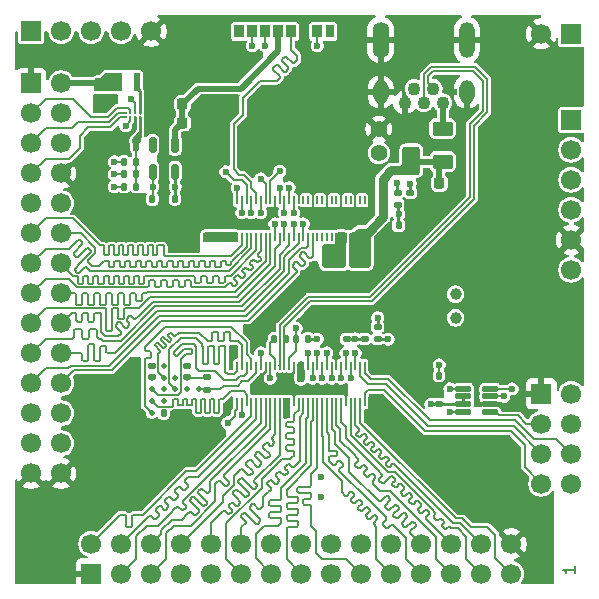
<source format=gbr>
%TF.GenerationSoftware,KiCad,Pcbnew,9.0.0+1*%
%TF.CreationDate,2025-08-24T22:54:41+08:00*%
%TF.ProjectId,cube,63756265-2e6b-4696-9361-645f70636258,rev?*%
%TF.SameCoordinates,Original*%
%TF.FileFunction,Copper,L1,Top*%
%TF.FilePolarity,Positive*%
%FSLAX46Y46*%
G04 Gerber Fmt 4.6, Leading zero omitted, Abs format (unit mm)*
G04 Created by KiCad (PCBNEW 9.0.0+1) date 2025-08-24 22:54:41*
%MOMM*%
%LPD*%
G01*
G04 APERTURE LIST*
G04 Aperture macros list*
%AMRoundRect*
0 Rectangle with rounded corners*
0 $1 Rounding radius*
0 $2 $3 $4 $5 $6 $7 $8 $9 X,Y pos of 4 corners*
0 Add a 4 corners polygon primitive as box body*
4,1,4,$2,$3,$4,$5,$6,$7,$8,$9,$2,$3,0*
0 Add four circle primitives for the rounded corners*
1,1,$1+$1,$2,$3*
1,1,$1+$1,$4,$5*
1,1,$1+$1,$6,$7*
1,1,$1+$1,$8,$9*
0 Add four rect primitives between the rounded corners*
20,1,$1+$1,$2,$3,$4,$5,0*
20,1,$1+$1,$4,$5,$6,$7,0*
20,1,$1+$1,$6,$7,$8,$9,0*
20,1,$1+$1,$8,$9,$2,$3,0*%
G04 Aperture macros list end*
%ADD10C,0.200000*%
%TA.AperFunction,NonConductor*%
%ADD11C,0.200000*%
%TD*%
%TA.AperFunction,ComponentPad*%
%ADD12R,1.700000X1.700000*%
%TD*%
%TA.AperFunction,ComponentPad*%
%ADD13C,1.700000*%
%TD*%
%TA.AperFunction,SMDPad,CuDef*%
%ADD14C,1.000000*%
%TD*%
%TA.AperFunction,SMDPad,CuDef*%
%ADD15RoundRect,0.150000X-0.150000X0.512500X-0.150000X-0.512500X0.150000X-0.512500X0.150000X0.512500X0*%
%TD*%
%TA.AperFunction,SMDPad,CuDef*%
%ADD16RoundRect,0.140000X0.140000X0.170000X-0.140000X0.170000X-0.140000X-0.170000X0.140000X-0.170000X0*%
%TD*%
%TA.AperFunction,SMDPad,CuDef*%
%ADD17RoundRect,0.140000X-0.170000X0.140000X-0.170000X-0.140000X0.170000X-0.140000X0.170000X0.140000X0*%
%TD*%
%TA.AperFunction,SMDPad,CuDef*%
%ADD18RoundRect,0.135000X-0.135000X-0.185000X0.135000X-0.185000X0.135000X0.185000X-0.135000X0.185000X0*%
%TD*%
%TA.AperFunction,SMDPad,CuDef*%
%ADD19RoundRect,0.050165X0.050165X0.300355X-0.050165X0.300355X-0.050165X-0.300355X0.050165X-0.300355X0*%
%TD*%
%TA.AperFunction,SMDPad,CuDef*%
%ADD20RoundRect,0.135000X-0.185000X0.135000X-0.185000X-0.135000X0.185000X-0.135000X0.185000X0.135000X0*%
%TD*%
%TA.AperFunction,SMDPad,CuDef*%
%ADD21RoundRect,0.140000X-0.140000X-0.170000X0.140000X-0.170000X0.140000X0.170000X-0.140000X0.170000X0*%
%TD*%
%TA.AperFunction,SMDPad,CuDef*%
%ADD22C,0.230000*%
%TD*%
%TA.AperFunction,SMDPad,CuDef*%
%ADD23RoundRect,0.135000X0.185000X-0.135000X0.185000X0.135000X-0.185000X0.135000X-0.185000X-0.135000X0*%
%TD*%
%TA.AperFunction,SMDPad,CuDef*%
%ADD24RoundRect,0.125000X-0.537500X-0.125000X0.537500X-0.125000X0.537500X0.125000X-0.537500X0.125000X0*%
%TD*%
%TA.AperFunction,SMDPad,CuDef*%
%ADD25RoundRect,0.137500X0.137500X0.662500X-0.137500X0.662500X-0.137500X-0.662500X0.137500X-0.662500X0*%
%TD*%
%TA.AperFunction,SMDPad,CuDef*%
%ADD26RoundRect,0.135000X0.135000X0.185000X-0.135000X0.185000X-0.135000X-0.185000X0.135000X-0.185000X0*%
%TD*%
%TA.AperFunction,SMDPad,CuDef*%
%ADD27RoundRect,0.225000X-0.250000X0.225000X-0.250000X-0.225000X0.250000X-0.225000X0.250000X0.225000X0*%
%TD*%
%TA.AperFunction,ComponentPad*%
%ADD28C,1.400000*%
%TD*%
%TA.AperFunction,SMDPad,CuDef*%
%ADD29RoundRect,0.140000X0.170000X-0.140000X0.170000X0.140000X-0.170000X0.140000X-0.170000X-0.140000X0*%
%TD*%
%TA.AperFunction,SMDPad,CuDef*%
%ADD30RoundRect,0.250000X-0.625000X0.375000X-0.625000X-0.375000X0.625000X-0.375000X0.625000X0.375000X0*%
%TD*%
%TA.AperFunction,SMDPad,CuDef*%
%ADD31R,0.850000X1.100000*%
%TD*%
%TA.AperFunction,SMDPad,CuDef*%
%ADD32R,0.750000X1.100000*%
%TD*%
%TA.AperFunction,SMDPad,CuDef*%
%ADD33R,1.200000X1.000000*%
%TD*%
%TA.AperFunction,SMDPad,CuDef*%
%ADD34R,1.550000X1.350000*%
%TD*%
%TA.AperFunction,SMDPad,CuDef*%
%ADD35R,1.900000X1.350000*%
%TD*%
%TA.AperFunction,SMDPad,CuDef*%
%ADD36R,1.170000X1.800000*%
%TD*%
%TA.AperFunction,SMDPad,CuDef*%
%ADD37RoundRect,0.250000X-0.500000X0.950000X-0.500000X-0.950000X0.500000X-0.950000X0.500000X0.950000X0*%
%TD*%
%TA.AperFunction,SMDPad,CuDef*%
%ADD38RoundRect,0.250000X-0.500000X0.275000X-0.500000X-0.275000X0.500000X-0.275000X0.500000X0.275000X0*%
%TD*%
%TA.AperFunction,SMDPad,CuDef*%
%ADD39RoundRect,0.225000X0.225000X0.250000X-0.225000X0.250000X-0.225000X-0.250000X0.225000X-0.250000X0*%
%TD*%
%TA.AperFunction,SMDPad,CuDef*%
%ADD40RoundRect,0.225000X-0.225000X-0.250000X0.225000X-0.250000X0.225000X0.250000X-0.225000X0.250000X0*%
%TD*%
%TA.AperFunction,ComponentPad*%
%ADD41C,1.100000*%
%TD*%
%TA.AperFunction,ComponentPad*%
%ADD42O,1.300000X2.000000*%
%TD*%
%TA.AperFunction,ComponentPad*%
%ADD43O,1.300000X3.050000*%
%TD*%
%TA.AperFunction,ComponentPad*%
%ADD44O,1.400000X3.050000*%
%TD*%
%TA.AperFunction,ViaPad*%
%ADD45C,0.600000*%
%TD*%
%TA.AperFunction,ViaPad*%
%ADD46C,0.500000*%
%TD*%
%TA.AperFunction,Conductor*%
%ADD47C,0.152400*%
%TD*%
%TA.AperFunction,Conductor*%
%ADD48C,0.254000*%
%TD*%
%TA.AperFunction,Conductor*%
%ADD49C,0.381000*%
%TD*%
%TA.AperFunction,Conductor*%
%ADD50C,0.127000*%
%TD*%
%TA.AperFunction,Conductor*%
%ADD51C,0.508000*%
%TD*%
%TA.AperFunction,Conductor*%
%ADD52C,0.762000*%
%TD*%
%TA.AperFunction,Conductor*%
%ADD53C,0.161800*%
%TD*%
G04 APERTURE END LIST*
D10*
D11*
X122892219Y-121134285D02*
X122892219Y-121705713D01*
X122892219Y-121419999D02*
X121892219Y-121419999D01*
X121892219Y-121419999D02*
X122035076Y-121515237D01*
X122035076Y-121515237D02*
X122130314Y-121610475D01*
X122130314Y-121610475D02*
X122177933Y-121705713D01*
D12*
%TO.P,J6,1,Pin_1*%
%TO.N,GND*%
X76869000Y-80236000D03*
D13*
%TO.P,J6,2,Pin_2*%
%TO.N,+VIO*%
X79409000Y-80236000D03*
%TO.P,J6,3,Pin_3*%
%TO.N,/DEVICE/VSEL_P1*%
X76869000Y-82776000D03*
%TO.P,J6,4,Pin_4*%
%TO.N,GND*%
X79409000Y-82776000D03*
%TO.P,J6,5,Pin_5*%
%TO.N,/DEVICE/VSEL_P2*%
X76869000Y-85316000D03*
%TO.P,J6,6,Pin_6*%
%TO.N,GND*%
X79409000Y-85316000D03*
%TO.P,J6,7,Pin_7*%
%TO.N,/DEVICE/VSEL_P3*%
X76869000Y-87856000D03*
%TO.P,J6,8,Pin_8*%
%TO.N,GND*%
X79409000Y-87856000D03*
%TO.P,J6,9,Pin_9*%
%TO.N,/DEVICE/HAT_I2C_SDA*%
X76869000Y-90396000D03*
%TO.P,J6,10,Pin_10*%
%TO.N,/DEVICE/HAT_I2C_SCL*%
X79409000Y-90396000D03*
%TO.P,J6,11,Pin_11*%
%TO.N,/DEVICE/GPIO_P0*%
X76869000Y-92936000D03*
%TO.P,J6,12,Pin_12*%
%TO.N,/DEVICE/GPIO_P1*%
X79409000Y-92936000D03*
%TO.P,J6,13,Pin_13*%
%TO.N,/DEVICE/GPIO_P2*%
X76869000Y-95476000D03*
%TO.P,J6,14,Pin_14*%
%TO.N,/DEVICE/GPIO_P3*%
X79409000Y-95476000D03*
%TO.P,J6,15,Pin_15*%
%TO.N,/DEVICE/GPIO_P4*%
X76869000Y-98016000D03*
%TO.P,J6,16,Pin_16*%
%TO.N,/DEVICE/GPIO_P5*%
X79409000Y-98016000D03*
%TO.P,J6,17,Pin_17*%
%TO.N,/DEVICE/GPIO_P6*%
X76869000Y-100556000D03*
%TO.P,J6,18,Pin_18*%
%TO.N,/DEVICE/GPIO_P7*%
X79409000Y-100556000D03*
%TO.P,J6,19,Pin_19*%
%TO.N,/DEVICE/GPIO_P8*%
X76869000Y-103096000D03*
%TO.P,J6,20,Pin_20*%
%TO.N,/DEVICE/GPIO_P9*%
X79409000Y-103096000D03*
%TO.P,J6,21,Pin_21*%
%TO.N,/DEVICE/GPIO_P10*%
X76869000Y-105636000D03*
%TO.P,J6,22,Pin_22*%
%TO.N,/DEVICE/GPIO_P11*%
X79409000Y-105636000D03*
%TO.P,J6,23,Pin_23*%
%TO.N,/DEVICE/GPIO_P12*%
X76869000Y-108176000D03*
%TO.P,J6,24,Pin_24*%
%TO.N,/DEVICE/GPIO_P13*%
X79409000Y-108176000D03*
%TO.P,J6,25,Pin_25*%
%TO.N,/DEVICE/GPIO_P14*%
X76869000Y-110716000D03*
%TO.P,J6,26,Pin_26*%
%TO.N,/DEVICE/GPIO_P15*%
X79409000Y-110716000D03*
%TO.P,J6,27,Pin_27*%
%TO.N,GND*%
X76869000Y-113256000D03*
%TO.P,J6,28,Pin_28*%
X79409000Y-113256000D03*
%TD*%
D14*
%TO.P,DONE,1,1*%
%TO.N,/DEVICE/D7_DONE*%
X112810000Y-98070000D03*
%TD*%
D15*
%TO.P,U2,1,VOUT*%
%TO.N,+3V3SD*%
X89060000Y-85432500D03*
%TO.P,U2,2,GND*%
%TO.N,GND*%
X88110000Y-85432500D03*
%TO.P,U2,3,~{FLT}*%
%TO.N,unconnected-(U2-~{FLT}-Pad3)*%
X87160000Y-85432500D03*
%TO.P,U2,4,EN*%
%TO.N,/DEVICE/SD_PWRON*%
X87160000Y-87707500D03*
%TO.P,U2,5,VIN*%
%TO.N,+3.3V*%
X89060000Y-87707500D03*
%TD*%
D12*
%TO.P,J4,1,Pin_1*%
%TO.N,GND*%
X120070000Y-106510000D03*
D13*
%TO.P,J4,2,Pin_2*%
%TO.N,+1.8V*%
X122610000Y-106510000D03*
%TO.P,J4,3,Pin_3*%
%TO.N,/DEVICE/MCU_I2C_SDA*%
X120070000Y-109050000D03*
%TO.P,J4,4,Pin_4*%
%TO.N,/DEVICE/MCU_I2C_SCL*%
X122610000Y-109050000D03*
%TO.P,J4,5,Pin_5*%
%TO.N,/DEVICE/DP_I2S_BCLK*%
X120070000Y-111590000D03*
%TO.P,J4,6,Pin_6*%
%TO.N,/DEVICE/DP_I2S_LRCLK*%
X122610000Y-111590000D03*
%TO.P,J4,7,Pin_7*%
%TO.N,/DEVICE/DP_I2S_DATA*%
X120070000Y-114130000D03*
%TO.P,J4,8,Pin_8*%
%TO.N,/DEVICE/DP_I2S_OSCLK*%
X122610000Y-114130000D03*
%TD*%
D16*
%TO.P,C4,1*%
%TO.N,+3.3V*%
X89061000Y-90015000D03*
%TO.P,C4,2*%
%TO.N,GND*%
X88101000Y-90015000D03*
%TD*%
D17*
%TO.P,C17,1*%
%TO.N,+3.3V*%
X101960000Y-95500000D03*
%TO.P,C17,2*%
%TO.N,GND*%
X101960000Y-96460000D03*
%TD*%
D18*
%TO.P,R11,1*%
%TO.N,/DEVICE/DP_I2S_OSCLK*%
X111410000Y-104970000D03*
%TO.P,R11,2*%
%TO.N,GND*%
X112430000Y-104970000D03*
%TD*%
%TO.P,R3,1*%
%TO.N,/DEVICE/D7_DONE*%
X99300000Y-101870000D03*
%TO.P,R3,2*%
%TO.N,+3.3V*%
X100320000Y-101870000D03*
%TD*%
D19*
%TO.P,J1,1,Pin_1*%
%TO.N,GND*%
X93921740Y-104131520D03*
%TO.P,J1,2,Pin_2*%
X93921740Y-107210000D03*
%TO.P,J1,3,Pin_3*%
%TO.N,/DEVICE/RAM_RWDS*%
X94320520Y-104131520D03*
%TO.P,J1,4,Pin_4*%
%TO.N,/DEVICE/DP_D17*%
X94320520Y-107210002D03*
%TO.P,J1,5,Pin_5*%
%TO.N,/DEVICE/RAM_D3*%
X94719300Y-104131520D03*
%TO.P,J1,6,Pin_6*%
%TO.N,/DEVICE/DP_D16*%
X94719300Y-107210000D03*
%TO.P,J1,7,Pin_7*%
%TO.N,/DEVICE/RAM_D5*%
X95120622Y-104131520D03*
%TO.P,J1,8,Pin_8*%
%TO.N,/DEVICE/RAM_D6*%
X95120620Y-107210000D03*
%TO.P,J1,9,Pin_9*%
%TO.N,/DEVICE/RAM_D7*%
X95519397Y-104131520D03*
%TO.P,J1,10,Pin_10*%
%TO.N,/DEVICE/DP_PCLK*%
X95519400Y-107210000D03*
%TO.P,J1,11,Pin_11*%
%TO.N,/DEVICE/RAM_CS*%
X95920720Y-104131520D03*
%TO.P,J1,12,Pin_12*%
%TO.N,/DEVICE/DP_D22*%
X95920720Y-107210000D03*
%TO.P,J1,13,Pin_13*%
%TO.N,/DEVICE/RAM_D2*%
X96319500Y-104131520D03*
%TO.P,J1,14,Pin_14*%
%TO.N,/DEVICE/DP_D23*%
X96319500Y-107210002D03*
%TO.P,J1,15,Pin_15*%
%TO.N,GND*%
X96720820Y-104131520D03*
%TO.P,J1,16,Pin_16*%
%TO.N,/DEVICE/DP_D20*%
X96720817Y-107210000D03*
%TO.P,J1,17,Pin_17*%
%TO.N,/DEVICE/E8_READY*%
X97119600Y-104131520D03*
%TO.P,J1,18,Pin_18*%
%TO.N,/DEVICE/DP_D21*%
X97119600Y-107210000D03*
%TO.P,J1,19,Pin_19*%
%TO.N,/DEVICE/USBD_PP*%
X97520920Y-104131522D03*
%TO.P,J1,20,Pin_20*%
%TO.N,/DEVICE/DP_D19*%
X97520920Y-107210000D03*
%TO.P,J1,21,Pin_21*%
%TO.N,/DEVICE/USBD_N*%
X97919700Y-104131520D03*
%TO.P,J1,22,Pin_22*%
%TO.N,/DEVICE/DP_D18*%
X97919700Y-107210000D03*
%TO.P,J1,23,Pin_23*%
%TO.N,/DEVICE/USBD_P*%
X98321020Y-104131520D03*
%TO.P,J1,24,Pin_24*%
%TO.N,+1.8V*%
X98321020Y-107210000D03*
%TO.P,J1,25,Pin_25*%
%TO.N,/DEVICE/D7_DONE*%
X98719800Y-104131520D03*
%TO.P,J1,26,Pin_26*%
%TO.N,+1.8V*%
X98719797Y-107210000D03*
%TO.P,J1,27,Pin_27*%
%TO.N,GND*%
X99121120Y-104131520D03*
%TO.P,J1,28,Pin_28*%
X99121120Y-107210000D03*
%TO.P,J1,29,Pin_29*%
%TO.N,+1.8V*%
X99519900Y-104131522D03*
%TO.P,J1,30,Pin_30*%
%TO.N,/DEVICE/DP_D13*%
X99519900Y-107210000D03*
%TO.P,J1,31,Pin_31*%
%TO.N,+1.8V*%
X99921220Y-104131522D03*
%TO.P,J1,32,Pin_32*%
%TO.N,/DEVICE/DP_D15*%
X99921220Y-107210000D03*
%TO.P,J1,33,Pin_33*%
%TO.N,/DEVICE/RAM_D4*%
X100320000Y-104131520D03*
%TO.P,J1,34,Pin_34*%
%TO.N,/DEVICE/DP_D14*%
X100320000Y-107210000D03*
%TO.P,J1,35,Pin_35*%
%TO.N,/DEVICE/RAM_CLK*%
X100721320Y-104131520D03*
%TO.P,J1,36,Pin_36*%
%TO.N,/DEVICE/DP_D11*%
X100721322Y-107210000D03*
%TO.P,J1,37,Pin_37*%
%TO.N,/DEVICE/RAM_D0*%
X101120100Y-104131520D03*
%TO.P,J1,38,Pin_38*%
%TO.N,/DEVICE/DP_D7*%
X101120100Y-107210000D03*
%TO.P,J1,39,Pin_39*%
%TO.N,/DEVICE/DP_D12*%
X101521420Y-104131520D03*
%TO.P,J1,40,Pin_40*%
%TO.N,/DEVICE/DP_D5*%
X101521420Y-107210000D03*
%TO.P,J1,41,Pin_41*%
%TO.N,/DEVICE/RAM_D1*%
X101920200Y-104131522D03*
%TO.P,J1,42,Pin_42*%
%TO.N,/DEVICE/DP_D3*%
X101920200Y-107210000D03*
%TO.P,J1,43,Pin_43*%
%TO.N,/DEVICE/DP_D10*%
X102321520Y-104131520D03*
%TO.P,J1,44,Pin_44*%
%TO.N,/DEVICE/DP_D2*%
X102321520Y-107210000D03*
%TO.P,J1,45,Pin_45*%
%TO.N,GND*%
X102720300Y-104131520D03*
%TO.P,J1,46,Pin_46*%
%TO.N,/DEVICE/DP_D1*%
X102720302Y-107210000D03*
%TO.P,J1,47,Pin_47*%
%TO.N,/DEVICE/DP_D8*%
X103121620Y-104131520D03*
%TO.P,J1,48,Pin_48*%
%TO.N,/DEVICE/DP_D0*%
X103121620Y-107210002D03*
%TO.P,J1,49,Pin_49*%
%TO.N,/DEVICE/DP_D6*%
X103520400Y-104131520D03*
%TO.P,J1,50,Pin_50*%
%TO.N,GND*%
X103520400Y-107210000D03*
%TO.P,J1,51,Pin_51*%
%TO.N,/DEVICE/DP_D9*%
X103921722Y-104131520D03*
%TO.P,J1,52,Pin_52*%
%TO.N,/DEVICE/DP_HSYNC*%
X103921720Y-107210000D03*
%TO.P,J1,53,Pin_53*%
%TO.N,/DEVICE/DP_D4*%
X104320497Y-104131520D03*
%TO.P,J1,54,Pin_54*%
%TO.N,/DEVICE/DP_VSYNC*%
X104320500Y-107210000D03*
%TO.P,J1,55,Pin_55*%
%TO.N,/DEVICE/DP_I2S_BCLK*%
X104721820Y-104131520D03*
%TO.P,J1,56,Pin_56*%
%TO.N,/DEVICE/DP_DE*%
X104721820Y-107210000D03*
%TO.P,J1,57,Pin_57*%
%TO.N,/DEVICE/DP_I2S_LRCLK*%
X105120600Y-104131520D03*
%TO.P,J1,58,Pin_58*%
%TO.N,/DEVICE/DP_I2S_DATA*%
X105120600Y-107210002D03*
%TO.P,J1,59,Pin_59*%
%TO.N,GND*%
X105519380Y-104131520D03*
%TO.P,J1,60,Pin_60*%
X105519380Y-107210000D03*
%TD*%
D20*
%TO.P,R1,1*%
%TO.N,/DEVICE/D8_RECONFIG*%
X107910000Y-89485000D03*
%TO.P,R1,2*%
%TO.N,+3.3V*%
X107910000Y-90505000D03*
%TD*%
D21*
%TO.P,C8,1*%
%TO.N,+1.8V*%
X88110000Y-108138382D03*
%TO.P,C8,2*%
%TO.N,GND*%
X89070000Y-108138382D03*
%TD*%
D22*
%TO.P,U5,A1,SW*%
%TO.N,Net-(U5-SW)*%
X86078000Y-82715950D03*
%TO.P,U5,A2,VIN*%
%TO.N,+3.3V*%
X86078000Y-83115950D03*
%TO.P,U5,B1,EN*%
X85678000Y-82715950D03*
%TO.P,U5,B2,GND*%
%TO.N,GND*%
X85678000Y-83115950D03*
%TO.P,U5,C1,VSEL1*%
%TO.N,/DEVICE/VSEL_P1*%
X85278000Y-82715950D03*
%TO.P,U5,C2,VOS*%
%TO.N,+VIO*%
X85278000Y-83115950D03*
%TO.P,U5,D1,VSEL2*%
%TO.N,/DEVICE/VSEL_P2*%
X84878000Y-82715950D03*
%TO.P,U5,D2,VSEL3*%
%TO.N,/DEVICE/VSEL_P3*%
X84878000Y-83115950D03*
%TD*%
D23*
%TO.P,R4,1*%
%TO.N,GND*%
X108985000Y-90505000D03*
%TO.P,R4,2*%
%TO.N,/DEVICE/C1_JTAG_TCK*%
X108985000Y-89485000D03*
%TD*%
D24*
%TO.P,U1,1,SCLA*%
%TO.N,/DEVICE/HAT_I2C_SCL*%
X113472500Y-106095000D03*
%TO.P,U1,2,EN*%
%TO.N,+3.3V*%
X113472500Y-106745000D03*
%TO.P,U1,3,VCCA*%
X113472500Y-107395000D03*
%TO.P,U1,4,SDAA*%
%TO.N,/DEVICE/HAT_I2C_SDA*%
X113472500Y-108045000D03*
%TO.P,U1,5,SDAB*%
%TO.N,/DEVICE/MCU_I2C_SDA*%
X115747500Y-108045000D03*
%TO.P,U1,6,GND*%
%TO.N,GND*%
X115747500Y-107395000D03*
%TO.P,U1,7,VCCB*%
%TO.N,+1.8V*%
X115747500Y-106745000D03*
%TO.P,U1,8,SCLB*%
%TO.N,/DEVICE/MCU_I2C_SCL*%
X115747500Y-106095000D03*
%TD*%
D16*
%TO.P,C5,1*%
%TO.N,GND*%
X108940000Y-92240000D03*
%TO.P,C5,2*%
%TO.N,+3.3V*%
X107980000Y-92240000D03*
%TD*%
D25*
%TO.P,L1,1,1*%
%TO.N,Net-(U5-SW)*%
X85803000Y-80116000D03*
%TO.P,L1,2,2*%
%TO.N,+VIO*%
X84353000Y-80116000D03*
%TD*%
D26*
%TO.P,R5,1*%
%TO.N,/DEVICE/SD_PWRON*%
X87145000Y-90020000D03*
%TO.P,R5,2*%
%TO.N,GND*%
X86125000Y-90020000D03*
%TD*%
D27*
%TO.P,C18,1*%
%TO.N,+VIO*%
X82740000Y-80230000D03*
%TO.P,C18,2*%
%TO.N,GND*%
X82740000Y-81780000D03*
%TD*%
D28*
%TO.P,CONFIG1,1,1*%
%TO.N,/DEVICE/D8_RECONFIG*%
X106310000Y-86120000D03*
%TO.P,CONFIG1,2,2*%
%TO.N,GND*%
X106310000Y-84120000D03*
%TD*%
D12*
%TO.P,J7,1,Pin_1*%
%TO.N,/DEVICE/A2_JTAG_TDO*%
X122610000Y-83320000D03*
D13*
%TO.P,J7,2,Pin_2*%
%TO.N,/DEVICE/C1_JTAG_TCK*%
X122610000Y-85860000D03*
%TO.P,J7,3,Pin_3*%
%TO.N,/DEVICE/B1_JTAG_TMS*%
X122610000Y-88400000D03*
%TO.P,J7,4,Pin_4*%
%TO.N,/DEVICE/A3_JTAG_TDI*%
X122610000Y-90940000D03*
%TO.P,J7,5,Pin_5*%
%TO.N,GND*%
X122610000Y-93480000D03*
%TO.P,J7,6,Pin_6*%
%TO.N,+3.3V*%
X122610000Y-96020000D03*
%TD*%
D19*
%TO.P,J5,1,Pin_1*%
%TO.N,GND*%
X93921740Y-90131520D03*
%TO.P,J5,2,Pin_2*%
%TO.N,+VIO*%
X93921740Y-93210000D03*
%TO.P,J5,3,Pin_3*%
%TO.N,/DEVICE/SD_DAT3*%
X94320520Y-90131520D03*
%TO.P,J5,4,Pin_4*%
%TO.N,+VIO*%
X94320520Y-93210002D03*
%TO.P,J5,5,Pin_5*%
%TO.N,/DEVICE/SD_CMD*%
X94719300Y-90131520D03*
%TO.P,J5,6,Pin_6*%
%TO.N,/DEVICE/GPIO_P0*%
X94719300Y-93210000D03*
%TO.P,J5,7,Pin_7*%
%TO.N,/DEVICE/SD_PWRON*%
X95120622Y-90131520D03*
%TO.P,J5,8,Pin_8*%
%TO.N,/DEVICE/GPIO_P1*%
X95120620Y-93210000D03*
%TO.P,J5,9,Pin_9*%
%TO.N,/DEVICE/SD_DAT0*%
X95519397Y-90131520D03*
%TO.P,J5,10,Pin_10*%
%TO.N,/DEVICE/GPIO_P2*%
X95519400Y-93210000D03*
%TO.P,J5,11,Pin_11*%
%TO.N,/DEVICE/SD_CLK*%
X95920720Y-90131520D03*
%TO.P,J5,12,Pin_12*%
%TO.N,/DEVICE/GPIO_P3*%
X95920720Y-93210000D03*
%TO.P,J5,13,Pin_13*%
%TO.N,/DEVICE/D8_RECONFIG*%
X96319500Y-90131520D03*
%TO.P,J5,14,Pin_14*%
%TO.N,/DEVICE/GPIO_P4*%
X96319500Y-93210002D03*
%TO.P,J5,15,Pin_15*%
%TO.N,/DEVICE/HAT_I2C_SCL*%
X96720820Y-90131520D03*
%TO.P,J5,16,Pin_16*%
%TO.N,/DEVICE/GPIO_P5*%
X96720817Y-93210000D03*
%TO.P,J5,17,Pin_17*%
%TO.N,/DEVICE/HAT_I2C_SDA*%
X97119600Y-90131520D03*
%TO.P,J5,18,Pin_18*%
%TO.N,/DEVICE/GPIO_P6*%
X97119600Y-93210000D03*
%TO.P,J5,19,Pin_19*%
%TO.N,GND*%
X97520920Y-90131522D03*
%TO.P,J5,20,Pin_20*%
%TO.N,/DEVICE/GPIO_P12*%
X97520920Y-93210000D03*
%TO.P,J5,21,Pin_21*%
%TO.N,/DEVICE/C1_JTAG_TCK*%
X97919700Y-90131520D03*
%TO.P,J5,22,Pin_22*%
%TO.N,/DEVICE/GPIO_P7*%
X97919700Y-93210000D03*
%TO.P,J5,23,Pin_23*%
%TO.N,/DEVICE/B1_JTAG_TMS*%
X98321020Y-90131520D03*
%TO.P,J5,24,Pin_24*%
%TO.N,/DEVICE/GPIO_P13*%
X98321020Y-93210000D03*
%TO.P,J5,25,Pin_25*%
%TO.N,/DEVICE/A2_JTAG_TDO*%
X98719800Y-90131520D03*
%TO.P,J5,26,Pin_26*%
%TO.N,/DEVICE/GPIO_P8*%
X98719797Y-93210000D03*
%TO.P,J5,27,Pin_27*%
%TO.N,/DEVICE/A3_JTAG_TDI*%
X99121120Y-90131520D03*
%TO.P,J5,28,Pin_28*%
%TO.N,/DEVICE/GPIO_P14*%
X99121120Y-93210000D03*
%TO.P,J5,29,Pin_29*%
%TO.N,GND*%
X99519900Y-90131522D03*
%TO.P,J5,30,Pin_30*%
%TO.N,/DEVICE/GPIO_P9*%
X99519900Y-93210000D03*
%TO.P,J5,31,Pin_31*%
%TO.N,/DEVICE/M0_D3_P*%
X99921220Y-90131522D03*
%TO.P,J5,32,Pin_32*%
%TO.N,/DEVICE/GPIO_P15*%
X99921220Y-93210000D03*
%TO.P,J5,33,Pin_33*%
%TO.N,/DEVICE/M0_D3_N*%
X100320000Y-90131520D03*
%TO.P,J5,34,Pin_34*%
%TO.N,/DEVICE/GPIO_P10*%
X100320000Y-93210000D03*
%TO.P,J5,35,Pin_35*%
%TO.N,GND*%
X100721320Y-90131520D03*
%TO.P,J5,36,Pin_36*%
%TO.N,/DEVICE/GPIO_P11*%
X100721322Y-93210000D03*
%TO.P,J5,37,Pin_37*%
%TO.N,/DEVICE/M0_D2_P*%
X101120100Y-90131520D03*
%TO.P,J5,38,Pin_38*%
%TO.N,/DEVICE/VDD_1V8*%
X101120100Y-93210000D03*
%TO.P,J5,39,Pin_39*%
%TO.N,/DEVICE/M0_D2_N*%
X101521420Y-90131520D03*
%TO.P,J5,40,Pin_40*%
%TO.N,/DEVICE/VDD_1V8*%
X101521420Y-93210000D03*
%TO.P,J5,41,Pin_41*%
%TO.N,GND*%
X101920200Y-90131522D03*
%TO.P,J5,42,Pin_42*%
%TO.N,/DEVICE/VDD_2V5*%
X101920200Y-93210000D03*
%TO.P,J5,43,Pin_43*%
%TO.N,/DEVICE/M0_CK_P*%
X102321520Y-90131520D03*
%TO.P,J5,44,Pin_44*%
%TO.N,/DEVICE/VDD_2V5*%
X102321520Y-93210000D03*
%TO.P,J5,45,Pin_45*%
%TO.N,/DEVICE/M0_CK_N*%
X102720300Y-90131520D03*
%TO.P,J5,46,Pin_46*%
%TO.N,+3.3V*%
X102720302Y-93210000D03*
%TO.P,J5,47,Pin_47*%
%TO.N,GND*%
X103121620Y-90131520D03*
%TO.P,J5,48,Pin_48*%
%TO.N,+3.3V*%
X103121620Y-93210002D03*
%TO.P,J5,49,Pin_49*%
%TO.N,/DEVICE/M0_D1_P*%
X103520400Y-90131520D03*
%TO.P,J5,50,Pin_50*%
%TO.N,+3.3V*%
X103520400Y-93210000D03*
%TO.P,J5,51,Pin_51*%
%TO.N,/DEVICE/M0_D1_N*%
X103921722Y-90131520D03*
%TO.P,J5,52,Pin_52*%
%TO.N,+VSYS*%
X103921720Y-93210000D03*
%TO.P,J5,53,Pin_53*%
%TO.N,GND*%
X104320497Y-90131520D03*
%TO.P,J5,54,Pin_54*%
%TO.N,+VSYS*%
X104320500Y-93210000D03*
%TO.P,J5,55,Pin_55*%
%TO.N,/DEVICE/M0_D0_P*%
X104721820Y-90131520D03*
%TO.P,J5,56,Pin_56*%
%TO.N,+VSYS*%
X104721820Y-93210000D03*
%TO.P,J5,57,Pin_57*%
%TO.N,/DEVICE/M0_D0_N*%
X105120600Y-90131520D03*
%TO.P,J5,58,Pin_58*%
%TO.N,+VSYS*%
X105120600Y-93210002D03*
%TO.P,J5,59,Pin_59*%
%TO.N,GND*%
X105519380Y-90131520D03*
%TO.P,J5,60,Pin_60*%
%TO.N,+VSYS*%
X105519380Y-93210000D03*
%TD*%
D17*
%TO.P,C12,1*%
%TO.N,+VSYS*%
X104185000Y-95495000D03*
%TO.P,C12,2*%
%TO.N,GND*%
X104185000Y-96455000D03*
%TD*%
D29*
%TO.P,C11,1*%
%TO.N,+1.8V*%
X90090000Y-105110000D03*
%TO.P,C11,2*%
%TO.N,GND*%
X90090000Y-104150000D03*
%TD*%
D18*
%TO.P,R9,1*%
%TO.N,/DEVICE/VSEL_P2*%
X84750000Y-87920000D03*
%TO.P,R9,2*%
%TO.N,+3.3V*%
X85770000Y-87920000D03*
%TD*%
D29*
%TO.P,C15,1*%
%TO.N,+VIO*%
X91835000Y-93270000D03*
%TO.P,C15,2*%
%TO.N,GND*%
X91835000Y-92310000D03*
%TD*%
D14*
%TO.P,READY,1,1*%
%TO.N,/DEVICE/E8_READY*%
X112810000Y-100070000D03*
%TD*%
D18*
%TO.P,R10,1*%
%TO.N,/DEVICE/VSEL_P3*%
X84750000Y-88970000D03*
%TO.P,R10,2*%
%TO.N,+3.3V*%
X85770000Y-88970000D03*
%TD*%
D29*
%TO.P,C13,1*%
%TO.N,+1.8V*%
X105110000Y-101860000D03*
%TO.P,C13,2*%
%TO.N,GND*%
X105110000Y-100900000D03*
%TD*%
D18*
%TO.P,R8,1*%
%TO.N,/DEVICE/VSEL_P1*%
X84750000Y-86870000D03*
%TO.P,R8,2*%
%TO.N,+3.3V*%
X85770000Y-86870000D03*
%TD*%
D30*
%TO.P,F1,1*%
%TO.N,Net-(J8-VBUS)*%
X111710000Y-84070000D03*
%TO.P,F1,2*%
%TO.N,+VSYS*%
X111710000Y-86870000D03*
%TD*%
D16*
%TO.P,C10,1*%
%TO.N,+3.3V*%
X85778000Y-85116000D03*
%TO.P,C10,2*%
%TO.N,GND*%
X84818000Y-85116000D03*
%TD*%
D12*
%TO.P,J10,1,Pin_1*%
%TO.N,+VSYS*%
X122610000Y-76030000D03*
D13*
%TO.P,J10,2,Pin_2*%
%TO.N,GND*%
X120070000Y-76030000D03*
%TD*%
D29*
%TO.P,C14,1*%
%TO.N,+1.8V*%
X103610000Y-101870000D03*
%TO.P,C14,2*%
%TO.N,GND*%
X103610000Y-100910000D03*
%TD*%
D31*
%TO.P,J2,1,DAT2*%
%TO.N,unconnected-(J2-DAT2-Pad1)*%
X94505000Y-75820000D03*
%TO.P,J2,2,DAT3/CD*%
%TO.N,/DEVICE/SD_DAT3*%
X95605000Y-75820000D03*
%TO.P,J2,3,CMD*%
%TO.N,/DEVICE/SD_CMD*%
X96705000Y-75820000D03*
%TO.P,J2,4,VDD*%
%TO.N,+3V3SD*%
X97805000Y-75820000D03*
%TO.P,J2,5,CLK*%
%TO.N,/DEVICE/SD_CLK*%
X98905000Y-75820000D03*
%TO.P,J2,6,VSS*%
%TO.N,GND*%
X100005000Y-75820000D03*
%TO.P,J2,7,DAT0*%
%TO.N,/DEVICE/SD_DAT0*%
X101105000Y-75820000D03*
D32*
%TO.P,J2,8,DAT1*%
%TO.N,unconnected-(J2-DAT1-Pad8)*%
X102155000Y-75820000D03*
D33*
%TO.P,J2,9,DET_B*%
%TO.N,GND*%
X91870000Y-81970000D03*
%TO.P,J2,10,DET_A*%
X91870000Y-85670000D03*
D34*
%TO.P,J2,11,SHIELD*%
X92045000Y-75945000D03*
D35*
X95370000Y-86645000D03*
X101340000Y-86645000D03*
D36*
X103365000Y-76170000D03*
%TD*%
D29*
%TO.P,C6,1*%
%TO.N,+1.8V*%
X87090000Y-105118382D03*
%TO.P,C6,2*%
%TO.N,GND*%
X87090000Y-104158382D03*
%TD*%
D37*
%TO.P,D1,1,K*%
%TO.N,+VSYS*%
X109060000Y-86770000D03*
D38*
%TO.P,D1,2,A*%
%TO.N,GND*%
X109060000Y-84395000D03*
%TD*%
D39*
%TO.P,C1,1*%
%TO.N,+3V3SD*%
X89685000Y-81970000D03*
%TO.P,C1,2*%
%TO.N,GND*%
X88135000Y-81970000D03*
%TD*%
D18*
%TO.P,R7,1*%
%TO.N,/DEVICE/USBD_PP*%
X97440000Y-101870000D03*
%TO.P,R7,2*%
%TO.N,/DEVICE/USBD_P*%
X98460000Y-101870000D03*
%TD*%
D12*
%TO.P,J9,1,Pin_1*%
%TO.N,unconnected-(J9-Pin_1-Pad1)*%
X76890000Y-75826800D03*
D13*
%TO.P,J9,2,Pin_2*%
%TO.N,unconnected-(J9-Pin_2-Pad2)*%
X79430000Y-75826800D03*
%TO.P,J9,3,Pin_3*%
%TO.N,unconnected-(J9-Pin_3-Pad3)*%
X81970000Y-75826800D03*
%TO.P,J9,4,Pin_4*%
%TO.N,unconnected-(J9-Pin_4-Pad4)*%
X84510000Y-75826800D03*
%TO.P,J9,5,Pin_5*%
%TO.N,GND*%
X87050000Y-75826800D03*
%TD*%
D17*
%TO.P,C3,1*%
%TO.N,GND*%
X111410000Y-106430000D03*
%TO.P,C3,2*%
%TO.N,+3.3V*%
X111410000Y-107390000D03*
%TD*%
D40*
%TO.P,C7,1*%
%TO.N,+VSYS*%
X111435000Y-88670000D03*
%TO.P,C7,2*%
%TO.N,GND*%
X112985000Y-88670000D03*
%TD*%
D17*
%TO.P,C16,1*%
%TO.N,+3.3V*%
X103060000Y-95495000D03*
%TO.P,C16,2*%
%TO.N,GND*%
X103060000Y-96455000D03*
%TD*%
%TO.P,C9,1*%
%TO.N,+VSYS*%
X105260000Y-95495000D03*
%TO.P,C9,2*%
%TO.N,GND*%
X105260000Y-96455000D03*
%TD*%
D41*
%TO.P,J8,1,VBUS*%
%TO.N,Net-(J8-VBUS)*%
X111710000Y-81870000D03*
%TO.P,J8,2,D-*%
%TO.N,/DEVICE/USBD_N*%
X110910000Y-80670000D03*
%TO.P,J8,3,D+*%
%TO.N,/DEVICE/USBD_P*%
X110110000Y-81870000D03*
%TO.P,J8,4,ID*%
%TO.N,unconnected-(J8-ID-Pad4)*%
X109310000Y-80670000D03*
%TO.P,J8,5,GND*%
%TO.N,GND*%
X108510000Y-81870000D03*
D42*
%TO.P,J8,6,Shield*%
X113760000Y-80970000D03*
D43*
X113760000Y-76545000D03*
D42*
X106460000Y-80970000D03*
D44*
X106460000Y-76545000D03*
%TD*%
D12*
%TO.P,J3,1,Pin_1*%
%TO.N,GND*%
X81970000Y-121750000D03*
D13*
%TO.P,J3,2,Pin_2*%
%TO.N,/DEVICE/DP_PCLK*%
X81970000Y-119210000D03*
%TO.P,J3,3,Pin_3*%
%TO.N,/DEVICE/DP_D23*%
X84510000Y-121750000D03*
%TO.P,J3,4,Pin_4*%
%TO.N,/DEVICE/DP_D22*%
X84510000Y-119210000D03*
%TO.P,J3,5,Pin_5*%
%TO.N,/DEVICE/DP_D21*%
X87050000Y-121750000D03*
%TO.P,J3,6,Pin_6*%
%TO.N,/DEVICE/DP_D20*%
X87050000Y-119210000D03*
%TO.P,J3,7,Pin_7*%
%TO.N,/DEVICE/DP_D17*%
X89590000Y-121750000D03*
%TO.P,J3,8,Pin_8*%
%TO.N,/DEVICE/DP_D19*%
X89590000Y-119210000D03*
%TO.P,J3,9,Pin_9*%
%TO.N,/DEVICE/DP_D16*%
X92130000Y-121750000D03*
%TO.P,J3,10,Pin_10*%
%TO.N,/DEVICE/DP_D18*%
X92130000Y-119210000D03*
%TO.P,J3,11,Pin_11*%
%TO.N,/DEVICE/DP_D13*%
X94670000Y-121750000D03*
%TO.P,J3,12,Pin_12*%
%TO.N,/DEVICE/DP_D15*%
X94670000Y-119210000D03*
%TO.P,J3,13,Pin_13*%
%TO.N,/DEVICE/DP_D14*%
X97210000Y-121750000D03*
%TO.P,J3,14,Pin_14*%
%TO.N,/DEVICE/DP_D12*%
X97210000Y-119210000D03*
%TO.P,J3,15,Pin_15*%
%TO.N,/DEVICE/DP_D11*%
X99750000Y-121750000D03*
%TO.P,J3,16,Pin_16*%
%TO.N,/DEVICE/DP_D10*%
X99750000Y-119210000D03*
%TO.P,J3,17,Pin_17*%
%TO.N,/DEVICE/DP_D9*%
X102290000Y-121750000D03*
%TO.P,J3,18,Pin_18*%
%TO.N,/DEVICE/DP_D8*%
X102290000Y-119210000D03*
%TO.P,J3,19,Pin_19*%
%TO.N,/DEVICE/DP_D7*%
X104830000Y-121750000D03*
%TO.P,J3,20,Pin_20*%
%TO.N,/DEVICE/DP_D6*%
X104830000Y-119210000D03*
%TO.P,J3,21,Pin_21*%
%TO.N,/DEVICE/DP_D5*%
X107370000Y-121750000D03*
%TO.P,J3,22,Pin_22*%
%TO.N,/DEVICE/DP_D4*%
X107370000Y-119210000D03*
%TO.P,J3,23,Pin_23*%
%TO.N,/DEVICE/DP_D3*%
X109910000Y-121750000D03*
%TO.P,J3,24,Pin_24*%
%TO.N,/DEVICE/DP_D2*%
X109910000Y-119210000D03*
%TO.P,J3,25,Pin_25*%
%TO.N,/DEVICE/DP_D1*%
X112450000Y-121750000D03*
%TO.P,J3,26,Pin_26*%
%TO.N,/DEVICE/DP_D0*%
X112450000Y-119210000D03*
%TO.P,J3,27,Pin_27*%
%TO.N,/DEVICE/DP_HSYNC*%
X114990000Y-121750000D03*
%TO.P,J3,28,Pin_28*%
%TO.N,/DEVICE/DP_VSYNC*%
X114990000Y-119210000D03*
%TO.P,J3,29,Pin_29*%
%TO.N,/DEVICE/DP_DE*%
X117530000Y-121750000D03*
%TO.P,J3,30,Pin_30*%
%TO.N,GND*%
X117530000Y-119210000D03*
%TD*%
D20*
%TO.P,R6,1*%
%TO.N,+1.8V*%
X91760000Y-105135000D03*
%TO.P,R6,2*%
%TO.N,/DEVICE/RAM_CS*%
X91760000Y-106155000D03*
%TD*%
%TO.P,R2,1*%
%TO.N,/DEVICE/E8_READY*%
X106210000Y-100860000D03*
%TO.P,R2,2*%
%TO.N,+3.3V*%
X106210000Y-101880000D03*
%TD*%
D39*
%TO.P,C2,1*%
%TO.N,+3V3SD*%
X89685000Y-83570000D03*
%TO.P,C2,2*%
%TO.N,GND*%
X88135000Y-83570000D03*
%TD*%
D45*
%TO.N,GND*%
X109610000Y-106420000D03*
X88110000Y-86570000D03*
X99210000Y-97970000D03*
X102720300Y-100970000D03*
X106760000Y-109720000D03*
X111610000Y-94820000D03*
X101410000Y-115220000D03*
X101120100Y-92138380D03*
X92710000Y-109720000D03*
X93910000Y-79570000D03*
X96410000Y-82570000D03*
X93360000Y-89059900D03*
X87160000Y-82770000D03*
X86110000Y-93270000D03*
X86590010Y-109570000D03*
D46*
X87090000Y-104138382D03*
D45*
X93921740Y-103059900D03*
X100710000Y-100070000D03*
X96319500Y-100970000D03*
X99510000Y-87670000D03*
X100010000Y-78870000D03*
X110560000Y-113520000D03*
X101120100Y-106138380D03*
X90610000Y-93970000D03*
X93510000Y-107470000D03*
X101410000Y-113520000D03*
X110010000Y-92240000D03*
X107810000Y-97970000D03*
X114610000Y-104970000D03*
X91060000Y-90470000D03*
X85260000Y-90020000D03*
X83910000Y-81570000D03*
X91110000Y-83570000D03*
X106210000Y-95970000D03*
X112310000Y-110570000D03*
X90110000Y-75970000D03*
X93910000Y-81970000D03*
X105519380Y-91203140D03*
X85410000Y-105118382D03*
X83910000Y-85115950D03*
X100005000Y-77065000D03*
X116885000Y-101470000D03*
X100721320Y-89059900D03*
X106210000Y-103059900D03*
D46*
X90089990Y-106138372D03*
D45*
X119910000Y-86570000D03*
X89061000Y-91020000D03*
D46*
X90090000Y-104138362D03*
D45*
X92635000Y-92138380D03*
X106760000Y-107970000D03*
X103710000Y-92138380D03*
X87160000Y-81970000D03*
D46*
X89090000Y-108138372D03*
D45*
X117510000Y-112870000D03*
X110010000Y-88715000D03*
X91910000Y-86870000D03*
X104320497Y-89059900D03*
X85910000Y-115820000D03*
X93910000Y-77065000D03*
X82110000Y-109570000D03*
X115110000Y-92265000D03*
X98321020Y-105203140D03*
X81960000Y-91670000D03*
X112860000Y-115820000D03*
X101060000Y-95970000D03*
D46*
X90089990Y-108138372D03*
D45*
X96319500Y-92138382D03*
X122610000Y-101470000D03*
X96410000Y-85420000D03*
X90560000Y-111870000D03*
%TO.N,+3.3V*%
X110710000Y-107390000D03*
X107980000Y-91335000D03*
X107100000Y-101890000D03*
X85780000Y-85689000D03*
X102510000Y-94270000D03*
X89061000Y-88970000D03*
X101110000Y-101870000D03*
X85310000Y-81570000D03*
%TO.N,+VIO*%
X92635000Y-93270000D03*
X84870120Y-83816000D03*
D46*
%TO.N,+1.8V*%
X90090000Y-105138362D03*
D45*
X116885000Y-106745000D03*
X98520000Y-108281620D03*
D46*
X87089990Y-105138362D03*
D45*
X104320497Y-101870000D03*
X99720000Y-105203142D03*
D46*
X88090000Y-108138362D03*
D45*
%TO.N,+VSYS*%
X106660000Y-89020000D03*
X106660000Y-88295000D03*
%TO.N,/DEVICE/D8_RECONFIG*%
X96319500Y-91203140D03*
X107890000Y-88700000D03*
%TO.N,/DEVICE/D7_DONE*%
X112810000Y-98070000D03*
X99310000Y-100970000D03*
%TO.N,/DEVICE/DP_D10*%
X102321520Y-105203140D03*
%TO.N,/DEVICE/DP_D12*%
X101521420Y-105203140D03*
%TO.N,/DEVICE/RAM_D2*%
X96319500Y-103059900D03*
D46*
X89089990Y-105138362D03*
D45*
%TO.N,/DEVICE/DP_D6*%
X103520400Y-103059900D03*
%TO.N,/DEVICE/DP_D17*%
X93510000Y-108970000D03*
D46*
%TO.N,/DEVICE/RAM_D3*%
X88089990Y-105138362D03*
%TO.N,/DEVICE/RAM_RWDS*%
X89090000Y-106138372D03*
D45*
%TO.N,/DEVICE/RAM_CLK*%
X100721320Y-105203140D03*
D46*
%TO.N,/DEVICE/RAM_CS*%
X91090000Y-106138362D03*
%TO.N,/DEVICE/RAM_D6*%
X87090000Y-107138372D03*
D45*
%TO.N,/DEVICE/E8_READY*%
X97119600Y-105203140D03*
X112810000Y-100070000D03*
X106210000Y-100070000D03*
D46*
%TO.N,/DEVICE/RAM_D0*%
X88089990Y-106138362D03*
D45*
X101120100Y-103059900D03*
%TO.N,/DEVICE/DP_D16*%
X94719300Y-108281620D03*
D46*
%TO.N,/DEVICE/RAM_D5*%
X87090000Y-106138372D03*
%TO.N,/DEVICE/RAM_D4*%
X88089990Y-104138362D03*
D45*
X100320000Y-103059900D03*
%TO.N,/DEVICE/DP_D9*%
X103921722Y-105203140D03*
D46*
%TO.N,/DEVICE/RAM_D1*%
X88090000Y-107138362D03*
D45*
X101920200Y-103059902D03*
%TO.N,/DEVICE/DP_D4*%
X104320497Y-103059900D03*
%TO.N,/DEVICE/DP_D8*%
X103121620Y-105203140D03*
D46*
%TO.N,/DEVICE/RAM_D7*%
X87090000Y-108138362D03*
D45*
%TO.N,/DEVICE/A2_JTAG_TDO*%
X98719800Y-89059900D03*
%TO.N,/DEVICE/C1_JTAG_TCK*%
X108985000Y-88715000D03*
X97919700Y-89059900D03*
%TO.N,/DEVICE/SD_DAT0*%
X95519397Y-91203140D03*
X101105000Y-77065000D03*
%TO.N,/DEVICE/GPIO_P14*%
X99121120Y-92138380D03*
%TO.N,/DEVICE/SD_CMD*%
X96705000Y-77065000D03*
X94719300Y-91203140D03*
%TO.N,/DEVICE/GPIO_P13*%
X98321020Y-92138380D03*
%TO.N,/DEVICE/SD_PWRON*%
X87160000Y-88970000D03*
X93360000Y-87720000D03*
%TO.N,/DEVICE/SD_DAT3*%
X95605000Y-77065000D03*
X94320520Y-89059900D03*
%TO.N,/DEVICE/A3_JTAG_TDI*%
X99121120Y-91203140D03*
%TO.N,/DEVICE/B1_JTAG_TMS*%
X98321020Y-91203140D03*
%TO.N,/DEVICE/HAT_I2C_SCL*%
X96310000Y-88320000D03*
X112335000Y-106095000D03*
%TO.N,/DEVICE/GPIO_P12*%
X97520920Y-92138380D03*
%TO.N,/DEVICE/HAT_I2C_SDA*%
X112335000Y-108045000D03*
X97919700Y-87670000D03*
%TO.N,/DEVICE/GPIO_P15*%
X99921220Y-92138380D03*
%TO.N,/DEVICE/VSEL_P1*%
X83910000Y-86870000D03*
%TO.N,/DEVICE/VSEL_P3*%
X83910000Y-88970000D03*
%TO.N,/DEVICE/VSEL_P2*%
X83910000Y-87920000D03*
%TO.N,/DEVICE/MCU_I2C_SCL*%
X117610000Y-106095000D03*
%TO.N,/DEVICE/DP_I2S_OSCLK*%
X111410000Y-104070000D03*
%TD*%
D47*
%TO.N,GND*%
X93921740Y-90131520D02*
X93921740Y-90851640D01*
X105519380Y-104131520D02*
X105519380Y-104479380D01*
D48*
X92710000Y-109720000D02*
X90560000Y-111870000D01*
D49*
X115747500Y-107395000D02*
X116535000Y-107395000D01*
D48*
X93510000Y-107970000D02*
X93510000Y-107470000D01*
X85678000Y-83115950D02*
X85678000Y-84102000D01*
D47*
X104320497Y-90131520D02*
X104320497Y-89059900D01*
X105710000Y-104670000D02*
X106310000Y-104670000D01*
X103121620Y-90131520D02*
X103121620Y-89059900D01*
X97809998Y-106138382D02*
X97810000Y-106138380D01*
D50*
X99121120Y-104770000D02*
X99010000Y-104881120D01*
D48*
X106760000Y-109720000D02*
X112860000Y-115820000D01*
D47*
X93360000Y-89070000D02*
X93921740Y-89631740D01*
D50*
X93921740Y-107210000D02*
X93921740Y-107658260D01*
D48*
X92710000Y-108770000D02*
X93510000Y-107970000D01*
D47*
X99519900Y-90131522D02*
X99519900Y-89059902D01*
X96720820Y-104659180D02*
X96319500Y-105060500D01*
X97520920Y-90131522D02*
X97520920Y-91203142D01*
D48*
X105519380Y-106760620D02*
X105519380Y-107210000D01*
D47*
X96319500Y-105060500D02*
X96319500Y-106138382D01*
D50*
X93610000Y-107870000D02*
X93510000Y-107970000D01*
X93710000Y-107870000D02*
X93610000Y-107870000D01*
D49*
X116535000Y-107395000D02*
X116785000Y-107645000D01*
D48*
X105519380Y-107210000D02*
X105519380Y-108479380D01*
D47*
X99121120Y-107210000D02*
X99121120Y-106539703D01*
X105519380Y-104479380D02*
X105710000Y-104670000D01*
D49*
X116785000Y-107645000D02*
X117485000Y-107645000D01*
D47*
X101920200Y-90131522D02*
X101920200Y-89059902D01*
D49*
X117485000Y-107645000D02*
X118620000Y-106510000D01*
D47*
X104320497Y-90131520D02*
X104320497Y-91203140D01*
X93921740Y-104131520D02*
X93921740Y-103059900D01*
X96720820Y-104131520D02*
X96720820Y-104659180D01*
D50*
X99010000Y-104881120D02*
X99010000Y-105848177D01*
D47*
X96578380Y-106138380D02*
X97810000Y-106138380D01*
X103121620Y-90131520D02*
X103121620Y-91203140D01*
X105519380Y-90131520D02*
X105519380Y-89059900D01*
X100721320Y-90131520D02*
X100721320Y-91203140D01*
X93921740Y-90851640D02*
X92635000Y-92138380D01*
D48*
X105519380Y-106760620D02*
X105610000Y-106670000D01*
D47*
X105519380Y-104131520D02*
X105519380Y-103059900D01*
D50*
X99010000Y-105848177D02*
X98719797Y-106138380D01*
D47*
X101920200Y-90131522D02*
X101920200Y-91203142D01*
X102720300Y-104131520D02*
X102720300Y-100970000D01*
X93921740Y-90131520D02*
X93921740Y-89631740D01*
D48*
X84818000Y-84962000D02*
X84818000Y-85116000D01*
D47*
X96319500Y-106138382D02*
X97809998Y-106138382D01*
X93360000Y-89059900D02*
X93360000Y-89070000D01*
D48*
X105519380Y-108479380D02*
X106760000Y-109720000D01*
D49*
X118620000Y-106510000D02*
X120070000Y-106510000D01*
D48*
X85678000Y-84102000D02*
X84818000Y-84962000D01*
D50*
X99121120Y-104131520D02*
X99121120Y-104770000D01*
X93921740Y-107658260D02*
X93710000Y-107870000D01*
D47*
X100721320Y-90131520D02*
X100721320Y-89059900D01*
X103520400Y-106330400D02*
X103520400Y-107210000D01*
X99121120Y-106539703D02*
X98719797Y-106138380D01*
X97810000Y-106138380D02*
X98719797Y-106138380D01*
X105519380Y-90131520D02*
X105519380Y-91203140D01*
D48*
X92710000Y-109720000D02*
X92710000Y-108770000D01*
%TO.N,+3.3V*%
X100320000Y-101870000D02*
X101110000Y-101870000D01*
X106310000Y-101890000D02*
X107100000Y-101890000D01*
X89061000Y-88491000D02*
X89061000Y-90015000D01*
D47*
X85770000Y-85823950D02*
X85770000Y-88970000D01*
D50*
X85678000Y-82715950D02*
X85678000Y-81938000D01*
D51*
X85780000Y-85118000D02*
X85778000Y-85116000D01*
D48*
X113467500Y-107390000D02*
X113472500Y-107395000D01*
D50*
X85678000Y-81938000D02*
X85310000Y-81570000D01*
D48*
X86078000Y-83116000D02*
X86078000Y-84816000D01*
D51*
X85780000Y-85689000D02*
X85780000Y-85118000D01*
D48*
X113472500Y-106745000D02*
X113472500Y-107395000D01*
X89061000Y-88491000D02*
X89061000Y-87708500D01*
X86078000Y-84816000D02*
X85778000Y-85116000D01*
D47*
X85778000Y-85815950D02*
X85770000Y-85823950D01*
D48*
X89061000Y-88970000D02*
X89061000Y-88491000D01*
X111510000Y-107390000D02*
X113467500Y-107390000D01*
X111510000Y-107390000D02*
X110710000Y-107390000D01*
X89061000Y-87708500D02*
X89060000Y-87707500D01*
X107960000Y-92135000D02*
X107960000Y-90505000D01*
D51*
%TO.N,+VIO*%
X82558830Y-80236000D02*
X82739600Y-80416770D01*
D50*
X84870120Y-83816000D02*
X85277900Y-83408220D01*
X85277900Y-83408220D02*
X85277900Y-83116000D01*
D51*
X79409000Y-80236000D02*
X82558830Y-80236000D01*
D47*
%TO.N,+1.8V*%
X90130000Y-105150000D02*
X90090000Y-105110000D01*
X115747500Y-106745000D02*
X116885000Y-106745000D01*
X91760000Y-105150000D02*
X90130000Y-105150000D01*
D48*
X103610000Y-101870000D02*
X105100000Y-101870000D01*
X90147200Y-105195562D02*
X90090000Y-105138362D01*
X105100000Y-101870000D02*
X105110000Y-101860000D01*
D52*
%TO.N,+VSYS*%
X105360000Y-92870000D02*
X104660500Y-92870000D01*
D51*
X109160000Y-86870000D02*
X109060000Y-86770000D01*
D52*
X107385000Y-87570000D02*
X108260000Y-87570000D01*
D51*
X111435000Y-87145000D02*
X111710000Y-86870000D01*
D52*
X106660000Y-88295000D02*
X106660000Y-91570000D01*
X108260000Y-87570000D02*
X109060000Y-86770000D01*
X104660500Y-92870000D02*
X104320500Y-93210000D01*
D51*
X111710000Y-86870000D02*
X109160000Y-86870000D01*
D52*
X106660000Y-91570000D02*
X105360000Y-92870000D01*
D51*
X111435000Y-88670000D02*
X111435000Y-87145000D01*
D52*
X106660000Y-88295000D02*
X107385000Y-87570000D01*
D51*
%TO.N,+3V3SD*%
X90985000Y-80670000D02*
X94610000Y-80670000D01*
X89060000Y-84195000D02*
X89685000Y-83570000D01*
X89685000Y-83570000D02*
X89685000Y-81970000D01*
X97805000Y-77475000D02*
X97805000Y-75820000D01*
X94610000Y-80670000D02*
X97805000Y-77475000D01*
X89685000Y-81970000D02*
X90985000Y-80670000D01*
X89060000Y-85432500D02*
X89060000Y-84195000D01*
D47*
%TO.N,/DEVICE/D8_RECONFIG*%
X96319500Y-90131520D02*
X96319500Y-91203140D01*
D48*
X107890000Y-89470000D02*
X107890000Y-88700000D01*
D47*
%TO.N,/DEVICE/D7_DONE*%
X99300000Y-102892002D02*
X99300000Y-101870000D01*
X99300000Y-101870000D02*
X99300000Y-100980000D01*
X98719800Y-103472202D02*
X99300000Y-102892002D01*
D50*
X99300000Y-100980000D02*
X99310000Y-100970000D01*
D47*
X98719800Y-104131520D02*
X98719800Y-103472202D01*
%TO.N,/DEVICE/DP_D21*%
X93222499Y-113526186D02*
X93666799Y-113970486D01*
X93666799Y-113970486D02*
X93666799Y-114114170D01*
X90410000Y-117670000D02*
X88935000Y-117670000D01*
X92719607Y-113885397D02*
X92472500Y-114132500D01*
X97119600Y-107210000D02*
X97119600Y-109485400D01*
X93666799Y-114114170D02*
X93451274Y-114329696D01*
X93307590Y-114329696D02*
X92863291Y-113885397D01*
X88935000Y-117670000D02*
X88335000Y-118270000D01*
X97119600Y-109485400D02*
X93222500Y-113382500D01*
X88335000Y-118270000D02*
X88335000Y-120465000D01*
X92863291Y-113885397D02*
X92719607Y-113885397D01*
X93222500Y-113382500D02*
X93222499Y-113526186D01*
X92472500Y-115607500D02*
X90410000Y-117670000D01*
X88335000Y-120465000D02*
X87050000Y-121750000D01*
X92472500Y-114132500D02*
X92472500Y-115607500D01*
X93451274Y-114329696D02*
X93307590Y-114329696D01*
%TO.N,/DEVICE/USBD_PP*%
X97520920Y-103530920D02*
X97110000Y-103120000D01*
X97520920Y-104131522D02*
X97520920Y-103530920D01*
X97110000Y-103120000D02*
X97110000Y-102200000D01*
X97542510Y-104109932D02*
X97520920Y-104131522D01*
X97110000Y-102200000D02*
X97440000Y-101870000D01*
%TO.N,/DEVICE/DP_D10*%
X102321520Y-104131520D02*
X102321520Y-105203140D01*
%TO.N,/DEVICE/DP_D12*%
X101521420Y-104131520D02*
X101521420Y-105203140D01*
%TO.N,/DEVICE/RAM_D2*%
X96319500Y-104131520D02*
X96319500Y-103059900D01*
%TO.N,/DEVICE/DP_D1*%
X105307102Y-112910787D02*
X105307102Y-112767103D01*
X111185000Y-120485000D02*
X111185000Y-118645000D01*
X104335977Y-112588757D02*
X104335977Y-112445073D01*
X104588681Y-112192366D02*
X104588681Y-112048682D01*
X105307102Y-112767103D02*
X105091579Y-112551579D01*
X105810000Y-114120000D02*
X105810000Y-113870000D01*
X111185000Y-118645000D02*
X107258489Y-114718489D01*
X105810000Y-113870000D02*
X106010000Y-113670000D01*
X105091579Y-112551579D02*
X104947893Y-112551578D01*
X104335977Y-112445073D02*
X104588681Y-112192366D01*
X112450000Y-121750000D02*
X111185000Y-120485000D01*
X105810000Y-113270000D02*
X105666314Y-113269999D01*
X107258489Y-114718489D02*
X106408489Y-114718489D01*
X106010000Y-113470000D02*
X105810000Y-113270000D01*
X104588681Y-112048682D02*
X104085000Y-111545000D01*
X104695188Y-112804284D02*
X104551504Y-112804284D01*
X106408489Y-114718489D02*
X105810000Y-114120000D01*
X104085000Y-111545000D02*
X103060000Y-110520000D01*
X103060000Y-110520000D02*
X103060000Y-109520000D01*
X105054388Y-113163504D02*
X105307102Y-112910787D01*
X103060000Y-109520000D02*
X102720302Y-109180302D01*
X105413599Y-113522715D02*
X105269915Y-113522715D01*
X105054388Y-113307188D02*
X105054388Y-113163504D01*
X106010000Y-113670000D02*
X106010000Y-113470000D01*
X105666314Y-113269999D02*
X105413599Y-113522715D01*
X104551504Y-112804284D02*
X104335977Y-112588757D01*
X105269915Y-113522715D02*
X105054388Y-113307188D01*
X102720302Y-109180302D02*
X102720302Y-107210000D01*
X104947893Y-112551578D02*
X104695188Y-112804284D01*
%TO.N,/DEVICE/DP_D3*%
X106650481Y-117438721D02*
X106925504Y-117163695D01*
X103238561Y-112593717D02*
X103238561Y-112450032D01*
X102455085Y-112515084D02*
X102110000Y-112170000D01*
X102957982Y-113017982D02*
X102957982Y-112874297D01*
X102110000Y-109970000D02*
X102110000Y-110893926D01*
X101920200Y-109780200D02*
X102110000Y-109970000D01*
X102598770Y-112515084D02*
X102455085Y-112515084D01*
X102957982Y-112874297D02*
X103238561Y-112593717D01*
X102110000Y-112170000D02*
X102110000Y-112153847D01*
X109910000Y-121750000D02*
X108635000Y-120475000D01*
X102110000Y-111855926D02*
X102110000Y-112153847D01*
X106925504Y-117163695D02*
X106925505Y-116985505D01*
X105571840Y-115631840D02*
X102957982Y-113017982D01*
X102879350Y-112234505D02*
X102598770Y-112515084D01*
X107370983Y-117609174D02*
X107095959Y-117884199D01*
X101920200Y-107210000D02*
X101920200Y-109780200D01*
X102724000Y-111779926D02*
X102186000Y-111779926D01*
X106925505Y-116985505D02*
X105571840Y-115631840D01*
X103023034Y-112234505D02*
X102879350Y-112234505D01*
X103238561Y-112450032D02*
X103023034Y-112234505D01*
X106917767Y-117884198D02*
X106650480Y-117616911D01*
X102800000Y-111475926D02*
X102800000Y-111703926D01*
X102800000Y-111703926D02*
X102724000Y-111779926D01*
X108635000Y-118695000D02*
X107549175Y-117609175D01*
X102110000Y-110893926D02*
X102110000Y-111323926D01*
X102186000Y-111399926D02*
X102724000Y-111399926D01*
X102724000Y-111399926D02*
X102800000Y-111475926D01*
X107549175Y-117609175D02*
X107370983Y-117609174D01*
X108635000Y-120475000D02*
X108635000Y-118695000D01*
X107095959Y-117884199D02*
X106917767Y-117884198D01*
X106650480Y-117616911D02*
X106650481Y-117438721D01*
X102186000Y-111779926D02*
X102110000Y-111855926D01*
X102110000Y-111323926D02*
X102186000Y-111399926D01*
%TO.N,/DEVICE/DP_D22*%
X88504766Y-115909797D02*
X88504767Y-116073845D01*
X89899183Y-114679430D02*
X89735135Y-114679429D01*
X87419265Y-116300735D02*
X87419264Y-116464785D01*
X89325001Y-115089542D02*
X89325002Y-115253590D01*
X89078928Y-115499665D02*
X88914880Y-115499664D01*
X89305829Y-114414174D02*
X89059755Y-114660245D01*
X87009144Y-116874908D02*
X86845094Y-116874909D01*
X89059754Y-114824295D02*
X89325001Y-115089542D01*
X90145256Y-114269307D02*
X90145257Y-114433355D01*
X95920720Y-107210000D02*
X95920720Y-108659280D01*
X89735135Y-114679429D02*
X89469879Y-114414173D01*
X91010000Y-113570000D02*
X90150000Y-113570000D01*
X87274390Y-117140154D02*
X87009144Y-116874908D01*
X89059755Y-114660245D02*
X89059754Y-114824295D01*
X90150000Y-113570000D02*
X89880000Y-113840000D01*
X88649634Y-115234418D02*
X88485584Y-115234419D01*
X95920720Y-108659280D02*
X91010000Y-113570000D01*
X89879999Y-114004050D02*
X90145256Y-114269307D01*
X88094645Y-116319919D02*
X87829389Y-116054663D01*
X87438438Y-117140155D02*
X87274390Y-117140154D01*
X88504767Y-116073845D02*
X88258693Y-116319920D01*
X86845094Y-116874909D02*
X86580000Y-117140000D01*
X89325002Y-115253590D02*
X89078928Y-115499665D01*
X87684511Y-116730032D02*
X87684512Y-116894080D01*
X88258693Y-116319920D02*
X88094645Y-116319919D01*
X88239509Y-115644540D02*
X88504766Y-115909797D01*
X87684512Y-116894080D02*
X87438438Y-117140155D01*
X89469879Y-114414173D02*
X89305829Y-114414174D01*
X88485584Y-115234419D02*
X88239510Y-115480490D01*
X89880000Y-113840000D02*
X89879999Y-114004050D01*
X90145257Y-114433355D02*
X89899183Y-114679430D01*
X87419264Y-116464785D02*
X87684511Y-116730032D01*
X88914880Y-115499664D02*
X88649634Y-115234418D01*
X87665339Y-116054664D02*
X87419265Y-116300735D01*
X87829389Y-116054663D02*
X87665339Y-116054664D01*
X86580000Y-117140000D02*
X84510000Y-119210000D01*
X88239510Y-115480490D02*
X88239509Y-115644540D01*
%TO.N,/DEVICE/DP_D6*%
X103520400Y-104131520D02*
X103520400Y-103059900D01*
%TO.N,/DEVICE/DP_D17*%
X94110000Y-108370000D02*
X93510000Y-108970000D01*
X94110000Y-107995000D02*
X94110000Y-108370000D01*
X94320520Y-107784480D02*
X94110000Y-107995000D01*
X94320520Y-107210002D02*
X94320520Y-107784480D01*
D53*
%TO.N,/DEVICE/RAM_D3*%
X93227600Y-101351600D02*
X93329200Y-101250000D01*
X89088361Y-101659681D02*
X88992194Y-101659681D01*
X93735600Y-101968400D02*
X93837200Y-102070000D01*
X88992194Y-101659681D02*
X88729150Y-101396637D01*
X87790111Y-102957928D02*
X87632100Y-103115942D01*
X93735600Y-101351600D02*
X93735600Y-101968400D01*
X87632100Y-104680472D02*
X88089990Y-105138362D01*
X92719600Y-101968400D02*
X92821200Y-102070000D01*
X91810000Y-102070000D02*
X91113132Y-101373132D01*
X93837200Y-102070000D02*
X94410000Y-102070000D01*
X91113132Y-101373132D02*
X89374910Y-101373132D01*
X88488733Y-101540886D02*
X88488733Y-101637053D01*
X93126000Y-102070000D02*
X93227600Y-101968400D01*
X94719300Y-102379300D02*
X94719300Y-104131520D01*
X87790111Y-102861762D02*
X87790111Y-102957928D01*
X87497389Y-102184374D02*
X87353139Y-102328623D01*
X88751776Y-101996263D02*
X88607528Y-102140514D01*
X88270944Y-102380929D02*
X88270944Y-102477095D01*
X87593555Y-102184374D02*
X87497389Y-102184374D01*
X92821200Y-102070000D02*
X93126000Y-102070000D01*
X87833972Y-101943957D02*
X88270944Y-102380929D01*
X92313200Y-101250000D02*
X92618000Y-101250000D01*
X88270944Y-102477095D02*
X88126695Y-102621347D01*
X94410000Y-102070000D02*
X94719300Y-102379300D01*
X88751776Y-101900096D02*
X88751776Y-101996263D01*
X92110000Y-102070000D02*
X92211600Y-101968400D01*
X88607528Y-102140514D02*
X88511361Y-102140514D01*
X88030528Y-102621347D02*
X87593555Y-102184374D01*
X89374910Y-101373132D02*
X89088361Y-101659681D01*
X88488733Y-101637053D02*
X88751776Y-101900096D01*
X88632983Y-101396637D02*
X88488733Y-101540886D01*
X88511361Y-102140514D02*
X88074388Y-101703541D01*
X87978222Y-101703541D02*
X87833972Y-101847790D01*
X88729150Y-101396637D02*
X88632983Y-101396637D01*
X93227600Y-101968400D02*
X93227600Y-101351600D01*
X87632100Y-103470000D02*
X87632100Y-104680472D01*
X88074388Y-101703541D02*
X87978222Y-101703541D01*
X93634000Y-101250000D02*
X93735600Y-101351600D01*
X88126695Y-102621347D02*
X88030528Y-102621347D01*
X92211600Y-101968400D02*
X92211600Y-101351600D01*
X92211600Y-101351600D02*
X92313200Y-101250000D01*
X87353139Y-102328623D02*
X87353139Y-102424790D01*
X92618000Y-101250000D02*
X92719600Y-101351600D01*
X87353139Y-102424790D02*
X87790111Y-102861762D01*
X87632100Y-103115942D02*
X87632100Y-103470000D01*
X87833972Y-101847790D02*
X87833972Y-101943957D01*
X92110000Y-102070000D02*
X91810000Y-102070000D01*
X92719600Y-101351600D02*
X92719600Y-101968400D01*
X93329200Y-101250000D02*
X93634000Y-101250000D01*
D47*
%TO.N,/DEVICE/DP_I2S_LRCLK*%
X117885000Y-108770000D02*
X119435000Y-110320000D01*
X105120600Y-104131520D02*
X105120600Y-104755600D01*
X105120600Y-104755600D02*
X105635000Y-105270000D01*
X121340000Y-110320000D02*
X122610000Y-111590000D01*
X110610000Y-108770000D02*
X117885000Y-108770000D01*
X107110000Y-105270000D02*
X110610000Y-108770000D01*
X119435000Y-110320000D02*
X121340000Y-110320000D01*
X105635000Y-105270000D02*
X107110000Y-105270000D01*
%TO.N,/DEVICE/DP_D15*%
X99105551Y-112699449D02*
X98961866Y-112699449D01*
X95365028Y-116237135D02*
X95816444Y-116688551D01*
X95365028Y-116093451D02*
X95365028Y-116237135D01*
X97575517Y-113324679D02*
X97575517Y-113468363D01*
X94670000Y-117835000D02*
X94670000Y-118107964D01*
X97791044Y-113109153D02*
X97575517Y-113324679D01*
X96485000Y-116020000D02*
X96247500Y-116257500D01*
X95005818Y-116596348D02*
X94862133Y-116596348D01*
X98387130Y-113417870D02*
X98243445Y-113417870D01*
X98602654Y-113202342D02*
X98387130Y-113417869D01*
X97072614Y-113827566D02*
X96857087Y-114043092D01*
X94670000Y-118107964D02*
X94670000Y-119210000D01*
X95580555Y-115877925D02*
X95365028Y-116093451D01*
X95724240Y-115877925D02*
X95580555Y-115877925D01*
X94646606Y-116811874D02*
X94646606Y-116955558D01*
X97165811Y-114495500D02*
X97165811Y-114639185D01*
X94646606Y-116955558D02*
X95026180Y-117335132D01*
X95908653Y-117499183D02*
X95005818Y-116596348D01*
X99921220Y-108158780D02*
X99610000Y-108470000D01*
X96857087Y-114186776D02*
X97165811Y-114495500D01*
X96267862Y-117283657D02*
X96052337Y-117499183D01*
X96485000Y-115320000D02*
X96485000Y-116020000D01*
X98243445Y-113417870D02*
X97934728Y-113109153D01*
X98387130Y-113417869D02*
X98387130Y-113417870D01*
X95026180Y-117478817D02*
X94670000Y-117835000D01*
X96857087Y-114043092D02*
X96857087Y-114186776D01*
X97668709Y-114136290D02*
X97668709Y-114136291D01*
X98602655Y-112483922D02*
X98387128Y-112699448D01*
X95026180Y-117335132D02*
X95026180Y-117478817D01*
X97525024Y-114136291D02*
X97216299Y-113827566D01*
X98602654Y-113058658D02*
X98602654Y-113202342D01*
X94862133Y-116596348D02*
X94646606Y-116811874D01*
X96267863Y-117139971D02*
X96267862Y-117283657D01*
X97575517Y-113468363D02*
X97884233Y-113777079D01*
X98746339Y-112483922D02*
X98602655Y-112483922D01*
X97934728Y-113109153D02*
X97791044Y-113109153D01*
X95816444Y-116688551D02*
X96267863Y-117139971D01*
X96103815Y-116257500D02*
X95724240Y-115877925D01*
X96950288Y-114854711D02*
X96535000Y-115270000D01*
X99610000Y-112195000D02*
X99105551Y-112699449D01*
X97216299Y-113827566D02*
X97072614Y-113827566D01*
X96535000Y-115270000D02*
X96485000Y-115320000D01*
X96052337Y-117499183D02*
X95908653Y-117499183D01*
X99921220Y-107210000D02*
X99921220Y-108158780D01*
X97884233Y-113920763D02*
X97668709Y-114136290D01*
X97884233Y-113777079D02*
X97884233Y-113920763D01*
X96247500Y-116257500D02*
X96103815Y-116257500D01*
X97668709Y-114136291D02*
X97525024Y-114136291D01*
X98961866Y-112699449D02*
X98746339Y-112483922D01*
X97165811Y-114639185D02*
X96950288Y-114854711D01*
X98387128Y-112699448D02*
X98387128Y-112843132D01*
X99610000Y-108470000D02*
X99610000Y-112195000D01*
X98387128Y-112843132D02*
X98602654Y-113058658D01*
%TO.N,/DEVICE/USBD_P*%
X98321020Y-103605739D02*
X98298160Y-103582879D01*
X110110000Y-79470000D02*
X110110000Y-81870000D01*
X105712896Y-98670000D02*
X114365600Y-90017296D01*
X115482200Y-82697800D02*
X115482200Y-79843648D01*
X98298160Y-100833288D02*
X100461448Y-98670000D01*
X114452952Y-78814400D02*
X110765600Y-78814400D01*
X98321020Y-104131520D02*
X98321020Y-103605739D01*
X110765600Y-78814400D02*
X110110000Y-79470000D01*
X100461448Y-98670000D02*
X105712896Y-98670000D01*
X115482200Y-79843648D02*
X114452952Y-78814400D01*
X114365600Y-83814400D02*
X115482200Y-82697800D01*
X114365600Y-90017296D02*
X114365600Y-83814400D01*
X98298160Y-103582879D02*
X98298160Y-100833288D01*
D53*
%TO.N,/DEVICE/RAM_RWDS*%
X91404000Y-103890278D02*
X91498000Y-103984278D01*
X91874000Y-102564000D02*
X91968000Y-102470000D01*
X94320520Y-104559480D02*
X94320520Y-104131520D01*
X90813142Y-101773142D02*
X91310000Y-102270000D01*
X89090000Y-106138372D02*
X88590000Y-105638382D01*
X92344000Y-103890278D02*
X92438000Y-103984278D01*
X92908000Y-102470000D02*
X93190869Y-102470000D01*
X91874000Y-103890278D02*
X91874000Y-102564000D01*
X92814000Y-102564000D02*
X92908000Y-102470000D01*
X92438000Y-103984278D02*
X92720000Y-103984278D01*
X94010000Y-104870000D02*
X94320520Y-104559480D01*
X92814000Y-103890278D02*
X92814000Y-102564000D01*
X92250000Y-102470000D02*
X92344000Y-102564000D01*
X93190869Y-102470000D02*
X93210000Y-102470000D01*
X91780000Y-103984278D02*
X91874000Y-103890278D01*
X88590000Y-105638382D02*
X88590000Y-102726082D01*
X91404000Y-102564000D02*
X91404000Y-103890278D01*
X91498000Y-103984278D02*
X91780000Y-103984278D01*
X93510000Y-104870000D02*
X94010000Y-104870000D01*
X89542950Y-101773142D02*
X90813142Y-101773142D01*
X93310000Y-104670000D02*
X93510000Y-104870000D01*
X91968000Y-102470000D02*
X92250000Y-102470000D01*
X91310000Y-102270000D02*
X91310000Y-102470000D01*
X92720000Y-103984278D02*
X92814000Y-103890278D01*
X92344000Y-102564000D02*
X92344000Y-103890278D01*
X93210000Y-102470000D02*
X93310000Y-102570000D01*
X88590000Y-102726082D02*
X89542950Y-101773142D01*
X91310000Y-102470000D02*
X91404000Y-102564000D01*
X93310000Y-102570000D02*
X93310000Y-104670000D01*
D47*
%TO.N,/DEVICE/RAM_CLK*%
X100721320Y-104131520D02*
X100721320Y-105203140D01*
%TO.N,/DEVICE/DP_D19*%
X96345470Y-112466529D02*
X96129945Y-112682055D01*
X95823155Y-111800530D02*
X96345470Y-112322845D01*
X96182369Y-111441319D02*
X96038685Y-111441319D01*
X97475526Y-110722897D02*
X97260001Y-110938423D01*
X95627048Y-113041267D02*
X95627048Y-113184951D01*
X94601841Y-112878163D02*
X94202637Y-113277363D01*
X97116317Y-110938423D02*
X96900791Y-110722897D01*
X96541578Y-110938422D02*
X96541577Y-111082108D01*
X93110000Y-115690000D02*
X89590000Y-119210000D01*
X97475526Y-110579213D02*
X97475526Y-110722897D01*
X95104733Y-112518952D02*
X95627048Y-113041267D01*
X97063884Y-111604415D02*
X97063884Y-111748099D01*
X96848359Y-111963625D02*
X96704675Y-111963625D01*
X96038685Y-111441319D02*
X95823156Y-111656844D01*
X97063884Y-111748099D02*
X96848359Y-111963625D01*
X95463947Y-112159741D02*
X95320263Y-112159741D01*
X97520920Y-107210000D02*
X97520920Y-109959080D01*
X96345470Y-112322845D02*
X96345470Y-112466529D01*
X93110000Y-115170000D02*
X93110000Y-115690000D01*
X97260001Y-110938423D02*
X97116317Y-110938423D01*
X94010000Y-113470000D02*
X94010000Y-114270000D01*
X94202637Y-113277363D02*
X94010000Y-113470000D01*
X96129945Y-112682055D02*
X95986261Y-112682055D01*
X96757107Y-110722897D02*
X96541578Y-110938422D01*
X97520920Y-109959080D02*
X97260000Y-110220000D01*
X95411523Y-113400477D02*
X95267839Y-113400477D01*
X95267839Y-113400477D02*
X94745525Y-112878163D01*
X94010000Y-114270000D02*
X93110000Y-115170000D01*
X96900791Y-110722897D02*
X96757107Y-110722897D01*
X95823156Y-111656844D02*
X95823155Y-111800530D01*
X95986261Y-112682055D02*
X95463947Y-112159741D01*
X95320263Y-112159741D02*
X95104734Y-112375266D01*
X96541577Y-111082108D02*
X97063884Y-111604415D01*
X95104734Y-112375266D02*
X95104733Y-112518952D01*
X97259999Y-110363686D02*
X97475526Y-110579213D01*
X96704675Y-111963625D02*
X96182369Y-111441319D01*
X95627048Y-113184951D02*
X95411523Y-113400477D01*
X97260000Y-110220000D02*
X97259999Y-110363686D01*
X94745525Y-112878163D02*
X94601841Y-112878163D01*
%TO.N,/DEVICE/DP_D0*%
X108923983Y-114912595D02*
X108780299Y-114912595D01*
X108780299Y-114912595D02*
X108538289Y-115154604D01*
X109857931Y-115846543D02*
X109642404Y-115631016D01*
X103121620Y-108906620D02*
X103121620Y-107210002D01*
X110217141Y-116349437D02*
X109975131Y-116591446D01*
X109615922Y-116232237D02*
X109857931Y-115990227D01*
X107676184Y-114436183D02*
X107460659Y-114220659D01*
X107460659Y-114220659D02*
X107460659Y-114076974D01*
X107676185Y-113717763D02*
X107460656Y-113502234D01*
X106222900Y-112982900D02*
X103510000Y-110270000D01*
X109642404Y-115631016D02*
X109498720Y-115631016D01*
X106365416Y-113879051D02*
X106365416Y-113735367D01*
X109857931Y-115990227D02*
X109857931Y-115846543D01*
X110576352Y-116708648D02*
X110576352Y-116564964D01*
X106365416Y-113735367D02*
X106598550Y-113502234D01*
X106580943Y-114094578D02*
X106365416Y-113879051D01*
X103510000Y-109295000D02*
X103121620Y-108906620D01*
X108179080Y-114939080D02*
X108179080Y-114795395D01*
X109139510Y-115271806D02*
X109139510Y-115128122D01*
X106957760Y-113861445D02*
X106724627Y-114094578D01*
X108421089Y-114553385D02*
X108421089Y-114409701D01*
X107316971Y-113502234D02*
X107029602Y-113789602D01*
X107029602Y-113789602D02*
X107029604Y-113789604D01*
X110334343Y-116950658D02*
X110576352Y-116708648D01*
X106598550Y-113358550D02*
X106222900Y-112982900D01*
X107819868Y-114436183D02*
X107676184Y-114436183D01*
X108897501Y-115657501D02*
X108897501Y-115513816D01*
X103510000Y-110270000D02*
X103510000Y-109295000D01*
X109831447Y-116591446D02*
X109615922Y-116375922D01*
X106598550Y-113502234D02*
X106598550Y-113358550D01*
X110334343Y-117094343D02*
X110334343Y-116950658D01*
X108205562Y-114194174D02*
X108061878Y-114194174D01*
X109498720Y-115631016D02*
X109256710Y-115873025D01*
X109139510Y-115128122D02*
X108923983Y-114912595D01*
X108061878Y-114194174D02*
X107819868Y-114436183D01*
X109256710Y-115873025D02*
X109113026Y-115873025D01*
X108394605Y-115154604D02*
X108179080Y-114939080D01*
X108179080Y-114795395D02*
X108421089Y-114553385D01*
X108897501Y-115513816D02*
X109139510Y-115271806D01*
X106724627Y-114094578D02*
X106580943Y-114094578D01*
X107676185Y-113861447D02*
X107676185Y-113717763D01*
X107460659Y-114076974D02*
X107676185Y-113861447D01*
X109615922Y-116375922D02*
X109615922Y-116232237D01*
X110576352Y-116564964D02*
X110360825Y-116349437D01*
X109113026Y-115873025D02*
X108897501Y-115657501D01*
X107460656Y-113502234D02*
X107316971Y-113502234D01*
X108421089Y-114409701D02*
X108205562Y-114194174D01*
X107029604Y-113789604D02*
X106957760Y-113861445D01*
X112450000Y-119210000D02*
X110334343Y-117094343D01*
X109975131Y-116591446D02*
X109831447Y-116591446D01*
X108538289Y-115154604D02*
X108394605Y-115154604D01*
X110360825Y-116349437D02*
X110217141Y-116349437D01*
%TO.N,/DEVICE/DP_D13*%
X98105577Y-112074423D02*
X96410000Y-113770000D01*
X99110000Y-111421000D02*
X99110000Y-111770000D01*
X98594422Y-110343000D02*
X99012000Y-110343000D01*
X93404400Y-120484400D02*
X94670000Y-121750000D01*
X99012000Y-111323000D02*
X99110000Y-111421000D01*
X99519900Y-107855100D02*
X99110000Y-108265000D01*
X96410000Y-114470000D02*
X93404400Y-117475600D01*
X98594422Y-111323000D02*
X99012000Y-111323000D01*
X98496422Y-110245000D02*
X98594422Y-110343000D01*
X99110000Y-110735000D02*
X99012000Y-110833000D01*
X99012000Y-108873000D02*
X98594422Y-108873000D01*
X99110000Y-110441000D02*
X99110000Y-110735000D01*
X98594422Y-108873000D02*
X98496422Y-108971000D01*
X98805577Y-112074423D02*
X98105577Y-112074423D01*
X96410000Y-113770000D02*
X96410000Y-114470000D01*
X99012000Y-109853000D02*
X98594422Y-109853000D01*
X99060000Y-111820000D02*
X98805577Y-112074423D01*
X98594422Y-110833000D02*
X98496422Y-110931000D01*
X98496422Y-109951000D02*
X98496422Y-110245000D01*
X98496422Y-109265000D02*
X98594422Y-109363000D01*
X98594422Y-109363000D02*
X99012000Y-109363000D01*
X98496422Y-108971000D02*
X98496422Y-109265000D01*
X93404400Y-117475600D02*
X93404400Y-120484400D01*
X99110000Y-111770000D02*
X99060000Y-111820000D01*
X98496422Y-110931000D02*
X98496422Y-111225000D01*
X99110000Y-109461000D02*
X99110000Y-109755000D01*
X99519900Y-107210000D02*
X99519900Y-107855100D01*
X99012000Y-110343000D02*
X99110000Y-110441000D01*
X98496422Y-111225000D02*
X98594422Y-111323000D01*
X98594422Y-109853000D02*
X98496422Y-109951000D01*
X99110000Y-109755000D02*
X99012000Y-109853000D01*
X99012000Y-110833000D02*
X98594422Y-110833000D01*
X99110000Y-108265000D02*
X99110000Y-108775000D01*
X99110000Y-108775000D02*
X99012000Y-108873000D01*
X99012000Y-109363000D02*
X99110000Y-109461000D01*
%TO.N,/DEVICE/DP_D20*%
X91049621Y-116524361D02*
X90834093Y-116739890D01*
X91408832Y-116021467D02*
X91083684Y-115696319D01*
X92010000Y-114770000D02*
X91873948Y-114906052D01*
X90293250Y-115480621D02*
X90293250Y-115624305D01*
X90652461Y-115265095D02*
X90508777Y-115265095D01*
X91011672Y-114762198D02*
X91011672Y-114905882D01*
X88760000Y-117170000D02*
X87910000Y-118020000D01*
X91730263Y-114906052D02*
X91370883Y-114546672D01*
X90690409Y-116739890D02*
X90437103Y-116486584D01*
X87910000Y-118350000D02*
X87050000Y-119210000D01*
X90293250Y-115624305D02*
X90724471Y-116055526D01*
X96720817Y-107210000D02*
X96720817Y-109209183D01*
X91873948Y-114906052D02*
X91730263Y-114906052D01*
X92010000Y-113920000D02*
X92010000Y-114770000D01*
X91552516Y-116021467D02*
X91408832Y-116021467D01*
X90508777Y-115265095D02*
X90293250Y-115480621D01*
X91768044Y-115662254D02*
X91768044Y-115805938D01*
X89329846Y-117170000D02*
X88760000Y-117170000D01*
X91227199Y-114546672D02*
X91011672Y-114762198D01*
X91049621Y-116380677D02*
X91049621Y-116524361D01*
X90077892Y-116702109D02*
X89610000Y-117170000D01*
X90293419Y-116486584D02*
X90077892Y-116702109D01*
X91370883Y-114546672D02*
X91227199Y-114546672D01*
X96720817Y-109209183D02*
X92010000Y-113920000D01*
X91083684Y-115696319D02*
X90652461Y-115265095D01*
X90724471Y-116055526D02*
X91049621Y-116380677D01*
X90437103Y-116486584D02*
X90293419Y-116486584D01*
X90834093Y-116739890D02*
X90690409Y-116739890D01*
X91768044Y-115805938D02*
X91552516Y-116021467D01*
X91011672Y-114905882D02*
X91768044Y-115662254D01*
X89610000Y-117170000D02*
X89329846Y-117170000D01*
X87910000Y-118020000D02*
X87910000Y-118350000D01*
D53*
%TO.N,/DEVICE/RAM_CS*%
X91610000Y-106138382D02*
X91089990Y-106138382D01*
X95920720Y-104759280D02*
X95920720Y-104131520D01*
X94730000Y-105470000D02*
X95210000Y-105470000D01*
X92891618Y-106138382D02*
X93210000Y-105820000D01*
X94380000Y-105820000D02*
X94730000Y-105470000D01*
X95210000Y-105470000D02*
X95920720Y-104759280D01*
X91610000Y-106138382D02*
X92891618Y-106138382D01*
X91990000Y-106138382D02*
X91610000Y-106138382D01*
X93210000Y-105820000D02*
X94380000Y-105820000D01*
D47*
%TO.N,/DEVICE/DP_HSYNC*%
X112435000Y-117920000D02*
X112323433Y-117808433D01*
X111883147Y-117961349D02*
X111667620Y-117745822D01*
X107685000Y-113170000D02*
X107110000Y-113170000D01*
X111667620Y-117602138D02*
X111820535Y-117449220D01*
X103921720Y-109981720D02*
X103921720Y-107210000D01*
X114990000Y-121750000D02*
X113724400Y-120484400D01*
X111820535Y-117305536D02*
X111605012Y-117090012D01*
X112179747Y-117808432D02*
X112026831Y-117961349D01*
X111605012Y-117090012D02*
X111461326Y-117090011D01*
X111164726Y-117242928D02*
X110949199Y-117027401D01*
X111820535Y-117449220D02*
X111820535Y-117305536D01*
X110949199Y-116883717D02*
X111102114Y-116730799D01*
X113010000Y-117920000D02*
X112435000Y-117920000D01*
X111102114Y-116587115D02*
X110779773Y-116264773D01*
X111308410Y-117242928D02*
X111164726Y-117242928D01*
X113724400Y-120484400D02*
X113724400Y-118634400D01*
X112026831Y-117961349D02*
X111883147Y-117961349D01*
X111461326Y-117090011D02*
X111308410Y-117242928D01*
X112323433Y-117808433D02*
X112179747Y-117808432D01*
X107110000Y-113170000D02*
X103921720Y-109981720D01*
X111667620Y-117745822D02*
X111667620Y-117602138D01*
X113724400Y-118634400D02*
X113010000Y-117920000D01*
X110779773Y-116264773D02*
X107685000Y-113170000D01*
X110949199Y-117027401D02*
X110949199Y-116883717D01*
X111102114Y-116730799D02*
X111102114Y-116587115D01*
%TO.N,/DEVICE/DP_D18*%
X94238585Y-116005498D02*
X93978387Y-115745300D01*
X94984178Y-114595819D02*
X95316211Y-114927853D01*
X96034641Y-114209442D02*
X96034641Y-114353126D01*
X96034641Y-114353126D02*
X95819116Y-114568652D01*
X97919700Y-107210000D02*
X97919700Y-111660300D01*
X95316211Y-114927853D02*
X95316211Y-115071537D01*
X95675432Y-114568652D02*
X94763864Y-113657084D01*
X95774443Y-113805557D02*
X95774442Y-113949243D01*
X94624968Y-114955035D02*
X94292926Y-114622992D01*
X94597797Y-115646285D02*
X94597797Y-115789969D01*
X93978387Y-115745300D02*
X93834703Y-115745300D01*
X92900755Y-116679246D02*
X92506188Y-117073811D01*
X94265755Y-115314242D02*
X94597797Y-115646285D01*
X94620180Y-113657084D02*
X94404653Y-113872610D01*
X93259967Y-116463721D02*
X93116283Y-116463721D01*
X93933715Y-114838518D02*
X93933715Y-114982202D01*
X94404653Y-113872610D02*
X94404653Y-114016294D01*
X94404653Y-114016294D02*
X94984178Y-114595819D01*
X95316211Y-115071537D02*
X95100683Y-115287066D01*
X92130000Y-117450000D02*
X92130000Y-119210000D01*
X93619175Y-116104510D02*
X93879374Y-116364709D01*
X92438027Y-117141973D02*
X92130000Y-117450000D01*
X94292926Y-114622992D02*
X94149242Y-114622992D01*
X92506188Y-117073811D02*
X92438027Y-117141973D01*
X94149242Y-114622992D02*
X93933715Y-114838518D01*
X95774442Y-113949243D02*
X96034641Y-114209442D01*
X93879374Y-116364709D02*
X93879374Y-116508393D01*
X93933715Y-114982202D02*
X94265755Y-115314242D01*
X93879374Y-116508393D02*
X93663849Y-116723919D01*
X95100683Y-115287066D02*
X94956999Y-115287066D01*
X93834703Y-115745300D02*
X93619176Y-115960825D01*
X93619176Y-115960824D02*
X93619175Y-116104510D01*
X94597797Y-115789969D02*
X94382269Y-116005498D01*
X95819116Y-114568652D02*
X95675432Y-114568652D01*
X94956999Y-115287066D02*
X94624968Y-114955035D01*
X93619176Y-115960825D02*
X93619176Y-115960824D01*
X94382269Y-116005498D02*
X94238585Y-116005498D01*
X93520165Y-116723919D02*
X93259967Y-116463721D01*
X97919700Y-111660300D02*
X95774443Y-113805557D01*
X93663849Y-116723919D02*
X93520165Y-116723919D01*
X93116283Y-116463721D02*
X92900755Y-116679246D01*
X94763864Y-113657084D02*
X94620180Y-113657084D01*
D53*
%TO.N,/DEVICE/RAM_D6*%
X91160000Y-108152419D02*
X91236000Y-108076419D01*
X88910000Y-107570000D02*
X88910000Y-107070000D01*
X89260000Y-106970000D02*
X89336000Y-107046000D01*
X89336000Y-107426425D02*
X89412000Y-107502425D01*
X89412000Y-107502425D02*
X89640000Y-107502425D01*
X90020000Y-106970000D02*
X90096000Y-107046000D01*
X93110000Y-106970000D02*
X93145297Y-106934703D01*
X91236000Y-108076419D02*
X91236000Y-107046000D01*
X87090000Y-107138372D02*
X87590010Y-107638382D01*
X92376000Y-107046000D02*
X92376000Y-108076432D01*
X90932000Y-108152419D02*
X91160000Y-108152419D01*
X90856000Y-107046000D02*
X90856000Y-108076419D01*
X90552000Y-106970000D02*
X90780000Y-106970000D01*
X90096000Y-107046000D02*
X90096000Y-107426425D01*
X89716000Y-107046000D02*
X89792000Y-106970000D01*
X93145297Y-106934703D02*
X93760000Y-106320000D01*
X91236000Y-107046000D02*
X91312000Y-106970000D01*
X88841618Y-107638382D02*
X88910000Y-107570000D01*
X92832000Y-106970000D02*
X93110000Y-106970000D01*
X91920000Y-108152419D02*
X91996000Y-108076419D01*
X92680000Y-108152432D02*
X92756000Y-108076432D01*
X90172000Y-107502425D02*
X90400000Y-107502425D01*
X88910000Y-107070000D02*
X89010000Y-106970000D01*
X95120620Y-106580620D02*
X95120620Y-107210000D01*
X91312000Y-106970000D02*
X91540000Y-106970000D01*
X90476000Y-107426425D02*
X90476000Y-107046000D01*
X91616000Y-107046000D02*
X91616000Y-108076419D01*
X89336000Y-107046000D02*
X89336000Y-107426425D01*
X91692000Y-108152419D02*
X91920000Y-108152419D01*
X91996000Y-108076419D02*
X91996000Y-107046000D01*
X89640000Y-107502425D02*
X89716000Y-107426425D01*
X90856000Y-108076419D02*
X90932000Y-108152419D01*
X92072000Y-106970000D02*
X92300000Y-106970000D01*
X92756000Y-108076432D02*
X92756000Y-107046000D01*
X93760000Y-106320000D02*
X94860000Y-106320000D01*
X92756000Y-107046000D02*
X92832000Y-106970000D01*
X94860000Y-106320000D02*
X95120620Y-106580620D01*
X89010000Y-106970000D02*
X89260000Y-106970000D01*
X91616000Y-108076419D02*
X91692000Y-108152419D01*
X92452000Y-108152432D02*
X92680000Y-108152432D01*
X87590010Y-107638382D02*
X88841618Y-107638382D01*
X90400000Y-107502425D02*
X90476000Y-107426425D01*
X90780000Y-106970000D02*
X90856000Y-107046000D01*
X92300000Y-106970000D02*
X92376000Y-107046000D01*
X92376000Y-108076432D02*
X92452000Y-108152432D01*
X91996000Y-107046000D02*
X92072000Y-106970000D01*
X90476000Y-107046000D02*
X90552000Y-106970000D01*
X91540000Y-106970000D02*
X91616000Y-107046000D01*
X89716000Y-107426425D02*
X89716000Y-107046000D01*
X89792000Y-106970000D02*
X90020000Y-106970000D01*
X90096000Y-107426425D02*
X90172000Y-107502425D01*
D47*
%TO.N,/DEVICE/DP_D7*%
X100610000Y-115997200D02*
X100610000Y-117745000D01*
X99516135Y-114371600D02*
X99414535Y-114473200D01*
X100610000Y-113270000D02*
X100610000Y-114270000D01*
X99516135Y-114879600D02*
X100508400Y-114879600D01*
X100016131Y-115387600D02*
X99914531Y-115489200D01*
X100508400Y-115387600D02*
X100016131Y-115387600D01*
X99914531Y-115794000D02*
X100016131Y-115895600D01*
X99414535Y-114778000D02*
X99516135Y-114879600D01*
X100508400Y-114879600D02*
X100610000Y-114981200D01*
X99414535Y-114473200D02*
X99414535Y-114778000D01*
X100610000Y-115286000D02*
X100508400Y-115387600D01*
X100610000Y-114270000D02*
X100508400Y-114371600D01*
X100610000Y-117745000D02*
X101035000Y-118170000D01*
X100016131Y-115895600D02*
X100508400Y-115895600D01*
X99914531Y-115489200D02*
X99914531Y-115794000D01*
X100610000Y-114981200D02*
X100610000Y-115286000D01*
X101035000Y-118170000D02*
X101035000Y-119995000D01*
X101035000Y-119995000D02*
X101505000Y-120465000D01*
X101120100Y-107210000D02*
X101120100Y-112759900D01*
X103545000Y-120465000D02*
X104830000Y-121750000D01*
X101505000Y-120465000D02*
X103545000Y-120465000D01*
X100508400Y-114371600D02*
X99516135Y-114371600D01*
X100508400Y-115895600D02*
X100610000Y-115997200D01*
X101120100Y-112759900D02*
X100610000Y-113270000D01*
%TO.N,/DEVICE/DP_PCLK*%
X86310000Y-116770000D02*
X85510000Y-116770000D01*
X85408400Y-116871600D02*
X85408400Y-117690448D01*
X85510000Y-116770000D02*
X85408400Y-116871600D01*
X84410000Y-116770000D02*
X84385000Y-116795000D01*
X84798800Y-116770000D02*
X84410000Y-116770000D01*
X90860000Y-113070000D02*
X90010000Y-113070000D01*
X85408400Y-117690448D02*
X85306800Y-117792048D01*
X84900400Y-116871600D02*
X84798800Y-116770000D01*
X95519400Y-108410600D02*
X90860000Y-113070000D01*
X85306800Y-117792048D02*
X85002000Y-117792048D01*
X90010000Y-113070000D02*
X86310000Y-116770000D01*
X84385000Y-116795000D02*
X81970000Y-119210000D01*
X84900400Y-117690448D02*
X84900400Y-116871600D01*
X95519400Y-107210000D02*
X95519400Y-108410600D01*
X85002000Y-117792048D02*
X84900400Y-117690448D01*
D48*
%TO.N,/DEVICE/E8_READY*%
X106210000Y-100070000D02*
X106210000Y-100860000D01*
D47*
X97119600Y-104131520D02*
X97119600Y-105203140D01*
%TO.N,/DEVICE/RAM_D0*%
X101120100Y-104131520D02*
X101120100Y-103059900D01*
%TO.N,/DEVICE/DP_D16*%
X94719300Y-107210000D02*
X94719300Y-108281620D01*
D53*
%TO.N,/DEVICE/RAM_D5*%
X90371660Y-103138392D02*
X90454020Y-103056032D01*
X94540000Y-104970000D02*
X94910000Y-104970000D01*
X89119980Y-103309602D02*
X88945260Y-103134882D01*
X87590000Y-106638382D02*
X87590000Y-106638372D01*
X90865820Y-102525820D02*
X90865820Y-104325820D01*
X88945260Y-103018412D02*
X89648880Y-102314792D01*
X94910000Y-104970000D02*
X95120622Y-104759378D01*
X93210000Y-105330000D02*
X94180000Y-105330000D01*
X88945260Y-103134882D02*
X88945260Y-103018412D01*
X90454020Y-102808952D02*
X90371660Y-102726592D01*
X89590000Y-106388382D02*
X89590000Y-103538422D01*
X95120622Y-104759378D02*
X95120622Y-104131520D01*
X89236450Y-103309602D02*
X89119980Y-103309602D01*
X90654792Y-102314792D02*
X90865820Y-102525820D01*
X87590000Y-106638382D02*
X89340000Y-106638382D01*
X91110000Y-104570000D02*
X92450000Y-104570000D01*
X90865820Y-104325820D02*
X91110000Y-104570000D01*
X89819460Y-102726592D02*
X89236450Y-103309602D01*
X89990030Y-103138392D02*
X90371660Y-103138392D01*
X89340000Y-106638382D02*
X89590000Y-106388382D01*
X94180000Y-105330000D02*
X94540000Y-104970000D01*
X89590000Y-103538422D02*
X89990030Y-103138392D01*
X89648880Y-102314792D02*
X90654792Y-102314792D01*
X92450000Y-104570000D02*
X93210000Y-105330000D01*
X87590000Y-106638372D02*
X87090000Y-106138372D01*
X90371660Y-102726592D02*
X89819460Y-102726592D01*
X90454020Y-103056032D02*
X90454020Y-102808952D01*
D47*
%TO.N,/DEVICE/RAM_D4*%
X100320000Y-104131520D02*
X100320000Y-103059900D01*
%TO.N,/DEVICE/DP_I2S_BCLK*%
X110435000Y-109245000D02*
X117725000Y-109245000D01*
X105435000Y-105720000D02*
X106910000Y-105720000D01*
X104721820Y-104131520D02*
X104721820Y-105006820D01*
X106910000Y-105720000D02*
X110435000Y-109245000D01*
X117725000Y-109245000D02*
X120070000Y-111590000D01*
X104721820Y-105006820D02*
X105435000Y-105720000D01*
%TO.N,/DEVICE/DP_D23*%
X89989852Y-116025293D02*
X89989852Y-116168977D01*
X89989852Y-116168977D02*
X89774327Y-116384503D01*
X86660000Y-117670000D02*
X85785000Y-118545000D01*
X89191230Y-116088774D02*
X88975702Y-116304299D01*
X85790000Y-120470000D02*
X84510000Y-121750000D01*
X88709840Y-116570160D02*
X87610000Y-117670000D01*
X89694122Y-115729563D02*
X89989852Y-116025293D01*
X89630643Y-116384503D02*
X89334914Y-116088774D01*
X85785000Y-118545000D02*
X85785000Y-120470000D01*
X96319500Y-108960500D02*
X89694123Y-115585877D01*
X87610000Y-117670000D02*
X86660000Y-117670000D01*
X88975702Y-116304299D02*
X88709840Y-116570160D01*
X96319500Y-107210002D02*
X96319500Y-108960500D01*
X89334914Y-116088774D02*
X89191230Y-116088774D01*
X89694123Y-115585877D02*
X89694122Y-115729563D01*
X89774327Y-116384503D02*
X89630643Y-116384503D01*
X85785000Y-120470000D02*
X85790000Y-120470000D01*
%TO.N,/DEVICE/DP_D9*%
X103921722Y-104131520D02*
X103921722Y-105203140D01*
%TO.N,/DEVICE/DP_D14*%
X97810000Y-117695000D02*
X97601594Y-117695000D01*
X97601594Y-117695000D02*
X96560000Y-117695000D01*
X97151908Y-116029600D02*
X97908400Y-116029600D01*
X98010000Y-116131200D02*
X98010000Y-116436000D01*
X97908400Y-116029600D02*
X98010000Y-116131200D01*
X98010000Y-117495000D02*
X97810000Y-117695000D01*
X97050332Y-116944000D02*
X97151932Y-117045600D01*
X97908400Y-117045600D02*
X98010000Y-117147200D01*
X97151908Y-115521600D02*
X97050308Y-115623200D01*
X98010000Y-116436000D02*
X97908400Y-116537600D01*
X97151932Y-116537600D02*
X97050332Y-116639200D01*
X97908400Y-115521600D02*
X97151908Y-115521600D01*
X97151932Y-117045600D02*
X97908400Y-117045600D01*
X97050332Y-116639200D02*
X97050332Y-116944000D01*
X100110000Y-112388750D02*
X98010000Y-114488750D01*
X98010000Y-114488750D02*
X98010000Y-115420000D01*
X100320000Y-107210000D02*
X100320000Y-108460000D01*
X96560000Y-117695000D02*
X95910000Y-118345000D01*
X97908400Y-116537600D02*
X97151932Y-116537600D01*
X98010000Y-115420000D02*
X97908400Y-115521600D01*
X97050308Y-115623200D02*
X97050308Y-115928000D01*
X95910000Y-118345000D02*
X95910000Y-120450000D01*
X100110000Y-108670000D02*
X100110000Y-112388750D01*
X98010000Y-117147200D02*
X98010000Y-117495000D01*
X97050308Y-115928000D02*
X97151908Y-116029600D01*
X95910000Y-120450000D02*
X97210000Y-121750000D01*
X100320000Y-108460000D02*
X100110000Y-108670000D01*
%TO.N,/DEVICE/DP_VSYNC*%
X105911488Y-110771488D02*
X105911488Y-110895938D01*
X104978107Y-109962558D02*
X105102558Y-109962558D01*
X105911488Y-110895938D02*
X105664859Y-111142566D01*
X106909355Y-112511533D02*
X107096031Y-112698209D01*
X105289235Y-110273685D02*
X105042606Y-110520313D01*
X106969317Y-111829317D02*
X107155994Y-112015994D01*
X106909355Y-112387082D02*
X106909355Y-112511533D01*
X108397527Y-113257527D02*
X112610000Y-117470000D01*
X105664859Y-111142566D02*
X105664859Y-111267017D01*
X107591570Y-112451570D02*
X108397527Y-113257527D01*
X105229282Y-110831440D02*
X105353732Y-110831440D01*
X105042606Y-110520313D02*
X105042606Y-110644764D01*
X107096031Y-112698209D02*
X107220481Y-112698209D01*
X107155994Y-112015994D02*
X107155994Y-112140444D01*
X105664859Y-111267017D02*
X105851535Y-111453693D01*
X104420353Y-109898060D02*
X104420353Y-110022511D01*
X106222613Y-111207064D02*
X106347064Y-111207064D01*
X112610000Y-117470000D02*
X113210000Y-117470000D01*
X106533741Y-111518191D02*
X106287112Y-111764819D01*
X106287112Y-111764819D02*
X106287112Y-111889270D01*
X104420353Y-110022511D02*
X104607029Y-110209187D01*
X105724811Y-110584811D02*
X105911488Y-110771488D01*
X104731479Y-110209187D02*
X104978107Y-109962558D01*
X106347064Y-111207064D02*
X106533741Y-111393741D01*
X105042606Y-110644764D02*
X105229282Y-110831440D01*
X106533741Y-111393741D02*
X106533741Y-111518191D01*
X107155994Y-112140444D02*
X106909355Y-112387082D01*
X104320500Y-109180500D02*
X104666982Y-109526982D01*
X104666982Y-109651432D02*
X104420353Y-109898060D01*
X105353732Y-110831440D02*
X105600360Y-110584811D01*
X114950000Y-119210000D02*
X114990000Y-119210000D01*
X105102558Y-109962558D02*
X105289235Y-110149235D01*
X105851535Y-111453693D02*
X105975985Y-111453693D01*
X107220481Y-112698209D02*
X107467119Y-112451570D01*
X106473788Y-112075946D02*
X106598238Y-112075946D01*
X106598238Y-112075946D02*
X106844866Y-111829317D01*
X105289235Y-110149235D02*
X105289235Y-110273685D01*
X105975985Y-111453693D02*
X106222613Y-111207064D01*
X104320500Y-107210000D02*
X104320500Y-109180500D01*
X107467119Y-112451570D02*
X107591570Y-112451570D01*
X106287112Y-111889270D02*
X106473788Y-112075946D01*
X104666982Y-109526982D02*
X104666982Y-109651432D01*
X104607029Y-110209187D02*
X104731479Y-110209187D01*
X105600360Y-110584811D02*
X105724811Y-110584811D01*
X113210000Y-117470000D02*
X114950000Y-119210000D01*
X106844866Y-111829317D02*
X106969317Y-111829317D01*
%TO.N,/DEVICE/RAM_D1*%
X101920200Y-104131522D02*
X101920200Y-103059902D01*
%TO.N,/DEVICE/DP_D4*%
X104320497Y-104131520D02*
X104320497Y-103059900D01*
%TO.N,/DEVICE/DP_DE*%
X114085000Y-117770000D02*
X113385000Y-117070000D01*
X117530000Y-121750000D02*
X116188200Y-120408200D01*
X116188200Y-120408200D02*
X116188200Y-118448200D01*
X116188200Y-118448200D02*
X115510000Y-117770000D01*
X115510000Y-117770000D02*
X114085000Y-117770000D01*
X104721820Y-108981820D02*
X104721820Y-107210000D01*
X113385000Y-117070000D02*
X112810000Y-117070000D01*
X112810000Y-117070000D02*
X104721820Y-108981820D01*
%TO.N,/DEVICE/DP_D11*%
X99467436Y-116331223D02*
X99467436Y-116636023D01*
X99365836Y-116229623D02*
X99467436Y-116331223D01*
X98510000Y-117144023D02*
X98611600Y-117245623D01*
X99365836Y-116737623D02*
X98611600Y-116737623D01*
X100610000Y-108870000D02*
X100610000Y-112570000D01*
X99365836Y-115721623D02*
X98611600Y-115721623D01*
X98611600Y-115213623D02*
X99365836Y-115213623D01*
X98611600Y-115721623D02*
X98510000Y-115823223D01*
X98611600Y-116229623D02*
X99365836Y-116229623D01*
X100721322Y-108758678D02*
X100610000Y-108870000D01*
X100610000Y-112570000D02*
X98510000Y-114670000D01*
X98510000Y-115112023D02*
X98611600Y-115213623D01*
X98510000Y-116128023D02*
X98611600Y-116229623D01*
X99467436Y-117652023D02*
X99365836Y-117753623D01*
X99467436Y-116636023D02*
X99365836Y-116737623D01*
X98611600Y-117753623D02*
X98510000Y-117855223D01*
X99365836Y-117753623D02*
X98611600Y-117753623D01*
X100721322Y-107210000D02*
X100721322Y-108758678D01*
X98510000Y-120510000D02*
X99750000Y-121750000D01*
X99467436Y-115620023D02*
X99365836Y-115721623D01*
X99365836Y-115213623D02*
X99467436Y-115315223D01*
X98510000Y-117855223D02*
X98510000Y-118779645D01*
X98510000Y-118779645D02*
X98510000Y-120510000D01*
X98510000Y-114670000D02*
X98510000Y-115112023D01*
X98611600Y-117245623D02*
X99365836Y-117245623D01*
X98510000Y-116839223D02*
X98510000Y-117144023D01*
X99365836Y-117245623D02*
X99467436Y-117347223D01*
X99467436Y-117347223D02*
X99467436Y-117652023D01*
X99467436Y-115315223D02*
X99467436Y-115620023D01*
X98510000Y-115823223D02*
X98510000Y-116128023D01*
X98611600Y-116737623D02*
X98510000Y-116839223D01*
%TO.N,/DEVICE/DP_D5*%
X104888763Y-115812708D02*
X104888763Y-115682601D01*
X104563493Y-115487439D02*
X104260519Y-115790412D01*
X105539302Y-116463247D02*
X105539302Y-116333140D01*
X106110000Y-120490000D02*
X106110000Y-117770000D01*
X103160000Y-114820000D02*
X103160000Y-113870000D01*
X104585790Y-116245790D02*
X104585790Y-116115682D01*
X107370000Y-121750000D02*
X106110000Y-120490000D01*
X105539302Y-116333140D02*
X105344140Y-116137978D01*
X104693601Y-115487439D02*
X104563493Y-115487439D01*
X105236329Y-116766221D02*
X105539302Y-116463247D01*
X104238212Y-115032074D02*
X104043050Y-114836912D01*
X103160000Y-113870000D02*
X101610000Y-112320000D01*
X105561597Y-117091490D02*
X105431490Y-117091490D01*
X105344140Y-116137978D02*
X105214032Y-116137978D01*
X104130412Y-115790412D02*
X103935251Y-115595251D01*
X103479873Y-115139873D02*
X103160000Y-114820000D01*
X104260519Y-115790412D02*
X104130412Y-115790412D01*
X103912942Y-114836912D02*
X103609980Y-115139873D01*
X105214032Y-116137978D02*
X104911058Y-116440951D01*
X104043050Y-114836912D02*
X103912942Y-114836912D01*
X101610000Y-112320000D02*
X101610000Y-110170000D01*
X106189841Y-116983679D02*
X105994679Y-116788517D01*
X105886868Y-117546868D02*
X105886868Y-117416760D01*
X105994679Y-116788517D02*
X105864571Y-116788517D01*
X104780951Y-116440951D02*
X104585790Y-116245790D01*
X101521420Y-110081420D02*
X101521420Y-107210000D01*
X106110000Y-117770000D02*
X105886868Y-117546868D01*
X106189841Y-117113786D02*
X106189841Y-116983679D01*
X104238212Y-115162181D02*
X104238212Y-115032074D01*
X105431490Y-117091490D02*
X105236329Y-116896329D01*
X105886868Y-117416760D02*
X106189841Y-117113786D01*
X101610000Y-110170000D02*
X101521420Y-110081420D01*
X105864571Y-116788517D02*
X105561597Y-117091490D01*
X103935251Y-115465143D02*
X104238212Y-115162181D01*
X105236329Y-116896329D02*
X105236329Y-116766221D01*
X103935251Y-115595251D02*
X103935251Y-115465143D01*
X104911058Y-116440951D02*
X104780951Y-116440951D01*
X104585790Y-116115682D02*
X104888763Y-115812708D01*
X104888763Y-115682601D02*
X104693601Y-115487439D01*
X103609980Y-115139873D02*
X103479873Y-115139873D01*
%TO.N,/DEVICE/DP_D8*%
X103121620Y-104131520D02*
X103121620Y-105203140D01*
%TO.N,/DEVICE/DP_D2*%
X107077361Y-115173689D02*
X107292888Y-115389216D01*
X107553158Y-116709473D02*
X107553158Y-116853158D01*
X108630788Y-117787102D02*
X109088948Y-117328943D01*
X108514203Y-116610531D02*
X108729730Y-116826058D01*
X102321520Y-107210000D02*
X102321520Y-109481520D01*
X108729730Y-116969742D02*
X108271579Y-117427894D01*
X108011309Y-116251321D02*
X107553158Y-116709473D01*
X109448159Y-117688155D02*
X108990000Y-118146315D01*
X108370519Y-116610531D02*
X108514203Y-116610531D01*
X106834737Y-115991052D02*
X106834737Y-116134737D01*
X102321520Y-109481520D02*
X102610000Y-109770000D01*
X106331841Y-115631840D02*
X106475525Y-115631840D01*
X108271579Y-117427894D02*
X108271579Y-117571579D01*
X108487103Y-117787102D02*
X108630788Y-117787102D01*
X107912367Y-117068682D02*
X108370519Y-116610531D01*
X109232632Y-117328943D02*
X109448159Y-117544470D01*
X102610000Y-109770000D02*
X102610000Y-110770000D01*
X107553158Y-116853158D02*
X107768683Y-117068682D01*
X103815000Y-111975000D02*
X103815000Y-113115000D01*
X108271579Y-117571579D02*
X108487103Y-117787102D01*
X107768683Y-117068682D02*
X107912367Y-117068682D01*
X106933677Y-115173689D02*
X107077361Y-115173689D01*
X107050262Y-116350261D02*
X107193946Y-116350261D01*
X107292888Y-115389216D02*
X107292888Y-115532900D01*
X106834737Y-116134737D02*
X107050262Y-116350261D01*
X109088948Y-117328943D02*
X109232632Y-117328943D01*
X109448159Y-117544470D02*
X109448159Y-117688155D01*
X108990000Y-118146315D02*
X108990000Y-118290000D01*
X103815000Y-113115000D02*
X106331841Y-115631840D01*
X106475525Y-115631840D02*
X106933677Y-115173689D01*
X108011309Y-116107637D02*
X108011309Y-116251321D01*
X107292888Y-115532900D02*
X106834737Y-115991052D01*
X107652098Y-115892110D02*
X107795782Y-115892110D01*
X108990000Y-118290000D02*
X109910000Y-119210000D01*
X107193946Y-116350261D02*
X107652098Y-115892110D01*
X107795782Y-115892110D02*
X108011309Y-116107637D01*
X102610000Y-110770000D02*
X103815000Y-111975000D01*
X108729730Y-116826058D02*
X108729730Y-116969742D01*
D53*
%TO.N,/DEVICE/RAM_D7*%
X86622000Y-103482000D02*
X86510000Y-103594000D01*
X86510000Y-102590000D02*
X86510000Y-102810000D01*
X95519397Y-103579397D02*
X95110000Y-103170000D01*
X87029843Y-103034000D02*
X87029843Y-103370000D01*
X86510000Y-102810000D02*
X86622000Y-102922000D01*
X86510000Y-103594000D02*
X86510000Y-104021337D01*
X86622000Y-102922000D02*
X86917843Y-102922000D01*
X93810000Y-100870000D02*
X88230000Y-100870000D01*
X86917843Y-102922000D02*
X87029843Y-103034000D01*
X86917843Y-103482000D02*
X86622000Y-103482000D01*
X95110000Y-102170000D02*
X93810000Y-100870000D01*
X86510000Y-104021337D02*
X86510000Y-107558362D01*
X87029843Y-103370000D02*
X86917843Y-103482000D01*
X86510000Y-107558362D02*
X87090000Y-108138362D01*
X95519397Y-104131520D02*
X95519397Y-103579397D01*
X88230000Y-100870000D02*
X86510000Y-102590000D01*
X95110000Y-103170000D02*
X95110000Y-102170000D01*
D47*
%TO.N,/DEVICE/USBD_N*%
X114010000Y-83667104D02*
X115126600Y-82550504D01*
X97942560Y-103582879D02*
X97942560Y-100685992D01*
X97919700Y-104131520D02*
X97919700Y-103605739D01*
X105565600Y-98314400D02*
X114010000Y-89870000D01*
X114305656Y-79170000D02*
X110912896Y-79170000D01*
X97919700Y-104131520D02*
X97898112Y-104109932D01*
X115126600Y-79990944D02*
X114305656Y-79170000D01*
X114010000Y-89870000D02*
X114010000Y-83667104D01*
X115126600Y-82550504D02*
X115126600Y-79990944D01*
X100314152Y-98314400D02*
X105565600Y-98314400D01*
X97919700Y-103605739D02*
X97942560Y-103582879D01*
X110465600Y-80225600D02*
X110910000Y-80670000D01*
X110465600Y-79617296D02*
X110465600Y-80225600D01*
X110912896Y-79170000D02*
X110465600Y-79617296D01*
X97942560Y-100685992D02*
X100314152Y-98314400D01*
%TO.N,/DEVICE/DP_I2S_DATA*%
X105410000Y-106170000D02*
X106710002Y-106170000D01*
X118660000Y-110820000D02*
X118660000Y-112720000D01*
X110235002Y-109695000D02*
X117535000Y-109695000D01*
X117535000Y-109695000D02*
X118660000Y-110820000D01*
X105120600Y-107210002D02*
X105120600Y-106459400D01*
X118660000Y-112720000D02*
X120070000Y-114130000D01*
X106710002Y-106170000D02*
X110235002Y-109695000D01*
X105120600Y-106459400D02*
X105410000Y-106170000D01*
%TO.N,/DEVICE/A2_JTAG_TDO*%
X98719800Y-90131520D02*
X98719800Y-89059900D01*
D51*
%TO.N,Net-(J8-VBUS)*%
X111710000Y-84070000D02*
X111710000Y-81870000D01*
D47*
%TO.N,/DEVICE/C1_JTAG_TCK*%
X97919700Y-90131520D02*
X97919700Y-89059900D01*
D48*
X108985000Y-89485000D02*
X108985000Y-88715000D01*
D47*
%TO.N,/DEVICE/SD_DAT0*%
X95519397Y-90131520D02*
X95519397Y-91203140D01*
X101105000Y-75820000D02*
X101105000Y-76891620D01*
D50*
%TO.N,/DEVICE/GPIO_P2*%
X81396838Y-95800522D02*
X81540522Y-95800522D01*
X80781656Y-96272021D02*
X80925340Y-96272021D01*
X81540522Y-95800522D02*
X81860000Y-96120000D01*
X95519400Y-94210600D02*
X93610000Y-96120000D01*
X78125000Y-94220000D02*
X79952940Y-94220000D01*
X80858026Y-93465659D02*
X81001710Y-93465659D01*
X95519400Y-93210000D02*
X95519400Y-94210600D01*
X80566130Y-95912811D02*
X80566130Y-96056495D01*
X81860000Y-96120000D02*
X81930148Y-96120000D01*
X80925340Y-96272021D02*
X81396838Y-95800522D01*
X76869000Y-95476000D02*
X78125000Y-94220000D01*
X80103684Y-94220000D02*
X80858026Y-93465659D01*
X81935656Y-94543289D02*
X81037628Y-95441313D01*
X81935656Y-94399605D02*
X81935656Y-94543289D01*
X80566130Y-96056495D02*
X80781656Y-96272021D01*
X81720130Y-94184079D02*
X81935656Y-94399605D01*
X80462893Y-94722893D02*
X80678420Y-94938420D01*
X81037628Y-95441313D02*
X80566130Y-95912811D01*
X80822104Y-94938420D02*
X81576446Y-94184079D01*
X81001710Y-93465659D02*
X81217236Y-93681185D01*
X81217236Y-93824869D02*
X80462893Y-94579209D01*
X80678420Y-94938420D02*
X80822104Y-94938420D01*
X81217236Y-93681185D02*
X81217236Y-93824869D01*
X80462893Y-94579209D02*
X80462893Y-94722893D01*
X81576446Y-94184079D02*
X81720130Y-94184079D01*
X93610000Y-96120000D02*
X81930148Y-96120000D01*
X79952940Y-94220000D02*
X80103684Y-94220000D01*
%TO.N,/DEVICE/GPIO_P8*%
X81800081Y-101715000D02*
X81670081Y-101845000D01*
X81800081Y-101123420D02*
X81800081Y-101715000D01*
X82450081Y-101123420D02*
X82320081Y-100993420D01*
X82320081Y-100993420D02*
X81930081Y-100993420D01*
X81150081Y-101123420D02*
X81020081Y-100993420D01*
X97910000Y-95918440D02*
X94708439Y-99120000D01*
X87360000Y-99120000D02*
X84460000Y-102020000D01*
X98719797Y-93210000D02*
X98719797Y-93960203D01*
X81930081Y-100993420D02*
X81800081Y-101123420D01*
X82785000Y-101845000D02*
X82580081Y-101845000D01*
X97910000Y-94770000D02*
X97910000Y-95918440D01*
X84460000Y-102020000D02*
X82960000Y-102020000D01*
X80630081Y-100993420D02*
X80500081Y-101123420D01*
X81670081Y-101845000D02*
X81280081Y-101845000D01*
X98719797Y-93960203D02*
X97910000Y-94770000D01*
X81280081Y-101845000D02*
X81150081Y-101715000D01*
X94708439Y-99120000D02*
X87360000Y-99120000D01*
X81020081Y-100993420D02*
X80630081Y-100993420D01*
X82450081Y-101715000D02*
X82450081Y-101123420D01*
X78120000Y-101845000D02*
X76869000Y-103096000D01*
X79810000Y-101845000D02*
X78120000Y-101845000D01*
X80500081Y-101123420D02*
X80500081Y-101715000D01*
X80370081Y-101845000D02*
X79810000Y-101845000D01*
X80500081Y-101715000D02*
X80370081Y-101845000D01*
X81150081Y-101715000D02*
X81150081Y-101123420D01*
X82960000Y-102020000D02*
X82785000Y-101845000D01*
X82580081Y-101845000D02*
X82450081Y-101715000D01*
D47*
%TO.N,/DEVICE/GPIO_P14*%
X99121120Y-93210000D02*
X99121120Y-92138380D01*
D50*
%TO.N,/DEVICE/GPIO_P7*%
X82660000Y-99670000D02*
X82710000Y-99670000D01*
X81110000Y-100396571D02*
X81210000Y-100296571D01*
X85195393Y-100684608D02*
X85195393Y-100537529D01*
X82710000Y-99670000D02*
X82810000Y-99770000D01*
X85563091Y-100169834D02*
X85710169Y-100169834D01*
X80610000Y-99670000D02*
X80710000Y-99770000D01*
X84460000Y-101420000D02*
X84460000Y-101272922D01*
X97510000Y-94220000D02*
X97919700Y-93810300D01*
X85195395Y-99949216D02*
X85342473Y-99949216D01*
X85195393Y-100537529D02*
X84974776Y-100316912D01*
X82110000Y-100396553D02*
X82210000Y-100296553D01*
X81810000Y-100396553D02*
X82110000Y-100396553D01*
X84027251Y-100693095D02*
X84247870Y-100472477D01*
X84974776Y-100905227D02*
X85195393Y-100684608D01*
X80810000Y-100396571D02*
X81110000Y-100396571D01*
X86060000Y-99820000D02*
X87160000Y-98720000D01*
X84460000Y-101272922D02*
X84027251Y-100840173D01*
X84394948Y-100472477D02*
X84827698Y-100905227D01*
X87160000Y-98720000D02*
X94510000Y-98720000D01*
X84260000Y-101620000D02*
X84460000Y-101420000D01*
X85342473Y-99949216D02*
X85563091Y-100169834D01*
X97510000Y-95720000D02*
X97510000Y-94220000D01*
X84974776Y-100169834D02*
X85195395Y-99949216D01*
X80710000Y-100296571D02*
X80810000Y-100396571D01*
X85710169Y-100169834D02*
X86060000Y-99820000D01*
X81210000Y-99770000D02*
X81310000Y-99670000D01*
X81210000Y-100296571D02*
X81210000Y-99770000D01*
X81710000Y-99770000D02*
X81710000Y-100296553D01*
X79409000Y-100556000D02*
X80295000Y-99670000D01*
X80710000Y-99770000D02*
X80710000Y-100296571D01*
X81610000Y-99670000D02*
X81710000Y-99770000D01*
X81310000Y-99670000D02*
X81610000Y-99670000D01*
X81710000Y-100296553D02*
X81810000Y-100396553D01*
X84247870Y-100472477D02*
X84394948Y-100472477D01*
X84827698Y-100905227D02*
X84974776Y-100905227D01*
X82810000Y-101320000D02*
X83110000Y-101620000D01*
X84027251Y-100840173D02*
X84027251Y-100693095D01*
X83110000Y-101620000D02*
X84260000Y-101620000D01*
X94510000Y-98720000D02*
X97510000Y-95720000D01*
X82210000Y-99770000D02*
X82310000Y-99670000D01*
X97919700Y-93810300D02*
X97919700Y-93210000D01*
X80295000Y-99670000D02*
X80610000Y-99670000D01*
X82810000Y-99770000D02*
X82810000Y-101320000D01*
X84974776Y-100316912D02*
X84974776Y-100169834D01*
X82310000Y-99670000D02*
X82660000Y-99670000D01*
X82210000Y-100296553D02*
X82210000Y-99770000D01*
D47*
%TO.N,/DEVICE/SD_CMD*%
X94719300Y-90131520D02*
X94719300Y-91203140D01*
X96705000Y-76891620D02*
X96705000Y-77065000D01*
X96705000Y-75820000D02*
X96705000Y-76891620D01*
%TO.N,/DEVICE/GPIO_P13*%
X98321020Y-93210000D02*
X98321020Y-92138380D01*
D50*
%TO.N,/DEVICE/GPIO_P10*%
X83485000Y-104170000D02*
X80210000Y-104170000D01*
X100320000Y-93970000D02*
X100120000Y-94170000D01*
X80010000Y-104370000D02*
X78135000Y-104370000D01*
X95085000Y-99920000D02*
X87735000Y-99920000D01*
X100120000Y-94170000D02*
X99710000Y-94170000D01*
X87735000Y-99920000D02*
X83485000Y-104170000D01*
X99710000Y-94170000D02*
X98722500Y-95157500D01*
X100320000Y-93210000D02*
X100320000Y-93970000D01*
X98722500Y-96282500D02*
X95085000Y-99920000D01*
X98722500Y-95157500D02*
X98722500Y-96282500D01*
X78135000Y-104370000D02*
X76869000Y-105636000D01*
X80210000Y-104170000D02*
X80010000Y-104370000D01*
D47*
%TO.N,/DEVICE/SD_PWRON*%
X94710000Y-88420000D02*
X95120622Y-88830622D01*
X95120622Y-88830622D02*
X95120622Y-90131520D01*
X94060000Y-88420000D02*
X93360000Y-87720000D01*
X94710000Y-88420000D02*
X94060000Y-88420000D01*
X87160000Y-90005000D02*
X87145000Y-90020000D01*
X87160000Y-87707500D02*
X87160000Y-90005000D01*
D50*
%TO.N,/DEVICE/GPIO_P4*%
X90377356Y-97368400D02*
X90478956Y-97470000D01*
X86821356Y-96954144D02*
X86922956Y-96852544D01*
X89361356Y-97368400D02*
X89462956Y-97470000D01*
X95985647Y-95393265D02*
X95752661Y-95160279D01*
X95320977Y-96057959D02*
X95087979Y-95824961D01*
X94755635Y-96157302D02*
X94988622Y-96390289D01*
X90478956Y-97470000D02*
X91260000Y-97470000D01*
X95653316Y-95725619D02*
X95653316Y-95858555D01*
X86821356Y-97368400D02*
X86821356Y-96954144D01*
X90377356Y-96954144D02*
X90377356Y-97368400D01*
X94955043Y-95824961D02*
X94755636Y-96024364D01*
X86922956Y-96852544D02*
X87227756Y-96852544D01*
X94988622Y-96390289D02*
X94988622Y-96523225D01*
X87329356Y-97368400D02*
X87430956Y-97470000D01*
X89970956Y-96852544D02*
X90275756Y-96852544D01*
X94988622Y-96523225D02*
X94789219Y-96722629D01*
X96118583Y-95393265D02*
X95985647Y-95393265D01*
X80760000Y-97470000D02*
X86719756Y-97470000D01*
X94090953Y-96821984D02*
X94323952Y-97054983D01*
X78115000Y-96770000D02*
X80060000Y-96770000D01*
X93210000Y-97470000D02*
X91260000Y-97470000D01*
X95420317Y-95492620D02*
X95653316Y-95725619D01*
X80060000Y-96770000D02*
X80760000Y-97470000D01*
X89361356Y-96954144D02*
X89361356Y-97368400D01*
X93991613Y-97387323D02*
X93758615Y-97154325D01*
X89462956Y-97470000D02*
X89767756Y-97470000D01*
X90275756Y-96852544D02*
X90377356Y-96954144D01*
X93625679Y-97154325D02*
X93310000Y-97470000D01*
X88751756Y-97470000D02*
X88853356Y-97368400D01*
X96319500Y-93210002D02*
X96319500Y-94460500D01*
X88954956Y-96852544D02*
X89259756Y-96852544D01*
X94124549Y-97387323D02*
X93991613Y-97387323D01*
X96085000Y-94695000D02*
X96084999Y-94827938D01*
X87227756Y-96852544D02*
X87329356Y-96954144D01*
X87430956Y-97470000D02*
X87735756Y-97470000D01*
X88853356Y-96954144D02*
X88954956Y-96852544D01*
X89869356Y-96954144D02*
X89970956Y-96852544D01*
X88345356Y-97368400D02*
X88446956Y-97470000D01*
X96317986Y-95193861D02*
X96118583Y-95393265D01*
X95453913Y-96057959D02*
X95320977Y-96057959D01*
X93310000Y-97470000D02*
X93210000Y-97470000D01*
X88446956Y-97470000D02*
X88751756Y-97470000D01*
X94290361Y-96489643D02*
X94090954Y-96689046D01*
X76869000Y-98016000D02*
X78115000Y-96770000D01*
X87837356Y-97368400D02*
X87837356Y-96954144D01*
X95752661Y-95160279D02*
X95619725Y-95160279D01*
X88345356Y-96954144D02*
X88345356Y-97368400D01*
X94656283Y-96722629D02*
X94423297Y-96489643D01*
X87735756Y-97470000D02*
X87837356Y-97368400D01*
X94323952Y-97054983D02*
X94323952Y-97187919D01*
X96319500Y-94460500D02*
X96085000Y-94695000D01*
X95653316Y-95858555D02*
X95453913Y-96057959D01*
X95420318Y-95359682D02*
X95420317Y-95492620D01*
X89869356Y-97368400D02*
X89869356Y-96954144D01*
X95087979Y-95824961D02*
X94955043Y-95824961D01*
X94090954Y-96689046D02*
X94090953Y-96821984D01*
X93758615Y-97154325D02*
X93625679Y-97154325D01*
X94423297Y-96489643D02*
X94290361Y-96489643D01*
X87329356Y-96954144D02*
X87329356Y-97368400D01*
X86719756Y-97470000D02*
X86821356Y-97368400D01*
X87837356Y-96954144D02*
X87938956Y-96852544D01*
X96084999Y-94827938D02*
X96317986Y-95060925D01*
X89767756Y-97470000D02*
X89869356Y-97368400D01*
X88853356Y-97368400D02*
X88853356Y-96954144D01*
X94755636Y-96024364D02*
X94755635Y-96157302D01*
X89259756Y-96852544D02*
X89361356Y-96954144D01*
X94323952Y-97187919D02*
X94124549Y-97387323D01*
X95619725Y-95160279D02*
X95420318Y-95359682D01*
X87938956Y-96852544D02*
X88243756Y-96852544D01*
X88243756Y-96852544D02*
X88345356Y-96954144D01*
X96317986Y-95060925D02*
X96317986Y-95193861D01*
X94789219Y-96722629D02*
X94656283Y-96722629D01*
D47*
%TO.N,/DEVICE/SD_DAT3*%
X95605000Y-75820000D02*
X95605000Y-76891620D01*
X94320520Y-90131520D02*
X94320520Y-89059900D01*
D50*
%TO.N,/DEVICE/GPIO_P3*%
X83435649Y-96606000D02*
X83349649Y-96520000D01*
X93258400Y-97038400D02*
X93156800Y-97140000D01*
X91836000Y-97140000D02*
X91734400Y-97038400D01*
X82661649Y-97192601D02*
X82575649Y-97106601D01*
X91734400Y-96621600D02*
X91632800Y-96520000D01*
X83005649Y-97106601D02*
X82919649Y-97192601D01*
X81629649Y-96520000D02*
X81371649Y-96520000D01*
X93258400Y-96621600D02*
X93258400Y-97038400D01*
X83779649Y-97192601D02*
X83521649Y-97192601D01*
X86445649Y-97106589D02*
X86359649Y-97192589D01*
X91226400Y-96621600D02*
X91226400Y-97038400D01*
X91632800Y-96520000D02*
X91328000Y-96520000D01*
X92242400Y-96621600D02*
X92242400Y-97038400D01*
X90074717Y-96520000D02*
X86531649Y-96520000D01*
X85929649Y-96520000D02*
X85671649Y-96520000D01*
X83865649Y-97106601D02*
X83779649Y-97192601D01*
X85241649Y-97192589D02*
X85155649Y-97106589D01*
X85585649Y-97106589D02*
X85499649Y-97192589D01*
X92648800Y-96520000D02*
X92344000Y-96520000D01*
X92140800Y-97140000D02*
X91836000Y-97140000D01*
X84639649Y-97192589D02*
X84381649Y-97192589D01*
X85671649Y-96520000D02*
X85585649Y-96606000D01*
X80941649Y-97192589D02*
X80855649Y-97106589D01*
X82145649Y-96606000D02*
X82145649Y-97106601D01*
X83521649Y-97192601D02*
X83435649Y-97106601D01*
X82145649Y-97106601D02*
X82059649Y-97192601D01*
X83951649Y-96520000D02*
X83865649Y-96606000D01*
X85155649Y-97106589D02*
X85155649Y-96606000D01*
X86531649Y-96520000D02*
X86445649Y-96606000D01*
X95920720Y-94359280D02*
X93760000Y-96520000D01*
X85499649Y-97192589D02*
X85241649Y-97192589D01*
X93156800Y-97140000D02*
X92852000Y-97140000D01*
X80769649Y-96520000D02*
X80453000Y-96520000D01*
X93760000Y-96520000D02*
X93360000Y-96520000D01*
X85069649Y-96520000D02*
X84811649Y-96520000D01*
X84295649Y-97106589D02*
X84295649Y-96606000D01*
X80855649Y-97106589D02*
X80855649Y-96606000D01*
X83865649Y-96606000D02*
X83865649Y-97106601D01*
X95920720Y-93210000D02*
X95920720Y-94359280D01*
X81285649Y-97106589D02*
X81199649Y-97192589D01*
X92242400Y-97038400D02*
X92140800Y-97140000D01*
X84725649Y-96606000D02*
X84725649Y-97106589D01*
X82231649Y-96520000D02*
X82145649Y-96606000D01*
X81199649Y-97192589D02*
X80941649Y-97192589D01*
X81285649Y-96606000D02*
X81285649Y-97106589D01*
X81715649Y-97106601D02*
X81715649Y-96606000D01*
X81715649Y-96606000D02*
X81629649Y-96520000D01*
X90616800Y-96520000D02*
X90074717Y-96520000D01*
X81371649Y-96520000D02*
X81285649Y-96606000D01*
X86359649Y-97192589D02*
X86101649Y-97192589D01*
X90820000Y-97140000D02*
X90718400Y-97038400D01*
X91328000Y-96520000D02*
X91226400Y-96621600D01*
X82575649Y-97106601D02*
X82575649Y-96606000D01*
X90718400Y-97038400D02*
X90718400Y-96621600D01*
X86101649Y-97192589D02*
X86015649Y-97106589D01*
X92750400Y-96621600D02*
X92648800Y-96520000D01*
X92344000Y-96520000D02*
X92242400Y-96621600D01*
X85155649Y-96606000D02*
X85069649Y-96520000D01*
X86015649Y-96606000D02*
X85929649Y-96520000D01*
X81801649Y-97192601D02*
X81715649Y-97106601D01*
X84811649Y-96520000D02*
X84725649Y-96606000D01*
X90718400Y-96621600D02*
X90616800Y-96520000D01*
X93360000Y-96520000D02*
X93258400Y-96621600D01*
X83435649Y-97106601D02*
X83435649Y-96606000D01*
X82919649Y-97192601D02*
X82661649Y-97192601D01*
X86445649Y-96606000D02*
X86445649Y-97106589D01*
X82059649Y-97192601D02*
X81801649Y-97192601D01*
X83005649Y-96606000D02*
X83005649Y-97106601D01*
X91734400Y-97038400D02*
X91734400Y-96621600D01*
X86015649Y-97106589D02*
X86015649Y-96606000D01*
X83349649Y-96520000D02*
X83091649Y-96520000D01*
X91124800Y-97140000D02*
X90820000Y-97140000D01*
X84725649Y-97106589D02*
X84639649Y-97192589D01*
X82575649Y-96606000D02*
X82489649Y-96520000D01*
X84295649Y-96606000D02*
X84209649Y-96520000D01*
X84209649Y-96520000D02*
X83951649Y-96520000D01*
X92750400Y-97038400D02*
X92750400Y-96621600D01*
X82489649Y-96520000D02*
X82231649Y-96520000D01*
X80453000Y-96520000D02*
X79409000Y-95476000D01*
X83091649Y-96520000D02*
X83005649Y-96606000D01*
X84381649Y-97192589D02*
X84295649Y-97106589D01*
X80855649Y-96606000D02*
X80769649Y-96520000D01*
X85585649Y-96606000D02*
X85585649Y-97106589D01*
X91226400Y-97038400D02*
X91124800Y-97140000D01*
X92852000Y-97140000D02*
X92750400Y-97038400D01*
D47*
%TO.N,/DEVICE/A3_JTAG_TDI*%
X99121120Y-90131520D02*
X99121120Y-91203140D01*
D50*
%TO.N,/DEVICE/GPIO_P1*%
X89410000Y-95270000D02*
X89320000Y-95360000D01*
X83470000Y-95360000D02*
X83380000Y-95270000D01*
X91930000Y-95814173D02*
X91660000Y-95814173D01*
X87880000Y-95270000D02*
X87610000Y-95270000D01*
X87160000Y-95814158D02*
X87070000Y-95724158D01*
X84730000Y-95814158D02*
X84460000Y-95814158D01*
X90130000Y-95814158D02*
X89860000Y-95814158D01*
X87430000Y-95814158D02*
X87160000Y-95814158D01*
X85720000Y-95724173D02*
X85630000Y-95814173D01*
X92920000Y-95724173D02*
X92830000Y-95814173D01*
X87070000Y-95724158D02*
X87070000Y-95360000D01*
X91030000Y-95814173D02*
X90760000Y-95814173D01*
X87970000Y-95360000D02*
X87880000Y-95270000D01*
X81710000Y-95220000D02*
X82310000Y-94620000D01*
X84460000Y-95814158D02*
X84370000Y-95724158D01*
X93370000Y-95524162D02*
X93370000Y-95360000D01*
X95120620Y-94059380D02*
X93910000Y-95270000D01*
X93910000Y-95270000D02*
X93820000Y-95360000D01*
X93370000Y-95360000D02*
X93280000Y-95270000D01*
X85720000Y-95360000D02*
X85720000Y-95724173D01*
X84370000Y-95724158D02*
X84370000Y-95360000D01*
X93820000Y-95360000D02*
X93820000Y-95524162D01*
X90760000Y-95814173D02*
X90670000Y-95724173D01*
X91570000Y-95360000D02*
X91480000Y-95270000D01*
X85270000Y-95724173D02*
X85270000Y-95360000D01*
X87970000Y-95724173D02*
X87970000Y-95360000D01*
X89230000Y-95814158D02*
X88960000Y-95814158D01*
X88510000Y-95270000D02*
X88420000Y-95360000D01*
X90670000Y-95724173D02*
X90670000Y-95360000D01*
X83920000Y-95360000D02*
X83920000Y-95724158D01*
X88960000Y-95814158D02*
X88870000Y-95724158D01*
X91120000Y-95724173D02*
X91030000Y-95814173D01*
X88870000Y-95724158D02*
X88870000Y-95360000D01*
X92380000Y-95270000D02*
X92110000Y-95270000D01*
X85810000Y-95270000D02*
X85720000Y-95360000D01*
X90220000Y-95724158D02*
X90130000Y-95814158D01*
X86080000Y-95270000D02*
X85810000Y-95270000D01*
X81710000Y-95370000D02*
X81710000Y-95220000D01*
X88420000Y-95360000D02*
X88420000Y-95724173D01*
X91570000Y-95724173D02*
X91570000Y-95360000D01*
X92110000Y-95270000D02*
X92020000Y-95360000D01*
X83560000Y-95814158D02*
X83470000Y-95724158D01*
X93730000Y-95614162D02*
X93460000Y-95614162D01*
X92830000Y-95814173D02*
X92560000Y-95814173D01*
X89860000Y-95814158D02*
X89770000Y-95724158D01*
X89320000Y-95724158D02*
X89230000Y-95814158D01*
X92920000Y-95360000D02*
X92920000Y-95724173D01*
X92470000Y-95360000D02*
X92380000Y-95270000D01*
X86980000Y-95270000D02*
X86710000Y-95270000D01*
X87520000Y-95724158D02*
X87430000Y-95814158D01*
X92020000Y-95360000D02*
X92020000Y-95724173D01*
X88420000Y-95724173D02*
X88330000Y-95814173D01*
X91120000Y-95360000D02*
X91120000Y-95724173D01*
X91660000Y-95814173D02*
X91570000Y-95724173D01*
X86710000Y-95270000D02*
X86620000Y-95360000D01*
X90220000Y-95360000D02*
X90220000Y-95724158D01*
X92470000Y-95724173D02*
X92470000Y-95360000D01*
X89770000Y-95724158D02*
X89770000Y-95360000D01*
X92560000Y-95814173D02*
X92470000Y-95724173D01*
X85270000Y-95360000D02*
X85180000Y-95270000D01*
X84370000Y-95360000D02*
X84280000Y-95270000D01*
X89320000Y-95360000D02*
X89320000Y-95724158D01*
X83470000Y-95724158D02*
X83470000Y-95360000D01*
X83920000Y-95724158D02*
X83830000Y-95814158D01*
X83380000Y-95270000D02*
X83060000Y-95270000D01*
X88060000Y-95814173D02*
X87970000Y-95724173D01*
X92020000Y-95724173D02*
X91930000Y-95814173D01*
X84910000Y-95270000D02*
X84820000Y-95360000D01*
X87610000Y-95270000D02*
X87520000Y-95360000D01*
X84820000Y-95360000D02*
X84820000Y-95724158D01*
X84280000Y-95270000D02*
X84010000Y-95270000D01*
X89680000Y-95270000D02*
X89410000Y-95270000D01*
X86170000Y-95360000D02*
X86080000Y-95270000D01*
X83830000Y-95814158D02*
X83560000Y-95814158D01*
X82310000Y-94170000D02*
X81076000Y-92936000D01*
X87520000Y-95360000D02*
X87520000Y-95724158D01*
X95120620Y-93210000D02*
X95120620Y-94059380D01*
X93010000Y-95270000D02*
X92920000Y-95360000D01*
X84010000Y-95270000D02*
X83920000Y-95360000D01*
X88870000Y-95360000D02*
X88780000Y-95270000D01*
X88780000Y-95270000D02*
X88510000Y-95270000D01*
X82060000Y-95720000D02*
X81710000Y-95370000D01*
X86170000Y-95724158D02*
X86170000Y-95360000D01*
X86620000Y-95724158D02*
X86530000Y-95814158D01*
X87070000Y-95360000D02*
X86980000Y-95270000D01*
X91480000Y-95270000D02*
X91210000Y-95270000D01*
X85360000Y-95814173D02*
X85270000Y-95724173D01*
X93280000Y-95270000D02*
X93010000Y-95270000D01*
X85180000Y-95270000D02*
X84910000Y-95270000D01*
X93820000Y-95524162D02*
X93730000Y-95614162D01*
X88330000Y-95814173D02*
X88060000Y-95814173D01*
X82610000Y-95720000D02*
X82060000Y-95720000D01*
X86260000Y-95814158D02*
X86170000Y-95724158D01*
X90310000Y-95270000D02*
X90220000Y-95360000D01*
X82310000Y-94620000D02*
X82310000Y-94170000D01*
X86620000Y-95360000D02*
X86620000Y-95724158D01*
X90580000Y-95270000D02*
X90310000Y-95270000D01*
X85630000Y-95814173D02*
X85360000Y-95814173D01*
X81076000Y-92936000D02*
X79409000Y-92936000D01*
X83060000Y-95270000D02*
X82610000Y-95720000D01*
X86530000Y-95814158D02*
X86260000Y-95814158D01*
X93460000Y-95614162D02*
X93370000Y-95524162D01*
X91210000Y-95270000D02*
X91120000Y-95360000D01*
X89770000Y-95360000D02*
X89680000Y-95270000D01*
X84820000Y-95724158D02*
X84730000Y-95814158D01*
X90670000Y-95360000D02*
X90580000Y-95270000D01*
%TO.N,/DEVICE/GPIO_P0*%
X85185528Y-93945000D02*
X85431528Y-93945000D01*
X82685000Y-93945000D02*
X82971528Y-93945000D01*
X87645528Y-93945000D02*
X88010000Y-93945000D01*
X86743528Y-94027000D02*
X86825528Y-93945000D01*
X85595528Y-94770039D02*
X85841528Y-94770039D01*
X82971528Y-93945000D02*
X83053528Y-94027000D01*
X87071528Y-93945000D02*
X87153528Y-94027000D01*
X84201528Y-94770052D02*
X84283528Y-94688052D01*
X85431528Y-93945000D02*
X85513528Y-94027000D01*
X86251528Y-93945000D02*
X86333528Y-94027000D01*
X83053528Y-94688052D02*
X83135528Y-94770052D01*
X85923528Y-94688039D02*
X85923528Y-94027000D01*
X87563528Y-94027000D02*
X87645528Y-93945000D01*
X88010000Y-93945000D02*
X88110000Y-94045000D01*
X85021528Y-94770052D02*
X85103528Y-94688052D01*
X84283528Y-94027000D02*
X84365528Y-93945000D01*
X80410000Y-91670000D02*
X82685000Y-93945000D01*
X84775528Y-94770052D02*
X85021528Y-94770052D01*
X86005528Y-93945000D02*
X86251528Y-93945000D01*
X83135528Y-94770052D02*
X83381528Y-94770052D01*
X86661528Y-94770052D02*
X86743528Y-94688052D01*
X83381528Y-94770052D02*
X83463528Y-94688052D01*
X84365528Y-93945000D02*
X84611528Y-93945000D01*
X83463528Y-94688052D02*
X83463528Y-94027000D01*
X84283528Y-94688052D02*
X84283528Y-94027000D01*
X87153528Y-94027000D02*
X87153528Y-94688052D01*
X84693528Y-94688052D02*
X84775528Y-94770052D01*
X83873528Y-94027000D02*
X83873528Y-94688052D01*
X86415528Y-94770052D02*
X86661528Y-94770052D01*
X86333528Y-94027000D02*
X86333528Y-94688052D01*
X78135000Y-91670000D02*
X80410000Y-91670000D01*
X85103528Y-94688052D02*
X85103528Y-94027000D01*
X87153528Y-94688052D02*
X87235528Y-94770052D01*
X85923528Y-94027000D02*
X86005528Y-93945000D01*
X87563528Y-94688052D02*
X87563528Y-94027000D01*
X83955528Y-94770052D02*
X84201528Y-94770052D01*
X85103528Y-94027000D02*
X85185528Y-93945000D01*
X83873528Y-94688052D02*
X83955528Y-94770052D01*
X83053528Y-94027000D02*
X83053528Y-94688052D01*
X88210000Y-94870000D02*
X93810000Y-94870000D01*
X83545528Y-93945000D02*
X83791528Y-93945000D01*
X93810000Y-94870000D02*
X94719300Y-93960700D01*
X83463528Y-94027000D02*
X83545528Y-93945000D01*
X87481528Y-94770052D02*
X87563528Y-94688052D01*
X85841528Y-94770039D02*
X85923528Y-94688039D01*
X76869000Y-92936000D02*
X78135000Y-91670000D01*
X84611528Y-93945000D02*
X84693528Y-94027000D01*
X86743528Y-94688052D02*
X86743528Y-94027000D01*
X86825528Y-93945000D02*
X87071528Y-93945000D01*
X88110000Y-94045000D02*
X88110000Y-94770000D01*
X83791528Y-93945000D02*
X83873528Y-94027000D01*
X88110000Y-94770000D02*
X88210000Y-94870000D01*
X94719300Y-93960700D02*
X94719300Y-93210000D01*
X87235528Y-94770052D02*
X87481528Y-94770052D01*
X84693528Y-94027000D02*
X84693528Y-94688052D01*
X85513528Y-94027000D02*
X85513528Y-94688039D01*
X86333528Y-94688052D02*
X86415528Y-94770052D01*
X85513528Y-94688039D02*
X85595528Y-94770039D01*
%TO.N,/DEVICE/GPIO_P5*%
X82620800Y-98016000D02*
X82316000Y-98016000D01*
X83738400Y-98117600D02*
X83636800Y-98016000D01*
X84246400Y-98117600D02*
X84246400Y-98872415D01*
X81198400Y-98872415D02*
X81096800Y-98974015D01*
X86278400Y-98117600D02*
X86278400Y-98572419D01*
X80266394Y-98016000D02*
X79409000Y-98016000D01*
X82112800Y-98974015D02*
X81808000Y-98974015D01*
X81300000Y-98016000D02*
X81198400Y-98117600D01*
X84754400Y-98872415D02*
X84754400Y-98117600D01*
X94160000Y-97870000D02*
X86760000Y-97870000D01*
X80792000Y-98974015D02*
X80690400Y-98872415D01*
X82824000Y-98974015D02*
X82722400Y-98872415D01*
X83636800Y-98016000D02*
X83332000Y-98016000D01*
X85872000Y-98674019D02*
X85770400Y-98572419D01*
X85668800Y-98016000D02*
X85364000Y-98016000D01*
X85262400Y-98872415D02*
X85160800Y-98974015D01*
X84246400Y-98872415D02*
X84144800Y-98974015D01*
X84856000Y-98974015D02*
X84754400Y-98872415D01*
X85770400Y-98117600D02*
X85668800Y-98016000D01*
X80588800Y-98016000D02*
X80266394Y-98016000D01*
X84754400Y-98117600D02*
X84652800Y-98016000D01*
X83128800Y-98974015D02*
X82824000Y-98974015D01*
X81604800Y-98016000D02*
X81300000Y-98016000D01*
X85262400Y-98117600D02*
X85262400Y-98872415D01*
X86760000Y-97870000D02*
X86614000Y-98016000D01*
X81808000Y-98974015D02*
X81706400Y-98872415D01*
X83738400Y-98872415D02*
X83738400Y-98117600D01*
X82722400Y-98117600D02*
X82620800Y-98016000D01*
X83840000Y-98974015D02*
X83738400Y-98872415D01*
X82316000Y-98016000D02*
X82214400Y-98117600D01*
X81198400Y-98117600D02*
X81198400Y-98872415D01*
X83230400Y-98872415D02*
X83128800Y-98974015D01*
X83332000Y-98016000D02*
X83230400Y-98117600D01*
X81706400Y-98117600D02*
X81604800Y-98016000D01*
X82214400Y-98117600D02*
X82214400Y-98872415D01*
X96720817Y-95309183D02*
X94160000Y-97870000D01*
X82722400Y-98872415D02*
X82722400Y-98117600D01*
X86380000Y-98016000D02*
X86278400Y-98117600D01*
X85160800Y-98974015D02*
X84856000Y-98974015D01*
X86614000Y-98016000D02*
X86380000Y-98016000D01*
X80690400Y-98117600D02*
X80588800Y-98016000D01*
X81096800Y-98974015D02*
X80792000Y-98974015D01*
X85364000Y-98016000D02*
X85262400Y-98117600D01*
X86278400Y-98572419D02*
X86176800Y-98674019D01*
X84652800Y-98016000D02*
X84348000Y-98016000D01*
X86176800Y-98674019D02*
X85872000Y-98674019D01*
X84144800Y-98974015D02*
X83840000Y-98974015D01*
X96720817Y-93210000D02*
X96720817Y-95309183D01*
X80690400Y-98872415D02*
X80690400Y-98117600D01*
X85770400Y-98572419D02*
X85770400Y-98117600D01*
X84348000Y-98016000D02*
X84246400Y-98117600D01*
X82214400Y-98872415D02*
X82112800Y-98974015D01*
X81706400Y-98872415D02*
X81706400Y-98117600D01*
X83230400Y-98117600D02*
X83230400Y-98872415D01*
D47*
%TO.N,/DEVICE/B1_JTAG_TMS*%
X98321020Y-90131520D02*
X98321020Y-91203140D01*
D50*
%TO.N,/DEVICE/GPIO_P11*%
X99357080Y-96079232D02*
X99357080Y-96222916D01*
X99824649Y-94535222D02*
X99609122Y-94750748D01*
X99609122Y-94750748D02*
X99609122Y-94894432D01*
X99968333Y-94535222D02*
X99824649Y-94535222D01*
X100075501Y-95360811D02*
X100075501Y-95504495D01*
X99247659Y-95395074D02*
X99032132Y-95610600D01*
X83710000Y-104520000D02*
X80525000Y-104520000D01*
X100721322Y-93210000D02*
X100721322Y-94858678D01*
X99859977Y-95720023D02*
X99716292Y-95720023D01*
X99032132Y-95610600D02*
X99032132Y-95754284D01*
X100434713Y-95001602D02*
X99968333Y-94535222D01*
X98935609Y-96644391D02*
X95260000Y-100320000D01*
X99357080Y-96222916D02*
X98935609Y-96644391D01*
X80525000Y-104520000D02*
X79409000Y-105636000D01*
X99716292Y-95720023D02*
X99391343Y-95395074D01*
X99391343Y-95395074D02*
X99247659Y-95395074D01*
X100721322Y-94858678D02*
X100578398Y-95001602D01*
X99859977Y-95720022D02*
X99859977Y-95720023D01*
X87910000Y-100320000D02*
X83710000Y-104520000D01*
X100075501Y-95504495D02*
X99859977Y-95720022D01*
X100578398Y-95001602D02*
X100434713Y-95001602D01*
X99609122Y-94894432D02*
X100075501Y-95360811D01*
X99032132Y-95754284D02*
X99357080Y-96079232D01*
X95260000Y-100320000D02*
X87910000Y-100320000D01*
%TO.N,/DEVICE/GPIO_P9*%
X83959000Y-103096000D02*
X83351435Y-103096000D01*
X82132235Y-102309323D02*
X81827435Y-102309323D01*
X82640235Y-103732676D02*
X82335435Y-103732676D01*
X82741835Y-102560924D02*
X82741835Y-103631076D01*
X81217835Y-103197600D02*
X81116235Y-103096000D01*
X87535000Y-99520000D02*
X83959000Y-103096000D01*
X99519900Y-93760100D02*
X98310000Y-94970000D01*
X83249835Y-102994400D02*
X83249835Y-102560924D01*
X81725835Y-102410923D02*
X81725835Y-103631093D01*
X80042947Y-103096000D02*
X79409000Y-103096000D01*
X82843435Y-102459324D02*
X82741835Y-102560924D01*
X81217835Y-103631093D02*
X81217835Y-103197600D01*
X83351435Y-103096000D02*
X83249835Y-102994400D01*
X83249835Y-102560924D02*
X83148235Y-102459324D01*
X81624235Y-103732693D02*
X81319435Y-103732693D01*
X82233835Y-103631076D02*
X82233835Y-102410923D01*
X98310000Y-96120000D02*
X94910000Y-99520000D01*
X81319435Y-103732693D02*
X81217835Y-103631093D01*
X99519900Y-93210000D02*
X99519900Y-93760100D01*
X81116235Y-103096000D02*
X80042947Y-103096000D01*
X82741835Y-103631076D02*
X82640235Y-103732676D01*
X81827435Y-102309323D02*
X81725835Y-102410923D01*
X98310000Y-94970000D02*
X98310000Y-96120000D01*
X82335435Y-103732676D02*
X82233835Y-103631076D01*
X81725835Y-103631093D02*
X81624235Y-103732693D01*
X83148235Y-102459324D02*
X82843435Y-102459324D01*
X94910000Y-99520000D02*
X87535000Y-99520000D01*
X82233835Y-102410923D02*
X82132235Y-102309323D01*
D47*
%TO.N,/DEVICE/HAT_I2C_SCL*%
X113472500Y-106095000D02*
X112335000Y-106095000D01*
X96310000Y-88320000D02*
X96720820Y-88730820D01*
X96720820Y-88730820D02*
X96720820Y-90131520D01*
%TO.N,/DEVICE/GPIO_P12*%
X97520920Y-93210000D02*
X97520920Y-92138380D01*
%TO.N,/DEVICE/SD_CLK*%
X98438266Y-79241734D02*
X98294581Y-79241734D01*
X97935369Y-79744627D02*
X97660000Y-80020000D01*
X97609961Y-78700798D02*
X97394434Y-78916324D01*
X94010000Y-83670000D02*
X94010000Y-87520000D01*
X97660000Y-80020000D02*
X96260000Y-80020000D01*
X95510000Y-88620000D02*
X95510000Y-89114640D01*
X94460000Y-87970000D02*
X94860000Y-87970000D01*
X95920720Y-89525360D02*
X95920720Y-90131520D01*
X99410000Y-77891518D02*
X99410000Y-78270000D01*
X98294581Y-79241734D02*
X97753645Y-78700798D01*
X94810000Y-82870000D02*
X94010000Y-83670000D01*
X98905000Y-77386518D02*
X99410000Y-77891518D01*
X97935369Y-79600943D02*
X97935369Y-79744627D01*
X98112847Y-78197895D02*
X98112847Y-78341579D01*
X98472058Y-77982369D02*
X98328374Y-77982369D01*
X97394434Y-79060008D02*
X97935369Y-79600943D01*
X94010000Y-87520000D02*
X94460000Y-87970000D01*
X97394434Y-78916324D02*
X97394434Y-79060008D01*
X97753645Y-78700798D02*
X97609961Y-78700798D01*
X99156687Y-78523313D02*
X99013002Y-78523313D01*
X98438266Y-79241733D02*
X98438266Y-79241734D01*
X99410000Y-78270000D02*
X99156687Y-78523313D01*
X98653790Y-78882522D02*
X98653790Y-79026206D01*
X98112847Y-78341579D02*
X98653790Y-78882522D01*
X94860000Y-87970000D02*
X95510000Y-88620000D01*
X99013002Y-78523313D02*
X98472058Y-77982369D01*
X96260000Y-80020000D02*
X94810000Y-81470000D01*
X98905000Y-75820000D02*
X98905000Y-77386518D01*
X94810000Y-81470000D02*
X94810000Y-82870000D01*
X98328374Y-77982369D02*
X98112847Y-78197895D01*
X98653790Y-79026206D02*
X98438266Y-79241733D01*
X95510000Y-89114640D02*
X95920720Y-89525360D01*
%TO.N,/DEVICE/HAT_I2C_SDA*%
X97119600Y-90131520D02*
X97119600Y-88470100D01*
X97119600Y-88470100D02*
X97919700Y-87670000D01*
X113472500Y-108045000D02*
X112335000Y-108045000D01*
%TO.N,/DEVICE/GPIO_P15*%
X99921220Y-93210000D02*
X99921220Y-92138380D01*
D48*
%TO.N,Net-(U5-SW)*%
X85803000Y-80641000D02*
X86078000Y-80916000D01*
X86078000Y-80916000D02*
X86078000Y-82715950D01*
D50*
%TO.N,/DEVICE/GPIO_P6*%
X84126000Y-99270000D02*
X84227600Y-99371600D01*
X78155000Y-99270000D02*
X83110000Y-99270000D01*
X94310000Y-98320000D02*
X97119600Y-95510400D01*
X83110000Y-99270000D02*
X83211600Y-99371600D01*
X84227600Y-100118400D02*
X84329200Y-100220000D01*
X84634000Y-100220000D02*
X84735600Y-100118400D01*
X83313200Y-101220000D02*
X83618000Y-101220000D01*
X83719600Y-99371600D02*
X83821200Y-99270000D01*
X83821200Y-99270000D02*
X84126000Y-99270000D01*
X83618000Y-101220000D02*
X83719600Y-101118400D01*
X83719600Y-101118400D02*
X83719600Y-99371600D01*
X84227600Y-99371600D02*
X84227600Y-100118400D01*
X84329200Y-100220000D02*
X84634000Y-100220000D01*
X97119600Y-95510400D02*
X97119600Y-93210000D01*
X76869000Y-100556000D02*
X78155000Y-99270000D01*
X86010000Y-99270000D02*
X86960000Y-98320000D01*
X84735600Y-100118400D02*
X84735600Y-99371600D01*
X83211600Y-101118400D02*
X83313200Y-101220000D01*
X86960000Y-98320000D02*
X94310000Y-98320000D01*
X83211600Y-99371600D02*
X83211600Y-101118400D01*
X84735600Y-99371600D02*
X84837200Y-99270000D01*
X85160000Y-99270000D02*
X86010000Y-99270000D01*
X84837200Y-99270000D02*
X85160000Y-99270000D01*
D47*
X97119600Y-93210000D02*
X97119600Y-93560519D01*
%TO.N,/DEVICE/VSEL_P1*%
X81960000Y-83070000D02*
X80410000Y-81520000D01*
X83360000Y-83070000D02*
X81960000Y-83070000D01*
X80410000Y-81520000D02*
X78125000Y-81520000D01*
X85110000Y-82320000D02*
X84110000Y-82320000D01*
X85278000Y-82715950D02*
X85278000Y-82488000D01*
X84110000Y-82320000D02*
X83360000Y-83070000D01*
X78125000Y-81520000D02*
X76869000Y-82776000D01*
X85278000Y-82488000D02*
X85110000Y-82320000D01*
X84750000Y-86870000D02*
X83910000Y-86870000D01*
%TO.N,/DEVICE/VSEL_P3*%
X81710000Y-83970000D02*
X81010000Y-84670000D01*
X84414050Y-83115950D02*
X83560000Y-83970000D01*
X83560000Y-83970000D02*
X81710000Y-83970000D01*
X81010000Y-84670000D02*
X81010000Y-85670000D01*
X81010000Y-85670000D02*
X80060000Y-86620000D01*
X80060000Y-86620000D02*
X78105000Y-86620000D01*
X78105000Y-86620000D02*
X76869000Y-87856000D01*
X84878000Y-83115950D02*
X84414050Y-83115950D01*
X84750000Y-88970000D02*
X83910000Y-88970000D01*
%TO.N,/DEVICE/VSEL_P2*%
X78165000Y-84020000D02*
X76869000Y-85316000D01*
X83460000Y-83520000D02*
X80860000Y-83520000D01*
X84264050Y-82715950D02*
X83460000Y-83520000D01*
X80860000Y-83520000D02*
X80360000Y-84020000D01*
X84878000Y-82715950D02*
X84264050Y-82715950D01*
X84750000Y-87920000D02*
X83910000Y-87920000D01*
X80360000Y-84020000D02*
X78165000Y-84020000D01*
%TO.N,/DEVICE/MCU_I2C_SDA*%
X118110000Y-108345000D02*
X118815000Y-109050000D01*
X116485000Y-108345000D02*
X118110000Y-108345000D01*
X118815000Y-109050000D02*
X120070000Y-109050000D01*
X116185000Y-108045000D02*
X116485000Y-108345000D01*
X115747500Y-108045000D02*
X116185000Y-108045000D01*
%TO.N,/DEVICE/MCU_I2C_SCL*%
X115747500Y-106095000D02*
X117085000Y-106095000D01*
X117085000Y-106095000D02*
X117610000Y-106095000D01*
X117085000Y-106095000D02*
X117235000Y-106095000D01*
D50*
%TO.N,/DEVICE/DP_I2S_OSCLK*%
X111410000Y-104070000D02*
X111410000Y-104970000D01*
%TD*%
%TA.AperFunction,Conductor*%
%TO.N,+1.8V*%
G36*
X99831111Y-103782904D02*
G01*
X99878772Y-103792384D01*
X99914458Y-103807165D01*
X99946600Y-103828642D01*
X99973909Y-103855951D01*
X99973925Y-103855974D01*
X99995385Y-103888091D01*
X100010166Y-103923776D01*
X100017267Y-103959472D01*
X100019170Y-103978788D01*
X100019170Y-104456567D01*
X100019647Y-104458961D01*
X100021550Y-104478277D01*
X100021550Y-105350248D01*
X100019647Y-105369563D01*
X100010166Y-105417224D01*
X99995385Y-105452910D01*
X99973912Y-105485047D01*
X99946597Y-105512362D01*
X99914460Y-105533835D01*
X99878774Y-105548616D01*
X99831113Y-105558097D01*
X99811798Y-105560000D01*
X99629698Y-105560000D01*
X99610390Y-105558098D01*
X99587191Y-105553484D01*
X99562737Y-105548621D01*
X99527056Y-105533844D01*
X99494920Y-105512376D01*
X99467605Y-105485068D01*
X99446130Y-105452938D01*
X99431345Y-105417261D01*
X99421854Y-105369601D01*
X99419949Y-105350303D01*
X99419738Y-104477449D01*
X99421643Y-104458105D01*
X99421950Y-104456563D01*
X99421950Y-103979056D01*
X99423848Y-103959763D01*
X99430990Y-103923817D01*
X99445766Y-103888124D01*
X99467242Y-103855972D01*
X99494550Y-103828657D01*
X99526699Y-103807171D01*
X99562385Y-103792388D01*
X99610053Y-103782905D01*
X99629370Y-103781002D01*
X99811798Y-103781002D01*
X99831111Y-103782904D01*
G37*
%TD.AperFunction*%
%TD*%
%TA.AperFunction,Conductor*%
%TO.N,+3.3V*%
G36*
X103427704Y-92861414D02*
G01*
X103437701Y-92863419D01*
X103475739Y-92871051D01*
X103511673Y-92886075D01*
X103540346Y-92905440D01*
X103543959Y-92907881D01*
X103571315Y-92935601D01*
X103592694Y-92968177D01*
X103607240Y-93004307D01*
X103616240Y-93052464D01*
X103617916Y-93071961D01*
X103611062Y-93589709D01*
X103608972Y-93608675D01*
X103601228Y-93645684D01*
X103586460Y-93680682D01*
X103565354Y-93712044D01*
X103553226Y-93726772D01*
X103510000Y-93769998D01*
X103510000Y-93770000D01*
X103510000Y-93820000D01*
X102619972Y-93820000D01*
X102619972Y-93556747D01*
X102621875Y-93537431D01*
X102622349Y-93535047D01*
X102622350Y-93535044D01*
X102622350Y-93057276D01*
X102624252Y-93037963D01*
X102631354Y-93002257D01*
X102646134Y-92966572D01*
X102667614Y-92934426D01*
X102694918Y-92907122D01*
X102727064Y-92885642D01*
X102762747Y-92870862D01*
X102787993Y-92865840D01*
X102810411Y-92861382D01*
X102829724Y-92859480D01*
X103408231Y-92859480D01*
X103427704Y-92861414D01*
G37*
%TD.AperFunction*%
%TD*%
%TA.AperFunction,Conductor*%
%TO.N,+3.3V*%
G36*
X102619972Y-93820000D02*
G01*
X103510000Y-93820000D01*
X103510000Y-95635248D01*
X103508097Y-95654563D01*
X103498616Y-95702224D01*
X103483835Y-95737910D01*
X103462362Y-95770047D01*
X103435047Y-95797362D01*
X103402910Y-95818835D01*
X103367224Y-95833616D01*
X103319563Y-95843097D01*
X103300248Y-95845000D01*
X101724154Y-95845000D01*
X101665963Y-95826093D01*
X101629999Y-95776593D01*
X101628538Y-95771660D01*
X101619577Y-95738216D01*
X101540520Y-95601284D01*
X101540516Y-95601280D01*
X101538991Y-95599754D01*
X101538288Y-95598375D01*
X101536569Y-95596134D01*
X101536984Y-95595815D01*
X101511218Y-95545235D01*
X101510000Y-95529756D01*
X101510000Y-94079751D01*
X101511902Y-94060438D01*
X101521382Y-94012777D01*
X101536162Y-93977092D01*
X101557642Y-93944946D01*
X101584946Y-93917642D01*
X101617092Y-93896162D01*
X101652775Y-93881382D01*
X101678021Y-93876360D01*
X101700439Y-93871902D01*
X101719752Y-93870000D01*
X102360633Y-93870000D01*
X102364159Y-93868541D01*
X102402008Y-93861020D01*
X102404962Y-93861020D01*
X102404966Y-93861020D01*
X102473126Y-93851089D01*
X102578266Y-93799690D01*
X102619972Y-93757984D01*
X102619972Y-93820000D01*
G37*
%TD.AperFunction*%
%TD*%
%TA.AperFunction,Conductor*%
%TO.N,+VSYS*%
G36*
X105429271Y-92861382D02*
G01*
X105476932Y-92870862D01*
X105512618Y-92885643D01*
X105544760Y-92907120D01*
X105572069Y-92934429D01*
X105572085Y-92934452D01*
X105593545Y-92966569D01*
X105608326Y-93002255D01*
X105617807Y-93049916D01*
X105619710Y-93069231D01*
X105619710Y-95628726D01*
X105617807Y-95648041D01*
X105608326Y-95695702D01*
X105593545Y-95731388D01*
X105572072Y-95763525D01*
X105544757Y-95790840D01*
X105512620Y-95812313D01*
X105476934Y-95827094D01*
X105429273Y-95836575D01*
X105409958Y-95838478D01*
X104028776Y-95838478D01*
X104009468Y-95836576D01*
X103986269Y-95831962D01*
X103961815Y-95827099D01*
X103926134Y-95812322D01*
X103893998Y-95790854D01*
X103866683Y-95763546D01*
X103845208Y-95731416D01*
X103830423Y-95695739D01*
X103820932Y-95648079D01*
X103819027Y-95628781D01*
X103818526Y-93558400D01*
X103820430Y-93539063D01*
X103821230Y-93535044D01*
X103821230Y-93239080D01*
X103821232Y-93238421D01*
X103821233Y-93238175D01*
X103823398Y-93074681D01*
X103822661Y-93054361D01*
X103822472Y-93052166D01*
X103822500Y-93048015D01*
X103823304Y-93045594D01*
X103824395Y-93029384D01*
X103829779Y-93002291D01*
X103844554Y-92966602D01*
X103866030Y-92934450D01*
X103893338Y-92907135D01*
X103925487Y-92885649D01*
X103961173Y-92870866D01*
X104008841Y-92861383D01*
X104028158Y-92859480D01*
X105409958Y-92859480D01*
X105429271Y-92861382D01*
G37*
%TD.AperFunction*%
%TD*%
%TA.AperFunction,Conductor*%
%TO.N,+VIO*%
G36*
X84296039Y-79335685D02*
G01*
X84341794Y-79388489D01*
X84353000Y-79440000D01*
X84353000Y-80792000D01*
X84333315Y-80859039D01*
X84280511Y-80904794D01*
X84229000Y-80916000D01*
X83478000Y-80916000D01*
X82352000Y-80916000D01*
X82284961Y-80896315D01*
X82239206Y-80843511D01*
X82228000Y-80792000D01*
X82228000Y-80039967D01*
X82247685Y-79972928D01*
X82300489Y-79927173D01*
X82352014Y-79915967D01*
X82577907Y-79915999D01*
X82577998Y-79916000D01*
X82577998Y-79915999D01*
X82578000Y-79916000D01*
X83141681Y-79352319D01*
X83203004Y-79318834D01*
X83229362Y-79316000D01*
X84229000Y-79316000D01*
X84296039Y-79335685D01*
G37*
%TD.AperFunction*%
%TD*%
%TA.AperFunction,Conductor*%
%TO.N,+3.3V*%
G36*
X86169014Y-84320243D02*
G01*
X86201767Y-84381961D01*
X86204295Y-84406874D01*
X86204295Y-85038225D01*
X86195650Y-85067664D01*
X86189132Y-85097642D01*
X86185373Y-85102664D01*
X86184610Y-85105264D01*
X86167984Y-85125899D01*
X86014236Y-85279674D01*
X85952916Y-85313164D01*
X85926547Y-85316000D01*
X85577000Y-85316000D01*
X85509961Y-85296315D01*
X85464206Y-85243511D01*
X85453000Y-85192000D01*
X85453000Y-84912227D01*
X85472685Y-84845188D01*
X85489319Y-84824546D01*
X85600256Y-84713609D01*
X85980076Y-84333790D01*
X85980080Y-84333782D01*
X85981920Y-84331386D01*
X85983995Y-84329870D01*
X85985823Y-84328043D01*
X85986108Y-84328328D01*
X86038348Y-84290184D01*
X86108094Y-84286030D01*
X86169014Y-84320243D01*
G37*
%TD.AperFunction*%
%TD*%
%TA.AperFunction,Conductor*%
%TO.N,+VIO*%
G36*
X94294471Y-92859481D02*
G01*
X94361510Y-92879166D01*
X94407265Y-92931970D01*
X94418470Y-92983481D01*
X94418470Y-93536521D01*
X94398785Y-93603560D01*
X94345981Y-93649315D01*
X94294470Y-93660521D01*
X91570410Y-93660512D01*
X91503370Y-93640827D01*
X91457615Y-93588023D01*
X91446410Y-93536512D01*
X91446410Y-92983472D01*
X91466095Y-92916433D01*
X91518899Y-92870678D01*
X91570408Y-92859472D01*
X94294471Y-92859481D01*
G37*
%TD.AperFunction*%
%TD*%
%TA.AperFunction,Conductor*%
%TO.N,+1.8V*%
G36*
X98629739Y-106861382D02*
G01*
X98677387Y-106870858D01*
X98713070Y-106885635D01*
X98745206Y-106907103D01*
X98772521Y-106934411D01*
X98793996Y-106966541D01*
X98808782Y-107002220D01*
X98818271Y-107049872D01*
X98820177Y-107069182D01*
X98820506Y-108428675D01*
X98818608Y-108447993D01*
X98809136Y-108495663D01*
X98794360Y-108531355D01*
X98780380Y-108552286D01*
X98732337Y-108590175D01*
X98698054Y-108596300D01*
X98630850Y-108596300D01*
X98557994Y-108596300D01*
X98514919Y-108607841D01*
X98487614Y-108615157D01*
X98472149Y-108624086D01*
X98467551Y-108625062D01*
X98464100Y-108628254D01*
X98437999Y-108631343D01*
X98412300Y-108636805D01*
X98403339Y-108635446D01*
X98361354Y-108627095D01*
X98325666Y-108612313D01*
X98301701Y-108596300D01*
X98293526Y-108590837D01*
X98266217Y-108563528D01*
X98244740Y-108531386D01*
X98229959Y-108495700D01*
X98220479Y-108448039D01*
X98218577Y-108428726D01*
X98218577Y-107554615D01*
X98220480Y-107535300D01*
X98220528Y-107535054D01*
X98220530Y-107535042D01*
X98220530Y-107059412D01*
X98222432Y-107040099D01*
X98229959Y-107002257D01*
X98244739Y-106966572D01*
X98266219Y-106934426D01*
X98293523Y-106907122D01*
X98325669Y-106885642D01*
X98361352Y-106870862D01*
X98386598Y-106865840D01*
X98409016Y-106861382D01*
X98428329Y-106859480D01*
X98610429Y-106859480D01*
X98629739Y-106861382D01*
G37*
%TD.AperFunction*%
%TD*%
%TA.AperFunction,Conductor*%
%TO.N,GND*%
G36*
X86138723Y-103456707D02*
G01*
X86174687Y-103506207D01*
X86178149Y-103543881D01*
X86178600Y-103543881D01*
X86178600Y-103548793D01*
X86178685Y-103549719D01*
X86178600Y-103550364D01*
X86178600Y-103550370D01*
X86178600Y-103977707D01*
X86178600Y-107601992D01*
X86198517Y-107676325D01*
X86201185Y-107686282D01*
X86244810Y-107761842D01*
X86244812Y-107761844D01*
X86244814Y-107761847D01*
X86306515Y-107823548D01*
X86306517Y-107823549D01*
X86560504Y-108077536D01*
X86588281Y-108132053D01*
X86589500Y-108147540D01*
X86589500Y-108204254D01*
X86615375Y-108300821D01*
X86623609Y-108331552D01*
X86689496Y-108445671D01*
X86689498Y-108445673D01*
X86689500Y-108445676D01*
X86782686Y-108538862D01*
X86782688Y-108538863D01*
X86782690Y-108538865D01*
X86896810Y-108604752D01*
X86896808Y-108604752D01*
X86896812Y-108604753D01*
X86896814Y-108604754D01*
X87024108Y-108638862D01*
X87024110Y-108638862D01*
X87155890Y-108638862D01*
X87155892Y-108638862D01*
X87283186Y-108604754D01*
X87283188Y-108604752D01*
X87283190Y-108604752D01*
X87397309Y-108538865D01*
X87397309Y-108538864D01*
X87397314Y-108538862D01*
X87467806Y-108468369D01*
X87522320Y-108440593D01*
X87582752Y-108450164D01*
X87626017Y-108493428D01*
X87649167Y-108538861D01*
X87650141Y-108540773D01*
X87737609Y-108628241D01*
X87847825Y-108684399D01*
X87939265Y-108698882D01*
X88280734Y-108698881D01*
X88280737Y-108698881D01*
X88307332Y-108694668D01*
X88372175Y-108684399D01*
X88482391Y-108628241D01*
X88569859Y-108540773D01*
X88626017Y-108430557D01*
X88640500Y-108339117D01*
X88640499Y-108068781D01*
X88659406Y-108010592D01*
X88708906Y-107974628D01*
X88739499Y-107969782D01*
X88885246Y-107969782D01*
X88885247Y-107969782D01*
X88885248Y-107969782D01*
X88969534Y-107947198D01*
X88969536Y-107947196D01*
X88969538Y-107947196D01*
X89045098Y-107903571D01*
X89045098Y-107903570D01*
X89045103Y-107903568D01*
X89106804Y-107841867D01*
X89106804Y-107841865D01*
X89113483Y-107835186D01*
X89113485Y-107835186D01*
X89137393Y-107811277D01*
X89191907Y-107783500D01*
X89252339Y-107793070D01*
X89256896Y-107795544D01*
X89284080Y-107811239D01*
X89284084Y-107811241D01*
X89368370Y-107833825D01*
X89368371Y-107833825D01*
X89368372Y-107833825D01*
X89683628Y-107833825D01*
X89683629Y-107833825D01*
X89683630Y-107833825D01*
X89767916Y-107811241D01*
X89767918Y-107811239D01*
X89767920Y-107811239D01*
X89843477Y-107767616D01*
X89843479Y-107767614D01*
X89843485Y-107767611D01*
X89843489Y-107767606D01*
X89845728Y-107765889D01*
X89847644Y-107765210D01*
X89849105Y-107764367D01*
X89849261Y-107764637D01*
X89903403Y-107745462D01*
X89962070Y-107762837D01*
X89966272Y-107765889D01*
X89968522Y-107767616D01*
X90044080Y-107811239D01*
X90044078Y-107811239D01*
X90044082Y-107811240D01*
X90044084Y-107811241D01*
X90128370Y-107833825D01*
X90128371Y-107833825D01*
X90128372Y-107833825D01*
X90425600Y-107833825D01*
X90483791Y-107852732D01*
X90519755Y-107902232D01*
X90524600Y-107932825D01*
X90524600Y-108120049D01*
X90531966Y-108147540D01*
X90547185Y-108204339D01*
X90590810Y-108279899D01*
X90590812Y-108279901D01*
X90590814Y-108279904D01*
X90652515Y-108341605D01*
X90652517Y-108341606D01*
X90666812Y-108355901D01*
X90666814Y-108355904D01*
X90728515Y-108417605D01*
X90728517Y-108417606D01*
X90728519Y-108417608D01*
X90804080Y-108461233D01*
X90804078Y-108461233D01*
X90804082Y-108461234D01*
X90804084Y-108461235D01*
X90888370Y-108483819D01*
X90888371Y-108483819D01*
X90888372Y-108483819D01*
X91203628Y-108483819D01*
X91203629Y-108483819D01*
X91203630Y-108483819D01*
X91287916Y-108461235D01*
X91287918Y-108461233D01*
X91287920Y-108461233D01*
X91363477Y-108417610D01*
X91363479Y-108417608D01*
X91363485Y-108417605D01*
X91363489Y-108417600D01*
X91365728Y-108415883D01*
X91367644Y-108415204D01*
X91369105Y-108414361D01*
X91369261Y-108414631D01*
X91423403Y-108395456D01*
X91482070Y-108412831D01*
X91486272Y-108415883D01*
X91488522Y-108417610D01*
X91564080Y-108461233D01*
X91564078Y-108461233D01*
X91564082Y-108461234D01*
X91564084Y-108461235D01*
X91648370Y-108483819D01*
X91648371Y-108483819D01*
X91648372Y-108483819D01*
X91963628Y-108483819D01*
X91963629Y-108483819D01*
X91963630Y-108483819D01*
X92047916Y-108461235D01*
X92047918Y-108461233D01*
X92047920Y-108461233D01*
X92114347Y-108422881D01*
X92123485Y-108417605D01*
X92123493Y-108417596D01*
X92125713Y-108415894D01*
X92127619Y-108415218D01*
X92129105Y-108414361D01*
X92129263Y-108414636D01*
X92183387Y-108395462D01*
X92242055Y-108412832D01*
X92246263Y-108415890D01*
X92248517Y-108417620D01*
X92324080Y-108461246D01*
X92324078Y-108461246D01*
X92324082Y-108461247D01*
X92324084Y-108461248D01*
X92408370Y-108483832D01*
X92408371Y-108483832D01*
X92408372Y-108483832D01*
X92723628Y-108483832D01*
X92723629Y-108483832D01*
X92723630Y-108483832D01*
X92807916Y-108461248D01*
X92807918Y-108461246D01*
X92807920Y-108461246D01*
X92883480Y-108417621D01*
X92883480Y-108417620D01*
X92883485Y-108417618D01*
X92945186Y-108355917D01*
X92945187Y-108355914D01*
X92959482Y-108341619D01*
X92959485Y-108341618D01*
X93021186Y-108279917D01*
X93021194Y-108279904D01*
X93064814Y-108204352D01*
X93064814Y-108204350D01*
X93064816Y-108204348D01*
X93087400Y-108120062D01*
X93087400Y-107395111D01*
X93106307Y-107336920D01*
X93155807Y-107300956D01*
X93160752Y-107299491D01*
X93237916Y-107278816D01*
X93301231Y-107242261D01*
X93313480Y-107235189D01*
X93313480Y-107235188D01*
X93313485Y-107235186D01*
X93375186Y-107173485D01*
X93375186Y-107173483D01*
X93383336Y-107165334D01*
X93383339Y-107165330D01*
X93392546Y-107156123D01*
X93410483Y-107138187D01*
X93807836Y-106740833D01*
X93862351Y-106713058D01*
X93922783Y-106722629D01*
X93966048Y-106765894D01*
X93975619Y-106826326D01*
X93973366Y-106836828D01*
X93972606Y-106839619D01*
X93969690Y-106864754D01*
X93969690Y-107555241D01*
X93969691Y-107555244D01*
X93970607Y-107563139D01*
X93972607Y-107580389D01*
X93972775Y-107580769D01*
X93972813Y-107581149D01*
X93974562Y-107587576D01*
X93973498Y-107587865D01*
X93978984Y-107641638D01*
X93952215Y-107690761D01*
X93848573Y-107794403D01*
X93805563Y-107868898D01*
X93796854Y-107901398D01*
X93796855Y-107901399D01*
X93783300Y-107951989D01*
X93783300Y-108193668D01*
X93780831Y-108201265D01*
X93782081Y-108209155D01*
X93771556Y-108229810D01*
X93764393Y-108251859D01*
X93754304Y-108263670D01*
X93627470Y-108390504D01*
X93572955Y-108418281D01*
X93557468Y-108419500D01*
X93437525Y-108419500D01*
X93384527Y-108433701D01*
X93297510Y-108457017D01*
X93171989Y-108529487D01*
X93069487Y-108631989D01*
X92997017Y-108757510D01*
X92962882Y-108884905D01*
X92959500Y-108897525D01*
X92959500Y-109042475D01*
X92979531Y-109117232D01*
X92997017Y-109182489D01*
X93069487Y-109308010D01*
X93069489Y-109308012D01*
X93069491Y-109308015D01*
X93171985Y-109410509D01*
X93282700Y-109474430D01*
X93323641Y-109519898D01*
X93332200Y-109560166D01*
X93332200Y-110094769D01*
X93313293Y-110152960D01*
X93303204Y-110164773D01*
X90753673Y-112714304D01*
X90699156Y-112742081D01*
X90683669Y-112743300D01*
X89966989Y-112743300D01*
X89941555Y-112750115D01*
X89901456Y-112760859D01*
X89901455Y-112760858D01*
X89883897Y-112765564D01*
X89883894Y-112765565D01*
X89809405Y-112808571D01*
X89809404Y-112808572D01*
X89809401Y-112808574D01*
X89809401Y-112808575D01*
X87992377Y-114625600D01*
X86203673Y-116414304D01*
X86149156Y-116442081D01*
X86133669Y-116443300D01*
X85553011Y-116443300D01*
X85466989Y-116443300D01*
X85383898Y-116465564D01*
X85383897Y-116465564D01*
X85383895Y-116465565D01*
X85309403Y-116508573D01*
X85224403Y-116593573D01*
X85169886Y-116621350D01*
X85109454Y-116611778D01*
X85084397Y-116593573D01*
X84999398Y-116508575D01*
X84999396Y-116508573D01*
X84924904Y-116465565D01*
X84924903Y-116465564D01*
X84924902Y-116465564D01*
X84841811Y-116443300D01*
X84366989Y-116443300D01*
X84283899Y-116465564D01*
X84283898Y-116465564D01*
X84283896Y-116465565D01*
X84266978Y-116475333D01*
X84266975Y-116475334D01*
X84261237Y-116478648D01*
X84209401Y-116508575D01*
X84164835Y-116553142D01*
X84160352Y-116557624D01*
X84160348Y-116557628D01*
X82533005Y-118184970D01*
X82478488Y-118212747D01*
X82418057Y-118203176D01*
X82392447Y-118190127D01*
X82392438Y-118190123D01*
X82227706Y-118136598D01*
X82227702Y-118136597D01*
X82056614Y-118109500D01*
X82056611Y-118109500D01*
X81883389Y-118109500D01*
X81883386Y-118109500D01*
X81712297Y-118136597D01*
X81712293Y-118136598D01*
X81547561Y-118190123D01*
X81547558Y-118190125D01*
X81393214Y-118268766D01*
X81253073Y-118370585D01*
X81130585Y-118493073D01*
X81028766Y-118633214D01*
X80950125Y-118787558D01*
X80950123Y-118787561D01*
X80896598Y-118952293D01*
X80896597Y-118952297D01*
X80869500Y-119123385D01*
X80869500Y-119296614D01*
X80896597Y-119467702D01*
X80896598Y-119467706D01*
X80950123Y-119632438D01*
X80950125Y-119632441D01*
X80950126Y-119632444D01*
X80950127Y-119632445D01*
X81028768Y-119786788D01*
X81130586Y-119926928D01*
X81253072Y-120049414D01*
X81393212Y-120151232D01*
X81547555Y-120229873D01*
X81630566Y-120256845D01*
X81680066Y-120292809D01*
X81698973Y-120351000D01*
X81680066Y-120409191D01*
X81630565Y-120445155D01*
X81599973Y-120450000D01*
X81065796Y-120450000D01*
X81035399Y-120452850D01*
X81035397Y-120452850D01*
X80907352Y-120497654D01*
X80798209Y-120578207D01*
X80798207Y-120578209D01*
X80717654Y-120687352D01*
X80672850Y-120815398D01*
X80670000Y-120845788D01*
X80670000Y-121499999D01*
X80670001Y-121500000D01*
X81536988Y-121500000D01*
X81504075Y-121557007D01*
X81470000Y-121684174D01*
X81470000Y-121815826D01*
X81504075Y-121942993D01*
X81536988Y-122000000D01*
X80670002Y-122000000D01*
X80670001Y-122000001D01*
X80670001Y-122520500D01*
X80651094Y-122578691D01*
X80601594Y-122614655D01*
X80571001Y-122619500D01*
X75609500Y-122619500D01*
X75551309Y-122600593D01*
X75515345Y-122551093D01*
X75510500Y-122520500D01*
X75510500Y-113865655D01*
X75529407Y-113807464D01*
X75578907Y-113771500D01*
X75640093Y-113771500D01*
X75689593Y-113807464D01*
X75697710Y-113820710D01*
X75757139Y-113937348D01*
X75757143Y-113937353D01*
X75789523Y-113981920D01*
X75789524Y-113981920D01*
X76386037Y-113385408D01*
X76403075Y-113448993D01*
X76468901Y-113563007D01*
X76561993Y-113656099D01*
X76676007Y-113721925D01*
X76739590Y-113738962D01*
X76143078Y-114335475D01*
X76187647Y-114367858D01*
X76369972Y-114460756D01*
X76564587Y-114523991D01*
X76766685Y-114556000D01*
X76971315Y-114556000D01*
X77173412Y-114523991D01*
X77368027Y-114460756D01*
X77550342Y-114367863D01*
X77550350Y-114367858D01*
X77594920Y-114335475D01*
X76998407Y-113738962D01*
X77061993Y-113721925D01*
X77176007Y-113656099D01*
X77269099Y-113563007D01*
X77334925Y-113448993D01*
X77351962Y-113385408D01*
X77948475Y-113981920D01*
X77980858Y-113937350D01*
X77980863Y-113937342D01*
X78050790Y-113800102D01*
X78094055Y-113756838D01*
X78154487Y-113747266D01*
X78209003Y-113775043D01*
X78227210Y-113800102D01*
X78297139Y-113937348D01*
X78297143Y-113937353D01*
X78329523Y-113981920D01*
X78329524Y-113981920D01*
X78926037Y-113385408D01*
X78943075Y-113448993D01*
X79008901Y-113563007D01*
X79101993Y-113656099D01*
X79216007Y-113721925D01*
X79279590Y-113738962D01*
X78683078Y-114335475D01*
X78727647Y-114367858D01*
X78909972Y-114460756D01*
X79104587Y-114523991D01*
X79306685Y-114556000D01*
X79511315Y-114556000D01*
X79713412Y-114523991D01*
X79908027Y-114460756D01*
X80090342Y-114367863D01*
X80090350Y-114367858D01*
X80134920Y-114335475D01*
X79538407Y-113738962D01*
X79601993Y-113721925D01*
X79716007Y-113656099D01*
X79809099Y-113563007D01*
X79874925Y-113448993D01*
X79891962Y-113385407D01*
X80488475Y-113981920D01*
X80520858Y-113937350D01*
X80520863Y-113937342D01*
X80613756Y-113755027D01*
X80676991Y-113560412D01*
X80709000Y-113358315D01*
X80709000Y-113153684D01*
X80676991Y-112951587D01*
X80613756Y-112756972D01*
X80520858Y-112574647D01*
X80488475Y-112530078D01*
X79891962Y-113126590D01*
X79874925Y-113063007D01*
X79809099Y-112948993D01*
X79716007Y-112855901D01*
X79601993Y-112790075D01*
X79538407Y-112773037D01*
X80134920Y-112176524D01*
X80134920Y-112176523D01*
X80090353Y-112144143D01*
X80090348Y-112144139D01*
X79908027Y-112051243D01*
X79713413Y-111988009D01*
X79678361Y-111982457D01*
X79623845Y-111954679D01*
X79596068Y-111900162D01*
X79605640Y-111839730D01*
X79648905Y-111796466D01*
X79663256Y-111790521D01*
X79666698Y-111789402D01*
X79666701Y-111789402D01*
X79831445Y-111735873D01*
X79985788Y-111657232D01*
X80125928Y-111555414D01*
X80248414Y-111432928D01*
X80350232Y-111292788D01*
X80428873Y-111138445D01*
X80428874Y-111138440D01*
X80428876Y-111138438D01*
X80482401Y-110973706D01*
X80482402Y-110973702D01*
X80509500Y-110802614D01*
X80509500Y-110629385D01*
X80482402Y-110458297D01*
X80482401Y-110458293D01*
X80428876Y-110293561D01*
X80428874Y-110293558D01*
X80428873Y-110293557D01*
X80428873Y-110293555D01*
X80350232Y-110139212D01*
X80248414Y-109999072D01*
X80125928Y-109876586D01*
X79985788Y-109774768D01*
X79985787Y-109774767D01*
X79985785Y-109774766D01*
X79831441Y-109696125D01*
X79831438Y-109696123D01*
X79666706Y-109642598D01*
X79666701Y-109642597D01*
X79492513Y-109615008D01*
X79485397Y-109611382D01*
X79477407Y-109611382D01*
X79458648Y-109597752D01*
X79437996Y-109587230D01*
X79434370Y-109580113D01*
X79427907Y-109575418D01*
X79420742Y-109553368D01*
X79410219Y-109532714D01*
X79409000Y-109517227D01*
X79409000Y-109374772D01*
X79427907Y-109316581D01*
X79477407Y-109280617D01*
X79492513Y-109276991D01*
X79666702Y-109249402D01*
X79666706Y-109249401D01*
X79831438Y-109195876D01*
X79831440Y-109195874D01*
X79831445Y-109195873D01*
X79985788Y-109117232D01*
X80125928Y-109015414D01*
X80248414Y-108892928D01*
X80350232Y-108752788D01*
X80428873Y-108598445D01*
X80428874Y-108598440D01*
X80428876Y-108598438D01*
X80482401Y-108433706D01*
X80482402Y-108433702D01*
X80509500Y-108262614D01*
X80509500Y-108089385D01*
X80482402Y-107918297D01*
X80482401Y-107918293D01*
X80428876Y-107753561D01*
X80428874Y-107753558D01*
X80428873Y-107753557D01*
X80428873Y-107753555D01*
X80350232Y-107599212D01*
X80248414Y-107459072D01*
X80125928Y-107336586D01*
X79985788Y-107234768D01*
X79985787Y-107234767D01*
X79985785Y-107234766D01*
X79831441Y-107156125D01*
X79831438Y-107156123D01*
X79666706Y-107102598D01*
X79666701Y-107102597D01*
X79492513Y-107075008D01*
X79485397Y-107071382D01*
X79477407Y-107071382D01*
X79458648Y-107057752D01*
X79437996Y-107047230D01*
X79434370Y-107040113D01*
X79427907Y-107035418D01*
X79420742Y-107013368D01*
X79410219Y-106992714D01*
X79409000Y-106977227D01*
X79409000Y-106834772D01*
X79427907Y-106776581D01*
X79477407Y-106740617D01*
X79492513Y-106736991D01*
X79666702Y-106709402D01*
X79666706Y-106709401D01*
X79831438Y-106655876D01*
X79831440Y-106655874D01*
X79831445Y-106655873D01*
X79985788Y-106577232D01*
X80125928Y-106475414D01*
X80248414Y-106352928D01*
X80350232Y-106212788D01*
X80428873Y-106058445D01*
X80428874Y-106058440D01*
X80428876Y-106058438D01*
X80482401Y-105893706D01*
X80482402Y-105893702D01*
X80509500Y-105722614D01*
X80509500Y-105549385D01*
X80482402Y-105378297D01*
X80482401Y-105378293D01*
X80428876Y-105213561D01*
X80428872Y-105213552D01*
X80409760Y-105176042D01*
X80400189Y-105115610D01*
X80427965Y-105061096D01*
X80626067Y-104862996D01*
X80680583Y-104835219D01*
X80696070Y-104834000D01*
X83751339Y-104834000D01*
X83814323Y-104817123D01*
X83814325Y-104817123D01*
X83831193Y-104812603D01*
X83831196Y-104812602D01*
X83831195Y-104812602D01*
X83831200Y-104812601D01*
X83902800Y-104771263D01*
X85207267Y-103466796D01*
X85261784Y-103439019D01*
X85277271Y-103437800D01*
X86080532Y-103437800D01*
X86138723Y-103456707D01*
G37*
%TD.AperFunction*%
%TA.AperFunction,Conductor*%
G36*
X106591862Y-106515607D02*
G01*
X106603675Y-106525696D01*
X110034404Y-109956425D01*
X110108900Y-109999436D01*
X110191991Y-110021700D01*
X110278013Y-110021700D01*
X117358669Y-110021700D01*
X117416860Y-110040607D01*
X117428673Y-110050696D01*
X118304304Y-110926327D01*
X118332081Y-110980844D01*
X118333300Y-110996331D01*
X118333300Y-112676989D01*
X118333300Y-112763011D01*
X118354407Y-112841784D01*
X118355565Y-112846104D01*
X118374707Y-112879259D01*
X118398575Y-112920598D01*
X118733976Y-113255999D01*
X119044970Y-113566993D01*
X119072747Y-113621510D01*
X119063177Y-113681938D01*
X119050130Y-113707545D01*
X119050123Y-113707561D01*
X118996598Y-113872293D01*
X118996597Y-113872297D01*
X118969500Y-114043385D01*
X118969500Y-114216614D01*
X118996597Y-114387702D01*
X118996598Y-114387706D01*
X119050123Y-114552438D01*
X119050125Y-114552441D01*
X119123536Y-114696521D01*
X119128768Y-114706788D01*
X119230586Y-114846928D01*
X119353072Y-114969414D01*
X119493212Y-115071232D01*
X119647555Y-115149873D01*
X119647557Y-115149873D01*
X119647558Y-115149874D01*
X119647561Y-115149876D01*
X119812293Y-115203401D01*
X119812297Y-115203402D01*
X119983386Y-115230500D01*
X119983389Y-115230500D01*
X120156614Y-115230500D01*
X120327702Y-115203402D01*
X120327706Y-115203401D01*
X120492438Y-115149876D01*
X120492440Y-115149874D01*
X120492445Y-115149873D01*
X120646788Y-115071232D01*
X120786928Y-114969414D01*
X120909414Y-114846928D01*
X120980909Y-114748523D01*
X121030407Y-114712561D01*
X121091592Y-114712561D01*
X121141093Y-114748525D01*
X121160000Y-114806716D01*
X121160000Y-116358285D01*
X121168781Y-116375520D01*
X121170000Y-116391007D01*
X121170000Y-122520500D01*
X121151093Y-122578691D01*
X121101593Y-122614655D01*
X121071000Y-122619500D01*
X118452862Y-122619500D01*
X118394671Y-122600593D01*
X118358707Y-122551093D01*
X118358707Y-122489907D01*
X118372770Y-122462309D01*
X118471228Y-122326793D01*
X118471232Y-122326788D01*
X118549873Y-122172445D01*
X118549874Y-122172440D01*
X118549876Y-122172438D01*
X118603401Y-122007706D01*
X118603402Y-122007702D01*
X118630500Y-121836614D01*
X118630500Y-121663385D01*
X118603402Y-121492297D01*
X118603401Y-121492293D01*
X118549876Y-121327561D01*
X118549874Y-121327558D01*
X118549873Y-121327557D01*
X118549873Y-121327555D01*
X118471232Y-121173212D01*
X118369414Y-121033072D01*
X118246928Y-120910586D01*
X118106788Y-120808768D01*
X118106787Y-120808767D01*
X118106785Y-120808766D01*
X117952441Y-120730125D01*
X117952438Y-120730123D01*
X117784256Y-120675477D01*
X117734756Y-120639513D01*
X117715849Y-120581322D01*
X117734757Y-120523132D01*
X117784257Y-120487168D01*
X117799364Y-120483542D01*
X117834411Y-120477991D01*
X118029027Y-120414756D01*
X118211342Y-120321863D01*
X118211350Y-120321858D01*
X118255920Y-120289475D01*
X117659408Y-119692962D01*
X117722993Y-119675925D01*
X117837007Y-119610099D01*
X117930099Y-119517007D01*
X117995925Y-119402993D01*
X118012962Y-119339407D01*
X118609475Y-119935920D01*
X118641858Y-119891350D01*
X118641863Y-119891342D01*
X118734756Y-119709027D01*
X118797991Y-119514412D01*
X118830000Y-119312315D01*
X118830000Y-119107684D01*
X118797991Y-118905587D01*
X118734756Y-118710972D01*
X118641858Y-118528647D01*
X118609475Y-118484078D01*
X118012962Y-119080590D01*
X117995925Y-119017007D01*
X117930099Y-118902993D01*
X117837007Y-118809901D01*
X117722993Y-118744075D01*
X117659407Y-118727037D01*
X118255920Y-118130524D01*
X118255920Y-118130523D01*
X118211353Y-118098143D01*
X118211348Y-118098139D01*
X118029027Y-118005243D01*
X117834412Y-117942008D01*
X117632315Y-117910000D01*
X117427685Y-117910000D01*
X117225587Y-117942008D01*
X117030972Y-118005243D01*
X116848651Y-118098139D01*
X116848647Y-118098141D01*
X116804078Y-118130523D01*
X117400592Y-118727037D01*
X117337007Y-118744075D01*
X117222993Y-118809901D01*
X117129901Y-118902993D01*
X117064075Y-119017007D01*
X117047037Y-119080591D01*
X116543896Y-118577450D01*
X116516119Y-118522933D01*
X116514900Y-118507446D01*
X116514900Y-118405190D01*
X116514900Y-118405189D01*
X116495560Y-118333011D01*
X116492636Y-118322098D01*
X116486821Y-118312027D01*
X116461844Y-118268766D01*
X116449625Y-118247602D01*
X115710598Y-117508575D01*
X115702426Y-117503857D01*
X115636104Y-117465565D01*
X115636103Y-117465564D01*
X115636102Y-117465564D01*
X115553011Y-117443300D01*
X115553009Y-117443300D01*
X114261332Y-117443300D01*
X114203141Y-117424393D01*
X114191329Y-117414304D01*
X113585598Y-116808575D01*
X113585596Y-116808573D01*
X113511104Y-116765565D01*
X113511103Y-116765564D01*
X113511102Y-116765564D01*
X113428011Y-116743300D01*
X113428009Y-116743300D01*
X112986331Y-116743300D01*
X112928140Y-116724393D01*
X112916327Y-116714304D01*
X105077516Y-108875493D01*
X105049739Y-108820976D01*
X105048520Y-108805489D01*
X105048520Y-107910021D01*
X105067427Y-107851830D01*
X105116927Y-107815866D01*
X105147520Y-107811021D01*
X105215649Y-107811021D01*
X105215652Y-107811021D01*
X105240795Y-107808105D01*
X105343625Y-107762701D01*
X105423109Y-107683217D01*
X105468513Y-107580387D01*
X105471430Y-107555245D01*
X105471429Y-106864760D01*
X105468513Y-106839617D01*
X105466374Y-106834772D01*
X105455735Y-106810676D01*
X105447300Y-106770689D01*
X105447300Y-106635730D01*
X105466207Y-106577539D01*
X105476297Y-106565726D01*
X105516328Y-106525696D01*
X105570845Y-106497919D01*
X105586331Y-106496700D01*
X106533671Y-106496700D01*
X106591862Y-106515607D01*
G37*
%TD.AperFunction*%
%TA.AperFunction,Conductor*%
G36*
X119985912Y-74475345D02*
G01*
X120001593Y-74475345D01*
X120014278Y-74484561D01*
X120029191Y-74489407D01*
X120038407Y-74502092D01*
X120051093Y-74511309D01*
X120055938Y-74526221D01*
X120065155Y-74538907D01*
X120070000Y-74569500D01*
X120070000Y-74631000D01*
X120051093Y-74689191D01*
X120001593Y-74725155D01*
X119971000Y-74730000D01*
X119967685Y-74730000D01*
X119765587Y-74762008D01*
X119570972Y-74825243D01*
X119388651Y-74918139D01*
X119388647Y-74918141D01*
X119344078Y-74950523D01*
X119940592Y-75547037D01*
X119877007Y-75564075D01*
X119762993Y-75629901D01*
X119669901Y-75722993D01*
X119604075Y-75837007D01*
X119587037Y-75900592D01*
X118990523Y-75304078D01*
X118958141Y-75348647D01*
X118958139Y-75348651D01*
X118865243Y-75530972D01*
X118802008Y-75725587D01*
X118770000Y-75927684D01*
X118770000Y-76132315D01*
X118802008Y-76334412D01*
X118865243Y-76529027D01*
X118958139Y-76711348D01*
X118958143Y-76711353D01*
X118990523Y-76755920D01*
X118990524Y-76755920D01*
X119587037Y-76159407D01*
X119604075Y-76222993D01*
X119669901Y-76337007D01*
X119762993Y-76430099D01*
X119877007Y-76495925D01*
X119940590Y-76512962D01*
X119344078Y-77109475D01*
X119388647Y-77141858D01*
X119570972Y-77234756D01*
X119765587Y-77297991D01*
X119967685Y-77330000D01*
X120172315Y-77330000D01*
X120374412Y-77297991D01*
X120569027Y-77234756D01*
X120751342Y-77141863D01*
X120751350Y-77141858D01*
X120795920Y-77109475D01*
X120199407Y-76512962D01*
X120262993Y-76495925D01*
X120377007Y-76430099D01*
X120470099Y-76337007D01*
X120535925Y-76222993D01*
X120552962Y-76159408D01*
X121149475Y-76755920D01*
X121181858Y-76711350D01*
X121181863Y-76711342D01*
X121274756Y-76529027D01*
X121316345Y-76401032D01*
X121352309Y-76351532D01*
X121410500Y-76332625D01*
X121468691Y-76351532D01*
X121504655Y-76401032D01*
X121509500Y-76431625D01*
X121509500Y-76904672D01*
X121509501Y-76904684D01*
X121524033Y-76977736D01*
X121524035Y-76977742D01*
X121579397Y-77060599D01*
X121579399Y-77060601D01*
X121662260Y-77115966D01*
X121714961Y-77126449D01*
X121735315Y-77130498D01*
X121735320Y-77130498D01*
X121735326Y-77130500D01*
X121735327Y-77130500D01*
X123484673Y-77130500D01*
X123484674Y-77130500D01*
X123484675Y-77130499D01*
X123484681Y-77130499D01*
X123518976Y-77123676D01*
X123541184Y-77119259D01*
X123601946Y-77126449D01*
X123646876Y-77167981D01*
X123659500Y-77216356D01*
X123659500Y-82133643D01*
X123640593Y-82191834D01*
X123591093Y-82227798D01*
X123541186Y-82230741D01*
X123484676Y-82219500D01*
X123484674Y-82219500D01*
X121735326Y-82219500D01*
X121735325Y-82219500D01*
X121735315Y-82219501D01*
X121662263Y-82234033D01*
X121662257Y-82234035D01*
X121579400Y-82289397D01*
X121579397Y-82289400D01*
X121524035Y-82372257D01*
X121524033Y-82372263D01*
X121509501Y-82445315D01*
X121509500Y-82445327D01*
X121509500Y-84194672D01*
X121509501Y-84194684D01*
X121524033Y-84267736D01*
X121524035Y-84267742D01*
X121579397Y-84350599D01*
X121579400Y-84350602D01*
X121603194Y-84366500D01*
X121662260Y-84405966D01*
X121714961Y-84416449D01*
X121735315Y-84420498D01*
X121735320Y-84420498D01*
X121735326Y-84420500D01*
X121735327Y-84420500D01*
X123484673Y-84420500D01*
X123484674Y-84420500D01*
X123484675Y-84420499D01*
X123484681Y-84420499D01*
X123518976Y-84413676D01*
X123541184Y-84409259D01*
X123601946Y-84416449D01*
X123646876Y-84457981D01*
X123659500Y-84506356D01*
X123659500Y-85127539D01*
X123640593Y-85185730D01*
X123591093Y-85221694D01*
X123529907Y-85221694D01*
X123480408Y-85185731D01*
X123466954Y-85167214D01*
X123449414Y-85143072D01*
X123326928Y-85020586D01*
X123186788Y-84918768D01*
X123186787Y-84918767D01*
X123186785Y-84918766D01*
X123043977Y-84846003D01*
X123032445Y-84840127D01*
X123032444Y-84840126D01*
X123032441Y-84840125D01*
X123032438Y-84840123D01*
X122867706Y-84786598D01*
X122867702Y-84786597D01*
X122696614Y-84759500D01*
X122696611Y-84759500D01*
X122523389Y-84759500D01*
X122523386Y-84759500D01*
X122352297Y-84786597D01*
X122352293Y-84786598D01*
X122187561Y-84840123D01*
X122187558Y-84840125D01*
X122033214Y-84918766D01*
X121893073Y-85020585D01*
X121770585Y-85143073D01*
X121668766Y-85283214D01*
X121590125Y-85437558D01*
X121590123Y-85437561D01*
X121536598Y-85602293D01*
X121536597Y-85602297D01*
X121509500Y-85773385D01*
X121509500Y-85946614D01*
X121536597Y-86117702D01*
X121536598Y-86117706D01*
X121590123Y-86282438D01*
X121590125Y-86282441D01*
X121661375Y-86422280D01*
X121668768Y-86436788D01*
X121770586Y-86576928D01*
X121893072Y-86699414D01*
X122033212Y-86801232D01*
X122187555Y-86879873D01*
X122187557Y-86879873D01*
X122187558Y-86879874D01*
X122187561Y-86879876D01*
X122352293Y-86933401D01*
X122352297Y-86933402D01*
X122523386Y-86960500D01*
X122523389Y-86960500D01*
X122696614Y-86960500D01*
X122867702Y-86933402D01*
X122867706Y-86933401D01*
X123032438Y-86879876D01*
X123032440Y-86879874D01*
X123032445Y-86879873D01*
X123186788Y-86801232D01*
X123326928Y-86699414D01*
X123449414Y-86576928D01*
X123480408Y-86534267D01*
X123529907Y-86498305D01*
X123591093Y-86498305D01*
X123640593Y-86534269D01*
X123659500Y-86592460D01*
X123659500Y-87667539D01*
X123640593Y-87725730D01*
X123591093Y-87761694D01*
X123529907Y-87761694D01*
X123480408Y-87725731D01*
X123460566Y-87698421D01*
X123449414Y-87683072D01*
X123326928Y-87560586D01*
X123186788Y-87458768D01*
X123186787Y-87458767D01*
X123186785Y-87458766D01*
X123032441Y-87380125D01*
X123032438Y-87380123D01*
X122867706Y-87326598D01*
X122867702Y-87326597D01*
X122696614Y-87299500D01*
X122696611Y-87299500D01*
X122523389Y-87299500D01*
X122523386Y-87299500D01*
X122352297Y-87326597D01*
X122352293Y-87326598D01*
X122187561Y-87380123D01*
X122187558Y-87380125D01*
X122033214Y-87458766D01*
X121893073Y-87560585D01*
X121770585Y-87683073D01*
X121668766Y-87823214D01*
X121590125Y-87977558D01*
X121590123Y-87977561D01*
X121536598Y-88142293D01*
X121536597Y-88142297D01*
X121509500Y-88313385D01*
X121509500Y-88486614D01*
X121536597Y-88657702D01*
X121536598Y-88657706D01*
X121590123Y-88822438D01*
X121590125Y-88822441D01*
X121665054Y-88969500D01*
X121668768Y-88976788D01*
X121770586Y-89116928D01*
X121893072Y-89239414D01*
X122033212Y-89341232D01*
X122187555Y-89419873D01*
X122187557Y-89419873D01*
X122187558Y-89419874D01*
X122187561Y-89419876D01*
X122352293Y-89473401D01*
X122352297Y-89473402D01*
X122523386Y-89500500D01*
X122523389Y-89500500D01*
X122696614Y-89500500D01*
X122867702Y-89473402D01*
X122867706Y-89473401D01*
X123032438Y-89419876D01*
X123032440Y-89419874D01*
X123032445Y-89419873D01*
X123186788Y-89341232D01*
X123326928Y-89239414D01*
X123449414Y-89116928D01*
X123480408Y-89074267D01*
X123529907Y-89038305D01*
X123591093Y-89038305D01*
X123640593Y-89074269D01*
X123659500Y-89132460D01*
X123659500Y-90207539D01*
X123640593Y-90265730D01*
X123591093Y-90301694D01*
X123529907Y-90301694D01*
X123480408Y-90265731D01*
X123449415Y-90223074D01*
X123449414Y-90223072D01*
X123326928Y-90100586D01*
X123186788Y-89998768D01*
X123186787Y-89998767D01*
X123186785Y-89998766D01*
X123032441Y-89920125D01*
X123032438Y-89920123D01*
X122867706Y-89866598D01*
X122867702Y-89866597D01*
X122696614Y-89839500D01*
X122696611Y-89839500D01*
X122523389Y-89839500D01*
X122523386Y-89839500D01*
X122352297Y-89866597D01*
X122352293Y-89866598D01*
X122187561Y-89920123D01*
X122187558Y-89920125D01*
X122033214Y-89998766D01*
X121893073Y-90100585D01*
X121770585Y-90223073D01*
X121668766Y-90363214D01*
X121590125Y-90517558D01*
X121590123Y-90517561D01*
X121536598Y-90682293D01*
X121536597Y-90682297D01*
X121509500Y-90853385D01*
X121509500Y-91026614D01*
X121536597Y-91197702D01*
X121536598Y-91197706D01*
X121590123Y-91362438D01*
X121590125Y-91362441D01*
X121650256Y-91480457D01*
X121668768Y-91516788D01*
X121770586Y-91656928D01*
X121893072Y-91779414D01*
X122033212Y-91881232D01*
X122187555Y-91959873D01*
X122352299Y-92013402D01*
X122355743Y-92014521D01*
X122405243Y-92050485D01*
X122424150Y-92108676D01*
X122405243Y-92166867D01*
X122355742Y-92202831D01*
X122340638Y-92206457D01*
X122305586Y-92212009D01*
X122110972Y-92275243D01*
X121928651Y-92368139D01*
X121928647Y-92368141D01*
X121884078Y-92400523D01*
X122480592Y-92997037D01*
X122417007Y-93014075D01*
X122302993Y-93079901D01*
X122209901Y-93172993D01*
X122144075Y-93287007D01*
X122127037Y-93350592D01*
X121530523Y-92754078D01*
X121498141Y-92798647D01*
X121498139Y-92798651D01*
X121405243Y-92980972D01*
X121342008Y-93175587D01*
X121310000Y-93377684D01*
X121310000Y-93582315D01*
X121342008Y-93784412D01*
X121405243Y-93979027D01*
X121498139Y-94161348D01*
X121498143Y-94161353D01*
X121530523Y-94205920D01*
X121530524Y-94205920D01*
X122127037Y-93609407D01*
X122144075Y-93672993D01*
X122209901Y-93787007D01*
X122302993Y-93880099D01*
X122417007Y-93945925D01*
X122480590Y-93962962D01*
X121884078Y-94559475D01*
X121928647Y-94591858D01*
X122110972Y-94684756D01*
X122305587Y-94747991D01*
X122340636Y-94753542D01*
X122395153Y-94781319D01*
X122422931Y-94835835D01*
X122413360Y-94896267D01*
X122370096Y-94939532D01*
X122355743Y-94945477D01*
X122187561Y-95000123D01*
X122187558Y-95000125D01*
X122033214Y-95078766D01*
X121893073Y-95180585D01*
X121770585Y-95303073D01*
X121668766Y-95443214D01*
X121590125Y-95597558D01*
X121590123Y-95597561D01*
X121536598Y-95762293D01*
X121536597Y-95762297D01*
X121509500Y-95933385D01*
X121509500Y-96106614D01*
X121536597Y-96277702D01*
X121536598Y-96277706D01*
X121590123Y-96442438D01*
X121590125Y-96442441D01*
X121590126Y-96442444D01*
X121590127Y-96442445D01*
X121668768Y-96596788D01*
X121770586Y-96736928D01*
X121893072Y-96859414D01*
X122033212Y-96961232D01*
X122187555Y-97039873D01*
X122187557Y-97039873D01*
X122187558Y-97039874D01*
X122187561Y-97039876D01*
X122352293Y-97093401D01*
X122352297Y-97093402D01*
X122523386Y-97120500D01*
X122523389Y-97120500D01*
X122696614Y-97120500D01*
X122867702Y-97093402D01*
X122867706Y-97093401D01*
X123032438Y-97039876D01*
X123032440Y-97039874D01*
X123032445Y-97039873D01*
X123186788Y-96961232D01*
X123326928Y-96859414D01*
X123449414Y-96736928D01*
X123480408Y-96694267D01*
X123529907Y-96658305D01*
X123591093Y-96658305D01*
X123640593Y-96694269D01*
X123659500Y-96752460D01*
X123659500Y-105777539D01*
X123640593Y-105835730D01*
X123591093Y-105871694D01*
X123529907Y-105871694D01*
X123480408Y-105835731D01*
X123459520Y-105806982D01*
X123449414Y-105793072D01*
X123326928Y-105670586D01*
X123186788Y-105568768D01*
X123186787Y-105568767D01*
X123186785Y-105568766D01*
X123032441Y-105490125D01*
X123032438Y-105490123D01*
X122867706Y-105436598D01*
X122867702Y-105436597D01*
X122696614Y-105409500D01*
X122696611Y-105409500D01*
X122523389Y-105409500D01*
X122523386Y-105409500D01*
X122352297Y-105436597D01*
X122352293Y-105436598D01*
X122187561Y-105490123D01*
X122187558Y-105490125D01*
X122033214Y-105568766D01*
X121893073Y-105670585D01*
X121770585Y-105793073D01*
X121668766Y-105933214D01*
X121590125Y-106087558D01*
X121590123Y-106087561D01*
X121563153Y-106170568D01*
X121527189Y-106220068D01*
X121468998Y-106238975D01*
X121410808Y-106220067D01*
X121374844Y-106170567D01*
X121369999Y-106139975D01*
X121369999Y-105605796D01*
X121367149Y-105575399D01*
X121367149Y-105575397D01*
X121322345Y-105447352D01*
X121241792Y-105338209D01*
X121241790Y-105338207D01*
X121132647Y-105257654D01*
X121004601Y-105212850D01*
X120974211Y-105210000D01*
X120320001Y-105210000D01*
X120320000Y-105210001D01*
X120320000Y-106076988D01*
X120262993Y-106044075D01*
X120135826Y-106010000D01*
X120004174Y-106010000D01*
X119877007Y-106044075D01*
X119820000Y-106076988D01*
X119820000Y-105210001D01*
X119819999Y-105210000D01*
X119165796Y-105210000D01*
X119135399Y-105212850D01*
X119135397Y-105212850D01*
X119007352Y-105257654D01*
X118898209Y-105338207D01*
X118898207Y-105338209D01*
X118817654Y-105447352D01*
X118772850Y-105575398D01*
X118770000Y-105605788D01*
X118770000Y-106259999D01*
X118770001Y-106260000D01*
X119636988Y-106260000D01*
X119604075Y-106317007D01*
X119570000Y-106444174D01*
X119570000Y-106575826D01*
X119604075Y-106702993D01*
X119636988Y-106760000D01*
X118770002Y-106760000D01*
X118770001Y-106760001D01*
X118770001Y-107414203D01*
X118772850Y-107444600D01*
X118772850Y-107444602D01*
X118817654Y-107572647D01*
X118898207Y-107681790D01*
X118898209Y-107681792D01*
X119007352Y-107762345D01*
X119135398Y-107807149D01*
X119165789Y-107809999D01*
X119699974Y-107809999D01*
X119758165Y-107828906D01*
X119794129Y-107878406D01*
X119794129Y-107939592D01*
X119758165Y-107989092D01*
X119730568Y-108003153D01*
X119647558Y-108030125D01*
X119493214Y-108108766D01*
X119353073Y-108210585D01*
X119230585Y-108333073D01*
X119128766Y-108473214D01*
X119050125Y-108627558D01*
X119049553Y-108628940D01*
X119049226Y-108629322D01*
X119048361Y-108631021D01*
X119047953Y-108630813D01*
X119009818Y-108675467D01*
X118950324Y-108689752D01*
X118893795Y-108666339D01*
X118888084Y-108661061D01*
X118601916Y-108374893D01*
X118310598Y-108083575D01*
X118300138Y-108077536D01*
X118236104Y-108040565D01*
X118236103Y-108040564D01*
X118236102Y-108040564D01*
X118153011Y-108018300D01*
X118153009Y-108018300D01*
X116759500Y-108018300D01*
X116701309Y-107999393D01*
X116665345Y-107949893D01*
X116660500Y-107919300D01*
X116660500Y-107884367D01*
X116659632Y-107878406D01*
X116649866Y-107811375D01*
X116594826Y-107698789D01*
X116506211Y-107610174D01*
X116506209Y-107610173D01*
X116506208Y-107610172D01*
X116506206Y-107610171D01*
X116465519Y-107590280D01*
X116421545Y-107547737D01*
X116410000Y-107501340D01*
X116410000Y-107288659D01*
X116417406Y-107265865D01*
X116421546Y-107242261D01*
X116426693Y-107237281D01*
X116428907Y-107230468D01*
X116465519Y-107199718D01*
X116475617Y-107194781D01*
X116536200Y-107186211D01*
X116568597Y-107197987D01*
X116672511Y-107257982D01*
X116672512Y-107257982D01*
X116672515Y-107257984D01*
X116812525Y-107295500D01*
X116812526Y-107295500D01*
X116957474Y-107295500D01*
X116957475Y-107295500D01*
X117097485Y-107257984D01*
X117097487Y-107257982D01*
X117097489Y-107257982D01*
X117223010Y-107185512D01*
X117223010Y-107185511D01*
X117223015Y-107185509D01*
X117325509Y-107083015D01*
X117366554Y-107011924D01*
X117397982Y-106957489D01*
X117397982Y-106957487D01*
X117397984Y-106957485D01*
X117435500Y-106817475D01*
X117435500Y-106744500D01*
X117454407Y-106686309D01*
X117503907Y-106650345D01*
X117534500Y-106645500D01*
X117682474Y-106645500D01*
X117682475Y-106645500D01*
X117822485Y-106607984D01*
X117822487Y-106607982D01*
X117822489Y-106607982D01*
X117948010Y-106535512D01*
X117948010Y-106535511D01*
X117948015Y-106535509D01*
X118050509Y-106433015D01*
X118058023Y-106420000D01*
X118122982Y-106307489D01*
X118122983Y-106307486D01*
X118122984Y-106307485D01*
X118160500Y-106167475D01*
X118160500Y-106022525D01*
X118122984Y-105882515D01*
X118122982Y-105882512D01*
X118122982Y-105882510D01*
X118050512Y-105756989D01*
X118050510Y-105756987D01*
X118050509Y-105756985D01*
X117948015Y-105654491D01*
X117948012Y-105654489D01*
X117948010Y-105654487D01*
X117822488Y-105582017D01*
X117822489Y-105582017D01*
X117751487Y-105562992D01*
X117682475Y-105544500D01*
X117537525Y-105544500D01*
X117514178Y-105550756D01*
X117397510Y-105582017D01*
X117271989Y-105654487D01*
X117271984Y-105654491D01*
X117187171Y-105739304D01*
X117132654Y-105767081D01*
X117117168Y-105768300D01*
X116655344Y-105768300D01*
X116597153Y-105749393D01*
X116585346Y-105739309D01*
X116506211Y-105660174D01*
X116456948Y-105636091D01*
X116393625Y-105605134D01*
X116393626Y-105605134D01*
X116374537Y-105602353D01*
X116320636Y-105594500D01*
X115174364Y-105594500D01*
X115136236Y-105600055D01*
X115101373Y-105605134D01*
X114988790Y-105660173D01*
X114900173Y-105748790D01*
X114845134Y-105861373D01*
X114842055Y-105882510D01*
X114834500Y-105934364D01*
X114834500Y-106255636D01*
X114835136Y-106259999D01*
X114845134Y-106328626D01*
X114845136Y-106328632D01*
X114868547Y-106376521D01*
X114877117Y-106437103D01*
X114868547Y-106463479D01*
X114845136Y-106511367D01*
X114845134Y-106511373D01*
X114841618Y-106535509D01*
X114834500Y-106584364D01*
X114834500Y-106905636D01*
X114842054Y-106957485D01*
X114845134Y-106978626D01*
X114890102Y-107070608D01*
X114900174Y-107091211D01*
X114988789Y-107179826D01*
X115101375Y-107234866D01*
X115174364Y-107245500D01*
X116136000Y-107245500D01*
X116150912Y-107250345D01*
X116166593Y-107250345D01*
X116179278Y-107259561D01*
X116194191Y-107264407D01*
X116203407Y-107277092D01*
X116216093Y-107286309D01*
X116220938Y-107301221D01*
X116230155Y-107313907D01*
X116235000Y-107344500D01*
X116235000Y-107445500D01*
X116216093Y-107503691D01*
X116166593Y-107539655D01*
X116136000Y-107544500D01*
X115174364Y-107544500D01*
X115130570Y-107550880D01*
X115101373Y-107555134D01*
X115035260Y-107587455D01*
X114989264Y-107609941D01*
X114945786Y-107620000D01*
X114484500Y-107620000D01*
X114426309Y-107601093D01*
X114390345Y-107551593D01*
X114385500Y-107521000D01*
X114385500Y-107234367D01*
X114384932Y-107230468D01*
X114374866Y-107161375D01*
X114351450Y-107113479D01*
X114342880Y-107052898D01*
X114351451Y-107026520D01*
X114374866Y-106978625D01*
X114385500Y-106905636D01*
X114385500Y-106584364D01*
X114374866Y-106511375D01*
X114351450Y-106463479D01*
X114342880Y-106402898D01*
X114351451Y-106376520D01*
X114374866Y-106328625D01*
X114385500Y-106255636D01*
X114385500Y-105934364D01*
X114374866Y-105861375D01*
X114319826Y-105748789D01*
X114231211Y-105660174D01*
X114181948Y-105636091D01*
X114118625Y-105605134D01*
X114118626Y-105605134D01*
X114099537Y-105602353D01*
X114045636Y-105594500D01*
X112899364Y-105594500D01*
X112861236Y-105600055D01*
X112826373Y-105605134D01*
X112826371Y-105605135D01*
X112744382Y-105645217D01*
X112683800Y-105653788D01*
X112651402Y-105642012D01*
X112547488Y-105582017D01*
X112547489Y-105582017D01*
X112476487Y-105562992D01*
X112407475Y-105544500D01*
X112262525Y-105544500D01*
X112239178Y-105550756D01*
X112122510Y-105582017D01*
X111996989Y-105654487D01*
X111894487Y-105756989D01*
X111822017Y-105882510D01*
X111808431Y-105933214D01*
X111784500Y-106022525D01*
X111784500Y-106167475D01*
X111794017Y-106202993D01*
X111822016Y-106307486D01*
X111828935Y-106319468D01*
X111842200Y-106368971D01*
X111842200Y-106783775D01*
X111823293Y-106841966D01*
X111773793Y-106877930D01*
X111712607Y-106877930D01*
X111706355Y-106875340D01*
X111702176Y-106873983D01*
X111610736Y-106859500D01*
X111209262Y-106859500D01*
X111117824Y-106873983D01*
X111117823Y-106873983D01*
X111059162Y-106903872D01*
X110998729Y-106913443D01*
X110964719Y-106901399D01*
X110922486Y-106877016D01*
X110852480Y-106858258D01*
X110782475Y-106839500D01*
X110637525Y-106839500D01*
X110575790Y-106856041D01*
X110497510Y-106877017D01*
X110371989Y-106949487D01*
X110269487Y-107051989D01*
X110197017Y-107177510D01*
X110159500Y-107317525D01*
X110159500Y-107462474D01*
X110197017Y-107602489D01*
X110220596Y-107643328D01*
X110233318Y-107703176D01*
X110208432Y-107759072D01*
X110155443Y-107789665D01*
X110094593Y-107783269D01*
X110064856Y-107762832D01*
X109377032Y-107075008D01*
X107310598Y-105008575D01*
X107279560Y-104990655D01*
X107236104Y-104965565D01*
X107236103Y-104965564D01*
X107236102Y-104965564D01*
X107153011Y-104943300D01*
X107153009Y-104943300D01*
X105811332Y-104943300D01*
X105753141Y-104924393D01*
X105741328Y-104914304D01*
X105476296Y-104649272D01*
X105472669Y-104642154D01*
X105466207Y-104637459D01*
X105459043Y-104615410D01*
X105448519Y-104594755D01*
X105447300Y-104579268D01*
X105447300Y-104570830D01*
X105455735Y-104530843D01*
X105468513Y-104501905D01*
X105471430Y-104476763D01*
X105471429Y-103997525D01*
X110859500Y-103997525D01*
X110859500Y-104142475D01*
X110862981Y-104155465D01*
X110897017Y-104282489D01*
X110969487Y-104408010D01*
X110973440Y-104413161D01*
X110972011Y-104414257D01*
X110995922Y-104461185D01*
X110986351Y-104521617D01*
X110968149Y-104546671D01*
X110956926Y-104557894D01*
X110956923Y-104557899D01*
X110904379Y-104665379D01*
X110900418Y-104673482D01*
X110889500Y-104748418D01*
X110889500Y-105191582D01*
X110900418Y-105266518D01*
X110956924Y-105382102D01*
X111047898Y-105473076D01*
X111163482Y-105529582D01*
X111238418Y-105540500D01*
X111238421Y-105540500D01*
X111581578Y-105540500D01*
X111581582Y-105540500D01*
X111656518Y-105529582D01*
X111772102Y-105473076D01*
X111863076Y-105382102D01*
X111919582Y-105266518D01*
X111930500Y-105191582D01*
X111930500Y-104748418D01*
X111919582Y-104673482D01*
X111863076Y-104557898D01*
X111851852Y-104546674D01*
X111824076Y-104492156D01*
X111833650Y-104431724D01*
X111846931Y-104413446D01*
X111846560Y-104413161D01*
X111850505Y-104408018D01*
X111850509Y-104408015D01*
X111922984Y-104282485D01*
X111960500Y-104142475D01*
X111960500Y-103997525D01*
X111922984Y-103857515D01*
X111922982Y-103857512D01*
X111922982Y-103857510D01*
X111850512Y-103731989D01*
X111850510Y-103731987D01*
X111850509Y-103731985D01*
X111748015Y-103629491D01*
X111748012Y-103629489D01*
X111748010Y-103629487D01*
X111622488Y-103557017D01*
X111622489Y-103557017D01*
X111573465Y-103543881D01*
X111482475Y-103519500D01*
X111337525Y-103519500D01*
X111285587Y-103533417D01*
X111197510Y-103557017D01*
X111071989Y-103629487D01*
X110969487Y-103731989D01*
X110897017Y-103857510D01*
X110897016Y-103857515D01*
X110859500Y-103997525D01*
X105471429Y-103997525D01*
X105471429Y-103786278D01*
X105468513Y-103761135D01*
X105464601Y-103752276D01*
X105423110Y-103658307D01*
X105423109Y-103658306D01*
X105423109Y-103658305D01*
X105343625Y-103578821D01*
X105240795Y-103533417D01*
X105240792Y-103533416D01*
X105215656Y-103530500D01*
X105025550Y-103530500D01*
X105025549Y-103530500D01*
X105025548Y-103530501D01*
X105010571Y-103532238D01*
X105000405Y-103533417D01*
X104961195Y-103550729D01*
X104953932Y-103551469D01*
X104947852Y-103555511D01*
X104928158Y-103554097D01*
X104900325Y-103556935D01*
X104886720Y-103552961D01*
X104883927Y-103551922D01*
X104842015Y-103533417D01*
X104830557Y-103532087D01*
X104819349Y-103527922D01*
X104804277Y-103515981D01*
X104786796Y-103507969D01*
X104780866Y-103497434D01*
X104771390Y-103489927D01*
X104766214Y-103471405D01*
X104756783Y-103454650D01*
X104758177Y-103442642D01*
X104754924Y-103430999D01*
X104761622Y-103412974D01*
X104763841Y-103393874D01*
X104768095Y-103385636D01*
X104833481Y-103272385D01*
X104870997Y-103132375D01*
X104870997Y-102987425D01*
X104833481Y-102847415D01*
X104833479Y-102847412D01*
X104833479Y-102847410D01*
X104761009Y-102721889D01*
X104761007Y-102721887D01*
X104761006Y-102721885D01*
X104658512Y-102619391D01*
X104658509Y-102619389D01*
X104658507Y-102619387D01*
X104539513Y-102550686D01*
X104532434Y-102542824D01*
X104522770Y-102538522D01*
X104512421Y-102520598D01*
X104498572Y-102505217D01*
X104497465Y-102494694D01*
X104492177Y-102485534D01*
X104494339Y-102464953D01*
X104492176Y-102444367D01*
X104497466Y-102435203D01*
X104498572Y-102424684D01*
X104512420Y-102409303D01*
X104522769Y-102391379D01*
X104539512Y-102379214D01*
X104556191Y-102369584D01*
X104626376Y-102329062D01*
X104686222Y-102316341D01*
X104720816Y-102326588D01*
X104817825Y-102376017D01*
X104909265Y-102390500D01*
X105310734Y-102390499D01*
X105310737Y-102390499D01*
X105339046Y-102386015D01*
X105402175Y-102376017D01*
X105512391Y-102319859D01*
X105578534Y-102253715D01*
X105633049Y-102225940D01*
X105693481Y-102235511D01*
X105718536Y-102253714D01*
X105797898Y-102333076D01*
X105913482Y-102389582D01*
X105988418Y-102400500D01*
X105988421Y-102400500D01*
X106431578Y-102400500D01*
X106431582Y-102400500D01*
X106506518Y-102389582D01*
X106622102Y-102333076D01*
X106623325Y-102331852D01*
X106625033Y-102330982D01*
X106628778Y-102328309D01*
X106629178Y-102328870D01*
X106677840Y-102304077D01*
X106738272Y-102313648D01*
X106756554Y-102326930D01*
X106756839Y-102326560D01*
X106761989Y-102330512D01*
X106887511Y-102402982D01*
X106887512Y-102402982D01*
X106887515Y-102402984D01*
X107027525Y-102440500D01*
X107027526Y-102440500D01*
X107172474Y-102440500D01*
X107172475Y-102440500D01*
X107312485Y-102402984D01*
X107312487Y-102402982D01*
X107312489Y-102402982D01*
X107438010Y-102330512D01*
X107438010Y-102330511D01*
X107438015Y-102330509D01*
X107540509Y-102228015D01*
X107542123Y-102225220D01*
X107612982Y-102102489D01*
X107612982Y-102102487D01*
X107612984Y-102102485D01*
X107650500Y-101962475D01*
X107650500Y-101817525D01*
X107612984Y-101677515D01*
X107612982Y-101677512D01*
X107612982Y-101677510D01*
X107540512Y-101551989D01*
X107540510Y-101551987D01*
X107540509Y-101551985D01*
X107438015Y-101449491D01*
X107438012Y-101449489D01*
X107438010Y-101449487D01*
X107312488Y-101377017D01*
X107312489Y-101377017D01*
X107250179Y-101360321D01*
X107172475Y-101339500D01*
X107027525Y-101339500D01*
X106980855Y-101352005D01*
X106887513Y-101377016D01*
X106759490Y-101450931D01*
X106699641Y-101463652D01*
X106643746Y-101438765D01*
X106613153Y-101385777D01*
X106619549Y-101324927D01*
X106639984Y-101295193D01*
X106713076Y-101222102D01*
X106769582Y-101106518D01*
X106780500Y-101031582D01*
X106780500Y-100688418D01*
X106769582Y-100613482D01*
X106713076Y-100497898D01*
X106713075Y-100497897D01*
X106713074Y-100497895D01*
X106694225Y-100479046D01*
X106666449Y-100424529D01*
X106676021Y-100364097D01*
X106678487Y-100359554D01*
X106722984Y-100282485D01*
X106760500Y-100142475D01*
X106760500Y-99997525D01*
X106760113Y-99996081D01*
X112059500Y-99996081D01*
X112059500Y-100143918D01*
X112088342Y-100288914D01*
X112142388Y-100419392D01*
X112144916Y-100425495D01*
X112227049Y-100548416D01*
X112331584Y-100652951D01*
X112454505Y-100735084D01*
X112591087Y-100791658D01*
X112736082Y-100820500D01*
X112736083Y-100820500D01*
X112883917Y-100820500D01*
X112883918Y-100820500D01*
X113028913Y-100791658D01*
X113165495Y-100735084D01*
X113288416Y-100652951D01*
X113392951Y-100548416D01*
X113475084Y-100425495D01*
X113531658Y-100288913D01*
X113560500Y-100143918D01*
X113560500Y-99996082D01*
X113531658Y-99851087D01*
X113475084Y-99714505D01*
X113392951Y-99591584D01*
X113288416Y-99487049D01*
X113165495Y-99404916D01*
X113165493Y-99404915D01*
X113028914Y-99348342D01*
X112883918Y-99319500D01*
X112736082Y-99319500D01*
X112736081Y-99319500D01*
X112591085Y-99348342D01*
X112454506Y-99404915D01*
X112331585Y-99487048D01*
X112227048Y-99591585D01*
X112144915Y-99714506D01*
X112088342Y-99851085D01*
X112059500Y-99996081D01*
X106760113Y-99996081D01*
X106722984Y-99857515D01*
X106722982Y-99857512D01*
X106722982Y-99857510D01*
X106650512Y-99731989D01*
X106650510Y-99731987D01*
X106650509Y-99731985D01*
X106548015Y-99629491D01*
X106548012Y-99629489D01*
X106548010Y-99629487D01*
X106422488Y-99557017D01*
X106422489Y-99557017D01*
X106392896Y-99549087D01*
X106282475Y-99519500D01*
X106137525Y-99519500D01*
X106075790Y-99536041D01*
X105997510Y-99557017D01*
X105871989Y-99629487D01*
X105769487Y-99731989D01*
X105697017Y-99857510D01*
X105659500Y-99997525D01*
X105659500Y-100142474D01*
X105697016Y-100282486D01*
X105741506Y-100359544D01*
X105754227Y-100419392D01*
X105729340Y-100475288D01*
X105725775Y-100479045D01*
X105706926Y-100497895D01*
X105706923Y-100497899D01*
X105676257Y-100560628D01*
X105650418Y-100613482D01*
X105639500Y-100688418D01*
X105639500Y-101031582D01*
X105650418Y-101106518D01*
X105706924Y-101222102D01*
X105784820Y-101299998D01*
X105791937Y-101313967D01*
X105803025Y-101325055D01*
X105805477Y-101340542D01*
X105812596Y-101354513D01*
X105810143Y-101370000D01*
X105812596Y-101385487D01*
X105805477Y-101399457D01*
X105803025Y-101414945D01*
X105784821Y-101440000D01*
X105738537Y-101486284D01*
X105684023Y-101514060D01*
X105623591Y-101504489D01*
X105598535Y-101486285D01*
X105512391Y-101400141D01*
X105402175Y-101343983D01*
X105402176Y-101343983D01*
X105310736Y-101329500D01*
X104909262Y-101329500D01*
X104817825Y-101343983D01*
X104817818Y-101343985D01*
X104702419Y-101402785D01*
X104641987Y-101412357D01*
X104607974Y-101400312D01*
X104532985Y-101357017D01*
X104532986Y-101357017D01*
X104451792Y-101335261D01*
X104392972Y-101319500D01*
X104248022Y-101319500D01*
X104227291Y-101325055D01*
X104108010Y-101357016D01*
X104108009Y-101357017D01*
X104060853Y-101384241D01*
X104001005Y-101396960D01*
X103966411Y-101386713D01*
X103961559Y-101384241D01*
X103902175Y-101353983D01*
X103839052Y-101343985D01*
X103810736Y-101339500D01*
X103409262Y-101339500D01*
X103317825Y-101353983D01*
X103317821Y-101353984D01*
X103207610Y-101410140D01*
X103120140Y-101497610D01*
X103063983Y-101607823D01*
X103049500Y-101699263D01*
X103049500Y-102040737D01*
X103063983Y-102132174D01*
X103063984Y-102132178D01*
X103110017Y-102222522D01*
X103120141Y-102242391D01*
X103207609Y-102329859D01*
X103298137Y-102375985D01*
X103341401Y-102419249D01*
X103350972Y-102479681D01*
X103323195Y-102534198D01*
X103302692Y-102549930D01*
X103182387Y-102619389D01*
X103079887Y-102721889D01*
X103007417Y-102847410D01*
X102985244Y-102930162D01*
X102969900Y-102987425D01*
X102969900Y-103132375D01*
X102979555Y-103168406D01*
X103007416Y-103272386D01*
X103072954Y-103385901D01*
X103085675Y-103445750D01*
X103060788Y-103501645D01*
X103007800Y-103532238D01*
X103002664Y-103533079D01*
X103001420Y-103533418D01*
X102898597Y-103578819D01*
X102819110Y-103658306D01*
X102812134Y-103674106D01*
X102771333Y-103719701D01*
X102711524Y-103732606D01*
X102655553Y-103707892D01*
X102631006Y-103674106D01*
X102624737Y-103659909D01*
X102624029Y-103658305D01*
X102544545Y-103578821D01*
X102441715Y-103533417D01*
X102441712Y-103533416D01*
X102441711Y-103533416D01*
X102434529Y-103531462D01*
X102434886Y-103530146D01*
X102386506Y-103507975D01*
X102356488Y-103454659D01*
X102363542Y-103393881D01*
X102367806Y-103385625D01*
X102433182Y-103272391D01*
X102433182Y-103272389D01*
X102433184Y-103272387D01*
X102470700Y-103132377D01*
X102470700Y-102987427D01*
X102433184Y-102847417D01*
X102433182Y-102847414D01*
X102433182Y-102847412D01*
X102360712Y-102721891D01*
X102360710Y-102721889D01*
X102360709Y-102721887D01*
X102258215Y-102619393D01*
X102258212Y-102619391D01*
X102258210Y-102619389D01*
X102132688Y-102546919D01*
X102132689Y-102546919D01*
X102056003Y-102526371D01*
X101992675Y-102509402D01*
X101847725Y-102509402D01*
X101790323Y-102524783D01*
X101707710Y-102546919D01*
X101582187Y-102619391D01*
X101580416Y-102620750D01*
X101578909Y-102621283D01*
X101576565Y-102622637D01*
X101576314Y-102622202D01*
X101554749Y-102629838D01*
X101529791Y-102640736D01*
X101526571Y-102639815D01*
X101522740Y-102641172D01*
X101470036Y-102627584D01*
X101461009Y-102622285D01*
X101458115Y-102619391D01*
X101333865Y-102547655D01*
X101333451Y-102547412D01*
X101313368Y-102524783D01*
X101293125Y-102502301D01*
X101293085Y-102501929D01*
X101292838Y-102501650D01*
X101289895Y-102471579D01*
X101286729Y-102441450D01*
X101286916Y-102441125D01*
X101286880Y-102440755D01*
X101302150Y-102414738D01*
X101317322Y-102388462D01*
X101317762Y-102388141D01*
X101317853Y-102387988D01*
X101318157Y-102387855D01*
X101334061Y-102376300D01*
X101448015Y-102310509D01*
X101550509Y-102208015D01*
X101561760Y-102188528D01*
X101622982Y-102082489D01*
X101622982Y-102082487D01*
X101622984Y-102082485D01*
X101660500Y-101942475D01*
X101660500Y-101797525D01*
X101622984Y-101657515D01*
X101622982Y-101657512D01*
X101622982Y-101657510D01*
X101550512Y-101531989D01*
X101550510Y-101531987D01*
X101550509Y-101531985D01*
X101448015Y-101429491D01*
X101448012Y-101429489D01*
X101448010Y-101429487D01*
X101322488Y-101357017D01*
X101322489Y-101357017D01*
X101241295Y-101335261D01*
X101182475Y-101319500D01*
X101037525Y-101319500D01*
X100978705Y-101335261D01*
X100897511Y-101357017D01*
X100820454Y-101401506D01*
X100760606Y-101414227D01*
X100704711Y-101389340D01*
X100700953Y-101385774D01*
X100682104Y-101366925D01*
X100682100Y-101366923D01*
X100655631Y-101353983D01*
X100566518Y-101310418D01*
X100491582Y-101299500D01*
X100148418Y-101299500D01*
X100073482Y-101310418D01*
X99957899Y-101366923D01*
X99957896Y-101366925D01*
X99918468Y-101406353D01*
X99863951Y-101434130D01*
X99803519Y-101424558D01*
X99760255Y-101381293D01*
X99750684Y-101320861D01*
X99762727Y-101286851D01*
X99822984Y-101182485D01*
X99860500Y-101042475D01*
X99860500Y-100897525D01*
X99822984Y-100757515D01*
X99822982Y-100757512D01*
X99822982Y-100757510D01*
X99750512Y-100631989D01*
X99750510Y-100631987D01*
X99750509Y-100631985D01*
X99648015Y-100529491D01*
X99648012Y-100529489D01*
X99648010Y-100529487D01*
X99522488Y-100457017D01*
X99522484Y-100457015D01*
X99383662Y-100419817D01*
X99332348Y-100386493D01*
X99310422Y-100329371D01*
X99326258Y-100270271D01*
X99339283Y-100254187D01*
X99524434Y-100069037D01*
X99941379Y-99652092D01*
X100567777Y-99025696D01*
X100622293Y-98997919D01*
X100637780Y-98996700D01*
X105755905Y-98996700D01*
X105755907Y-98996700D01*
X105838998Y-98974436D01*
X105913494Y-98931425D01*
X106848837Y-97996082D01*
X112059500Y-97996082D01*
X112059500Y-98143918D01*
X112088342Y-98288913D01*
X112144916Y-98425495D01*
X112227049Y-98548416D01*
X112331584Y-98652951D01*
X112454505Y-98735084D01*
X112591087Y-98791658D01*
X112736082Y-98820500D01*
X112736083Y-98820500D01*
X112883917Y-98820500D01*
X112883918Y-98820500D01*
X113028913Y-98791658D01*
X113165495Y-98735084D01*
X113288416Y-98652951D01*
X113392951Y-98548416D01*
X113475084Y-98425495D01*
X113531658Y-98288913D01*
X113560500Y-98143918D01*
X113560500Y-97996082D01*
X113531658Y-97851087D01*
X113475084Y-97714505D01*
X113392951Y-97591584D01*
X113288416Y-97487049D01*
X113165495Y-97404916D01*
X113165493Y-97404915D01*
X113028914Y-97348342D01*
X112883918Y-97319500D01*
X112736082Y-97319500D01*
X112736081Y-97319500D01*
X112591085Y-97348342D01*
X112454506Y-97404915D01*
X112331585Y-97487048D01*
X112227048Y-97591585D01*
X112144915Y-97714506D01*
X112088342Y-97851085D01*
X112073679Y-97924799D01*
X112059500Y-97996082D01*
X106848837Y-97996082D01*
X114627025Y-90217895D01*
X114670035Y-90143398D01*
X114670036Y-90143397D01*
X114692300Y-90060307D01*
X114692300Y-83990730D01*
X114711207Y-83932539D01*
X114721290Y-83920732D01*
X115743625Y-82898398D01*
X115786636Y-82823902D01*
X115808900Y-82740811D01*
X115808900Y-82654789D01*
X115808900Y-79800637D01*
X115786636Y-79717547D01*
X115764494Y-79679195D01*
X115756480Y-79665314D01*
X115756480Y-79665315D01*
X115756479Y-79665313D01*
X115743625Y-79643049D01*
X114653550Y-78552975D01*
X114610540Y-78528143D01*
X114579056Y-78509965D01*
X114579055Y-78509964D01*
X114579054Y-78509964D01*
X114495963Y-78487700D01*
X114466559Y-78487700D01*
X114408368Y-78468793D01*
X114372404Y-78419293D01*
X114372404Y-78358107D01*
X114408368Y-78308607D01*
X114408369Y-78308607D01*
X114476596Y-78259037D01*
X114599037Y-78136596D01*
X114700802Y-77996528D01*
X114700804Y-77996524D01*
X114779411Y-77842248D01*
X114832915Y-77677579D01*
X114860000Y-77506575D01*
X114860000Y-76795001D01*
X114859999Y-76795000D01*
X114110000Y-76795000D01*
X114110000Y-76295000D01*
X114859999Y-76295000D01*
X114860000Y-76294999D01*
X114860000Y-75583424D01*
X114832915Y-75412420D01*
X114779411Y-75247751D01*
X114700804Y-75093475D01*
X114700802Y-75093471D01*
X114599037Y-74953403D01*
X114476596Y-74830962D01*
X114336528Y-74729197D01*
X114336524Y-74729195D01*
X114196225Y-74657710D01*
X114152960Y-74614445D01*
X114143389Y-74554013D01*
X114171166Y-74499497D01*
X114225683Y-74471719D01*
X114241170Y-74470500D01*
X119971000Y-74470500D01*
X119985912Y-74475345D01*
G37*
%TD.AperFunction*%
%TA.AperFunction,Conductor*%
G36*
X96738845Y-104584641D02*
G01*
X96782110Y-104627906D01*
X96792900Y-104672851D01*
X96792900Y-104710308D01*
X96773993Y-104768499D01*
X96763904Y-104780311D01*
X96679093Y-104865123D01*
X96679087Y-104865129D01*
X96606617Y-104990650D01*
X96577320Y-105099987D01*
X96569100Y-105130665D01*
X96569100Y-105275615D01*
X96596613Y-105378293D01*
X96606617Y-105415629D01*
X96679087Y-105541150D01*
X96679089Y-105541152D01*
X96679091Y-105541155D01*
X96781585Y-105643649D01*
X96781587Y-105643650D01*
X96781589Y-105643652D01*
X96907111Y-105716122D01*
X96907112Y-105716122D01*
X96907115Y-105716124D01*
X97047125Y-105753640D01*
X97047126Y-105753640D01*
X97192074Y-105753640D01*
X97192075Y-105753640D01*
X97332085Y-105716124D01*
X97332087Y-105716122D01*
X97332089Y-105716122D01*
X97457610Y-105643652D01*
X97457610Y-105643651D01*
X97457615Y-105643649D01*
X97560109Y-105541155D01*
X97580581Y-105505696D01*
X97632582Y-105415629D01*
X97632582Y-105415627D01*
X97632584Y-105415625D01*
X97670100Y-105275615D01*
X97670100Y-105130665D01*
X97632584Y-104990655D01*
X97632582Y-104990652D01*
X97632582Y-104990650D01*
X97567206Y-104877416D01*
X97554484Y-104817568D01*
X97579371Y-104761672D01*
X97618451Y-104735119D01*
X97629657Y-104730953D01*
X97641115Y-104729625D01*
X97683046Y-104711109D01*
X97685820Y-104710079D01*
X97713559Y-104708921D01*
X97741190Y-104706103D01*
X97745732Y-104707578D01*
X97746952Y-104707528D01*
X97748267Y-104708402D01*
X97760301Y-104712312D01*
X97799505Y-104729623D01*
X97824647Y-104732540D01*
X98014752Y-104732539D01*
X98039895Y-104729623D01*
X98080371Y-104711750D01*
X98141238Y-104705541D01*
X98160337Y-104711746D01*
X98200825Y-104729623D01*
X98225967Y-104732540D01*
X98416072Y-104732539D01*
X98441215Y-104729623D01*
X98480419Y-104712311D01*
X98541289Y-104706102D01*
X98560393Y-104712308D01*
X98599605Y-104729623D01*
X98624747Y-104732540D01*
X98814852Y-104732539D01*
X98839995Y-104729623D01*
X98942825Y-104684219D01*
X98995290Y-104631753D01*
X99049804Y-104603977D01*
X99110236Y-104613548D01*
X99153501Y-104656812D01*
X99164292Y-104701734D01*
X99164448Y-105350341D01*
X99164448Y-105350348D01*
X99165684Y-105375398D01*
X99165685Y-105375407D01*
X99167587Y-105394682D01*
X99171277Y-105419519D01*
X99180761Y-105467147D01*
X99180763Y-105467155D01*
X99195310Y-105515078D01*
X99206103Y-105541121D01*
X99210095Y-105550754D01*
X99233709Y-105594916D01*
X99255184Y-105627046D01*
X99255187Y-105627050D01*
X99255188Y-105627051D01*
X99286952Y-105665746D01*
X99286957Y-105665751D01*
X99286962Y-105665757D01*
X99314277Y-105693065D01*
X99352993Y-105724830D01*
X99353000Y-105724834D01*
X99353004Y-105724838D01*
X99385117Y-105746291D01*
X99385131Y-105746299D01*
X99429270Y-105769888D01*
X99429295Y-105769901D01*
X99429300Y-105769903D01*
X99429304Y-105769905D01*
X99434556Y-105772080D01*
X99464976Y-105784678D01*
X99488193Y-105791719D01*
X99512885Y-105799209D01*
X99512891Y-105799210D01*
X99512900Y-105799213D01*
X99560553Y-105808690D01*
X99585335Y-105812366D01*
X99585341Y-105812366D01*
X99585342Y-105812367D01*
X99604650Y-105814269D01*
X99629698Y-105815500D01*
X99629710Y-105815500D01*
X99811784Y-105815500D01*
X99811798Y-105815500D01*
X99836850Y-105814269D01*
X99856165Y-105812366D01*
X99880962Y-105808687D01*
X99928623Y-105799206D01*
X99976546Y-105784669D01*
X100012232Y-105769888D01*
X100056407Y-105746276D01*
X100088544Y-105724803D01*
X100127263Y-105693028D01*
X100154578Y-105665713D01*
X100186353Y-105626994D01*
X100191549Y-105619218D01*
X100239597Y-105581337D01*
X100300735Y-105578933D01*
X100343867Y-105604211D01*
X100383305Y-105643649D01*
X100383307Y-105643650D01*
X100383309Y-105643652D01*
X100508831Y-105716122D01*
X100508832Y-105716122D01*
X100508835Y-105716124D01*
X100648845Y-105753640D01*
X100648846Y-105753640D01*
X100793794Y-105753640D01*
X100793795Y-105753640D01*
X100933805Y-105716124D01*
X100933807Y-105716122D01*
X100933809Y-105716122D01*
X101059328Y-105643653D01*
X101059327Y-105643653D01*
X101059335Y-105643649D01*
X101059340Y-105643643D01*
X101061096Y-105642297D01*
X101062601Y-105641763D01*
X101064955Y-105640405D01*
X101065206Y-105640840D01*
X101118770Y-105621868D01*
X101177437Y-105639241D01*
X101181644Y-105642297D01*
X101183402Y-105643646D01*
X101183405Y-105643649D01*
X101183408Y-105643650D01*
X101183411Y-105643653D01*
X101308931Y-105716122D01*
X101308932Y-105716122D01*
X101308935Y-105716124D01*
X101448945Y-105753640D01*
X101448946Y-105753640D01*
X101593894Y-105753640D01*
X101593895Y-105753640D01*
X101733905Y-105716124D01*
X101733907Y-105716122D01*
X101733909Y-105716122D01*
X101859428Y-105643653D01*
X101859427Y-105643653D01*
X101859435Y-105643649D01*
X101859440Y-105643643D01*
X101861196Y-105642297D01*
X101862701Y-105641763D01*
X101865055Y-105640405D01*
X101865306Y-105640840D01*
X101918870Y-105621868D01*
X101977537Y-105639241D01*
X101981744Y-105642297D01*
X101983502Y-105643646D01*
X101983505Y-105643649D01*
X101983508Y-105643650D01*
X101983511Y-105643653D01*
X102109031Y-105716122D01*
X102109032Y-105716122D01*
X102109035Y-105716124D01*
X102249045Y-105753640D01*
X102249046Y-105753640D01*
X102393994Y-105753640D01*
X102393995Y-105753640D01*
X102534005Y-105716124D01*
X102534007Y-105716122D01*
X102534009Y-105716122D01*
X102659528Y-105643653D01*
X102659527Y-105643653D01*
X102659535Y-105643649D01*
X102659540Y-105643643D01*
X102661296Y-105642297D01*
X102662801Y-105641763D01*
X102665155Y-105640405D01*
X102665406Y-105640840D01*
X102718970Y-105621868D01*
X102777637Y-105639241D01*
X102781844Y-105642297D01*
X102783602Y-105643646D01*
X102783605Y-105643649D01*
X102783608Y-105643650D01*
X102783611Y-105643653D01*
X102909131Y-105716122D01*
X102909132Y-105716122D01*
X102909135Y-105716124D01*
X103049145Y-105753640D01*
X103049146Y-105753640D01*
X103194094Y-105753640D01*
X103194095Y-105753640D01*
X103334105Y-105716124D01*
X103334107Y-105716122D01*
X103334109Y-105716122D01*
X103412979Y-105670586D01*
X103459635Y-105643649D01*
X103459645Y-105643638D01*
X103461395Y-105642297D01*
X103462903Y-105641762D01*
X103465255Y-105640405D01*
X103465506Y-105640840D01*
X103487632Y-105633002D01*
X103513269Y-105622190D01*
X103515945Y-105622973D01*
X103519069Y-105621867D01*
X103572854Y-105636091D01*
X103581174Y-105641116D01*
X103583707Y-105643649D01*
X103621357Y-105665386D01*
X103622183Y-105665885D01*
X103641570Y-105688291D01*
X103661441Y-105710359D01*
X103661693Y-105711548D01*
X103662218Y-105712154D01*
X103662482Y-105715258D01*
X103670000Y-105750627D01*
X103670000Y-106644988D01*
X103651093Y-106703179D01*
X103641005Y-106714990D01*
X103619212Y-106736783D01*
X103619211Y-106736784D01*
X103619211Y-106736785D01*
X103615805Y-106744500D01*
X103612233Y-106752589D01*
X103571431Y-106798183D01*
X103511621Y-106811087D01*
X103455650Y-106786371D01*
X103431105Y-106752586D01*
X103424129Y-106736787D01*
X103344645Y-106657303D01*
X103241815Y-106611899D01*
X103241812Y-106611898D01*
X103216676Y-106608982D01*
X103026570Y-106608982D01*
X103026569Y-106608982D01*
X103026568Y-106608983D01*
X103013996Y-106610441D01*
X103001424Y-106611899D01*
X103001423Y-106611899D01*
X102960947Y-106629770D01*
X102900078Y-106635976D01*
X102880976Y-106629769D01*
X102840500Y-106611898D01*
X102840494Y-106611896D01*
X102815358Y-106608980D01*
X102625252Y-106608980D01*
X102625251Y-106608980D01*
X102625250Y-106608981D01*
X102612678Y-106610439D01*
X102600106Y-106611897D01*
X102600105Y-106611897D01*
X102560897Y-106629209D01*
X102500027Y-106635416D01*
X102480927Y-106629210D01*
X102441715Y-106611897D01*
X102441714Y-106611896D01*
X102441712Y-106611896D01*
X102416576Y-106608980D01*
X102226470Y-106608980D01*
X102226469Y-106608980D01*
X102226468Y-106608981D01*
X102213896Y-106610439D01*
X102201324Y-106611897D01*
X102201322Y-106611897D01*
X102160846Y-106629769D01*
X102099976Y-106635976D01*
X102080872Y-106629769D01*
X102079601Y-106629208D01*
X102040395Y-106611897D01*
X102040392Y-106611896D01*
X102015256Y-106608980D01*
X101825150Y-106608980D01*
X101825149Y-106608980D01*
X101825148Y-106608981D01*
X101800014Y-106611896D01*
X101800005Y-106611897D01*
X101760795Y-106629209D01*
X101699925Y-106635415D01*
X101680822Y-106629208D01*
X101641615Y-106611897D01*
X101641612Y-106611896D01*
X101616476Y-106608980D01*
X101426370Y-106608980D01*
X101426369Y-106608980D01*
X101426368Y-106608981D01*
X101413796Y-106610439D01*
X101401224Y-106611897D01*
X101401222Y-106611897D01*
X101360746Y-106629769D01*
X101299876Y-106635976D01*
X101280772Y-106629769D01*
X101279501Y-106629208D01*
X101240295Y-106611897D01*
X101240292Y-106611896D01*
X101215156Y-106608980D01*
X101025050Y-106608980D01*
X101025049Y-106608980D01*
X101025048Y-106608981D01*
X101012476Y-106610439D01*
X100999904Y-106611897D01*
X100999903Y-106611897D01*
X100960697Y-106629208D01*
X100899827Y-106635415D01*
X100880723Y-106629208D01*
X100878209Y-106628098D01*
X100841517Y-106611897D01*
X100841515Y-106611896D01*
X100841514Y-106611896D01*
X100816378Y-106608980D01*
X100626272Y-106608980D01*
X100626271Y-106608980D01*
X100626270Y-106608981D01*
X100601136Y-106611896D01*
X100601127Y-106611897D01*
X100560646Y-106629770D01*
X100499776Y-106635976D01*
X100480674Y-106629769D01*
X100440198Y-106611898D01*
X100440192Y-106611896D01*
X100415056Y-106608980D01*
X100224950Y-106608980D01*
X100224949Y-106608980D01*
X100224948Y-106608981D01*
X100199814Y-106611896D01*
X100199805Y-106611897D01*
X100160595Y-106629209D01*
X100099725Y-106635415D01*
X100080622Y-106629208D01*
X100041415Y-106611897D01*
X100041412Y-106611896D01*
X100016276Y-106608980D01*
X99826170Y-106608980D01*
X99826169Y-106608980D01*
X99826168Y-106608981D01*
X99813596Y-106610439D01*
X99801024Y-106611897D01*
X99801022Y-106611897D01*
X99760546Y-106629769D01*
X99699676Y-106635976D01*
X99680572Y-106629769D01*
X99679301Y-106629208D01*
X99640095Y-106611897D01*
X99640092Y-106611896D01*
X99614956Y-106608980D01*
X99424850Y-106608980D01*
X99424849Y-106608980D01*
X99424848Y-106608981D01*
X99412276Y-106610439D01*
X99399704Y-106611897D01*
X99399700Y-106611898D01*
X99296877Y-106657299D01*
X99217389Y-106736787D01*
X99210411Y-106752591D01*
X99169609Y-106798185D01*
X99109800Y-106811089D01*
X99053829Y-106786373D01*
X99029284Y-106752589D01*
X99022306Y-106736785D01*
X98942822Y-106657301D01*
X98839992Y-106611897D01*
X98839989Y-106611896D01*
X98814854Y-106608980D01*
X98814850Y-106608980D01*
X98674681Y-106608980D01*
X98660159Y-106607909D01*
X98654806Y-106607115D01*
X98654797Y-106607114D01*
X98654784Y-106607112D01*
X98652409Y-106606878D01*
X98635479Y-106605210D01*
X98621560Y-106604526D01*
X98610429Y-106603980D01*
X98428329Y-106603980D01*
X98417895Y-106604492D01*
X98403281Y-106605210D01*
X98383971Y-106607112D01*
X98383961Y-106607113D01*
X98378597Y-106607909D01*
X98364078Y-106608980D01*
X98225970Y-106608980D01*
X98225969Y-106608980D01*
X98225968Y-106608981D01*
X98213396Y-106610439D01*
X98200824Y-106611897D01*
X98200822Y-106611897D01*
X98160346Y-106629769D01*
X98099476Y-106635976D01*
X98080372Y-106629769D01*
X98079101Y-106629208D01*
X98039895Y-106611897D01*
X98039892Y-106611896D01*
X98014756Y-106608980D01*
X97824650Y-106608980D01*
X97824649Y-106608980D01*
X97824648Y-106608981D01*
X97799514Y-106611896D01*
X97799505Y-106611897D01*
X97760295Y-106629209D01*
X97699425Y-106635415D01*
X97680322Y-106629208D01*
X97641115Y-106611897D01*
X97641112Y-106611896D01*
X97615976Y-106608980D01*
X97425870Y-106608980D01*
X97425869Y-106608980D01*
X97425868Y-106608981D01*
X97413296Y-106610439D01*
X97400724Y-106611897D01*
X97400722Y-106611897D01*
X97360246Y-106629769D01*
X97299376Y-106635976D01*
X97280272Y-106629769D01*
X97279001Y-106629208D01*
X97239795Y-106611897D01*
X97239792Y-106611896D01*
X97214656Y-106608980D01*
X97024550Y-106608980D01*
X97024549Y-106608980D01*
X97024548Y-106608981D01*
X97011976Y-106610439D01*
X96999404Y-106611897D01*
X96999403Y-106611897D01*
X96960195Y-106629209D01*
X96899325Y-106635416D01*
X96880221Y-106629209D01*
X96841012Y-106611897D01*
X96841009Y-106611896D01*
X96815873Y-106608980D01*
X96625767Y-106608980D01*
X96625766Y-106608980D01*
X96625765Y-106608981D01*
X96600631Y-106611896D01*
X96600622Y-106611897D01*
X96560141Y-106629770D01*
X96499271Y-106635976D01*
X96480168Y-106629769D01*
X96439695Y-106611899D01*
X96439692Y-106611898D01*
X96414556Y-106608982D01*
X96224450Y-106608982D01*
X96224449Y-106608982D01*
X96224448Y-106608983D01*
X96205091Y-106611228D01*
X96199305Y-106611899D01*
X96160097Y-106629210D01*
X96099227Y-106635416D01*
X96080124Y-106629209D01*
X96040915Y-106611897D01*
X96040912Y-106611896D01*
X96015776Y-106608980D01*
X95825670Y-106608980D01*
X95825669Y-106608980D01*
X95825668Y-106608981D01*
X95813096Y-106610439D01*
X95800524Y-106611897D01*
X95800522Y-106611897D01*
X95760046Y-106629769D01*
X95703549Y-106636818D01*
X95691372Y-106634758D01*
X95639595Y-106611897D01*
X95614453Y-106608980D01*
X95538960Y-106608980D01*
X95530765Y-106607594D01*
X95510659Y-106597083D01*
X95489084Y-106590073D01*
X95484082Y-106583189D01*
X95476542Y-106579247D01*
X95466455Y-106558927D01*
X95453120Y-106540573D01*
X95451648Y-106535603D01*
X95451623Y-106535509D01*
X95429436Y-106452704D01*
X95429434Y-106452700D01*
X95423263Y-106442011D01*
X95410000Y-106392512D01*
X95410000Y-105779678D01*
X95412468Y-105772080D01*
X95411219Y-105764193D01*
X95421741Y-105743539D01*
X95428907Y-105721487D01*
X95438995Y-105709676D01*
X95475186Y-105673485D01*
X95475186Y-105673482D01*
X95483336Y-105665333D01*
X96124202Y-105024467D01*
X96124205Y-105024466D01*
X96185906Y-104962765D01*
X96229536Y-104887196D01*
X96235450Y-104865125D01*
X96236021Y-104862996D01*
X96251315Y-104805916D01*
X96284639Y-104754602D01*
X96341761Y-104732675D01*
X96346942Y-104732539D01*
X96414549Y-104732539D01*
X96414552Y-104732539D01*
X96439695Y-104729623D01*
X96542525Y-104684219D01*
X96622009Y-104604735D01*
X96622009Y-104604733D01*
X96623896Y-104602847D01*
X96678413Y-104575070D01*
X96738845Y-104584641D01*
G37*
%TD.AperFunction*%
%TA.AperFunction,Conductor*%
G36*
X93759179Y-102392185D02*
G01*
X93793570Y-102401400D01*
X93793571Y-102401400D01*
X93880829Y-102401400D01*
X94231722Y-102401400D01*
X94239319Y-102403868D01*
X94247209Y-102402619D01*
X94267864Y-102413143D01*
X94289913Y-102420307D01*
X94301726Y-102430396D01*
X94358904Y-102487574D01*
X94386681Y-102542091D01*
X94387900Y-102557578D01*
X94387900Y-103431500D01*
X94368993Y-103489691D01*
X94319493Y-103525655D01*
X94288901Y-103530500D01*
X94225471Y-103530500D01*
X94225469Y-103530500D01*
X94225468Y-103530501D01*
X94217182Y-103531462D01*
X94200324Y-103533417D01*
X94200320Y-103533418D01*
X94097497Y-103578819D01*
X94018011Y-103658305D01*
X93972606Y-103761137D01*
X93969690Y-103786272D01*
X93969690Y-104400631D01*
X93967221Y-104408228D01*
X93968471Y-104416117D01*
X93957947Y-104436770D01*
X93950783Y-104458822D01*
X93940694Y-104470634D01*
X93901726Y-104509603D01*
X93847210Y-104537381D01*
X93831722Y-104538600D01*
X93740400Y-104538600D01*
X93682209Y-104519693D01*
X93646245Y-104470193D01*
X93641400Y-104439600D01*
X93641400Y-102526371D01*
X93641400Y-102526370D01*
X93637934Y-102513435D01*
X93641135Y-102452336D01*
X93679638Y-102404785D01*
X93738739Y-102388948D01*
X93759179Y-102392185D01*
G37*
%TD.AperFunction*%
%TA.AperFunction,Conductor*%
G36*
X106025016Y-74489407D02*
G01*
X106060980Y-74538907D01*
X106060980Y-74600093D01*
X106025016Y-74649593D01*
X106011770Y-74657710D01*
X105857269Y-74736431D01*
X105857265Y-74736433D01*
X105710830Y-74842824D01*
X105582824Y-74970830D01*
X105476433Y-75117265D01*
X105476431Y-75117269D01*
X105394250Y-75278559D01*
X105338316Y-75450710D01*
X105310000Y-75629489D01*
X105310000Y-76294999D01*
X105310001Y-76295000D01*
X106060000Y-76295000D01*
X106060000Y-76795000D01*
X105310001Y-76795000D01*
X105310000Y-76795001D01*
X105310000Y-77460510D01*
X105338316Y-77639289D01*
X105394250Y-77811440D01*
X105476431Y-77972730D01*
X105476433Y-77972734D01*
X105582824Y-78119169D01*
X105710830Y-78247175D01*
X105857265Y-78353566D01*
X105857269Y-78353568D01*
X106018559Y-78435749D01*
X106190705Y-78491682D01*
X106210000Y-78494737D01*
X106210000Y-77685686D01*
X106214394Y-77690080D01*
X106305606Y-77742741D01*
X106407339Y-77770000D01*
X106512661Y-77770000D01*
X106614394Y-77742741D01*
X106705606Y-77690080D01*
X106710000Y-77685686D01*
X106710000Y-78494737D01*
X106729294Y-78491682D01*
X106901440Y-78435749D01*
X107062730Y-78353568D01*
X107062734Y-78353566D01*
X107209169Y-78247175D01*
X107337175Y-78119169D01*
X107443566Y-77972734D01*
X107443568Y-77972730D01*
X107525749Y-77811440D01*
X107581683Y-77639289D01*
X107610000Y-77460510D01*
X107610000Y-76795001D01*
X107609999Y-76795000D01*
X106860000Y-76795000D01*
X106860000Y-76295000D01*
X107609999Y-76295000D01*
X107610000Y-76294999D01*
X107610000Y-75629489D01*
X107581683Y-75450710D01*
X107525749Y-75278559D01*
X107443568Y-75117269D01*
X107443566Y-75117265D01*
X107337175Y-74970830D01*
X107209169Y-74842824D01*
X107062734Y-74736433D01*
X107062730Y-74736431D01*
X106908230Y-74657710D01*
X106864965Y-74614445D01*
X106855394Y-74554013D01*
X106883171Y-74499497D01*
X106937688Y-74471719D01*
X106953175Y-74470500D01*
X113278830Y-74470500D01*
X113337021Y-74489407D01*
X113372985Y-74538907D01*
X113372985Y-74600093D01*
X113337021Y-74649593D01*
X113323775Y-74657710D01*
X113183475Y-74729195D01*
X113183471Y-74729197D01*
X113043403Y-74830962D01*
X112920962Y-74953403D01*
X112819197Y-75093471D01*
X112819195Y-75093475D01*
X112740588Y-75247751D01*
X112687084Y-75412420D01*
X112660000Y-75583424D01*
X112660000Y-76294999D01*
X112660001Y-76295000D01*
X113410000Y-76295000D01*
X113410000Y-76795000D01*
X112660001Y-76795000D01*
X112660000Y-76795001D01*
X112660000Y-77506575D01*
X112687084Y-77677579D01*
X112740588Y-77842248D01*
X112819195Y-77996524D01*
X112819197Y-77996528D01*
X112920962Y-78136596D01*
X113043403Y-78259037D01*
X113111631Y-78308607D01*
X113147595Y-78358107D01*
X113147596Y-78419292D01*
X113111632Y-78468792D01*
X113053442Y-78487700D01*
X110722589Y-78487700D01*
X110696327Y-78494737D01*
X110639497Y-78509964D01*
X110608012Y-78528143D01*
X110608011Y-78528142D01*
X110565002Y-78552974D01*
X109848573Y-79269404D01*
X109805564Y-79343896D01*
X109802355Y-79355874D01*
X109783300Y-79426989D01*
X109783300Y-79851428D01*
X109764393Y-79909619D01*
X109714893Y-79945583D01*
X109653707Y-79945583D01*
X109646415Y-79942892D01*
X109543497Y-79900263D01*
X109388844Y-79869500D01*
X109388842Y-79869500D01*
X109231158Y-79869500D01*
X109231155Y-79869500D01*
X109076503Y-79900263D01*
X109076501Y-79900263D01*
X108930825Y-79960603D01*
X108930814Y-79960609D01*
X108799711Y-80048211D01*
X108799707Y-80048214D01*
X108688214Y-80159707D01*
X108688211Y-80159711D01*
X108600609Y-80290814D01*
X108600603Y-80290825D01*
X108540263Y-80436501D01*
X108540263Y-80436503D01*
X108509500Y-80591155D01*
X108509500Y-80748844D01*
X108528888Y-80846313D01*
X108539594Y-80900136D01*
X108540263Y-80903496D01*
X108540263Y-80903498D01*
X108600603Y-81049174D01*
X108600609Y-81049185D01*
X108653312Y-81128059D01*
X108688211Y-81180289D01*
X108688214Y-81180292D01*
X108731004Y-81223082D01*
X108758781Y-81277599D01*
X108760000Y-81293086D01*
X108760000Y-81625025D01*
X108724905Y-81589930D01*
X108645095Y-81543852D01*
X108556078Y-81520000D01*
X108463922Y-81520000D01*
X108374905Y-81543852D01*
X108295095Y-81589930D01*
X108260000Y-81625025D01*
X108260000Y-80900136D01*
X108218308Y-80908429D01*
X108036326Y-80983808D01*
X108036314Y-80983814D01*
X107872537Y-81093249D01*
X107872533Y-81093252D01*
X107733252Y-81232533D01*
X107730172Y-81236288D01*
X107728211Y-81234679D01*
X107687683Y-81266515D01*
X107626540Y-81268810D01*
X107583577Y-81243578D01*
X107559999Y-81220000D01*
X106810000Y-81220000D01*
X106810000Y-80720000D01*
X107559999Y-80720000D01*
X107560000Y-80719999D01*
X107560000Y-80533424D01*
X107532915Y-80362420D01*
X107479411Y-80197751D01*
X107400804Y-80043475D01*
X107400802Y-80043471D01*
X107299037Y-79903403D01*
X107176596Y-79780962D01*
X107036528Y-79679197D01*
X107036524Y-79679195D01*
X106882248Y-79600588D01*
X106717586Y-79547086D01*
X106710000Y-79545884D01*
X106710000Y-80375025D01*
X106674905Y-80339930D01*
X106595095Y-80293852D01*
X106506078Y-80270000D01*
X106413922Y-80270000D01*
X106324905Y-80293852D01*
X106245095Y-80339930D01*
X106210000Y-80375025D01*
X106210000Y-79545884D01*
X106202413Y-79547086D01*
X106037751Y-79600588D01*
X105883475Y-79679195D01*
X105883471Y-79679197D01*
X105743403Y-79780962D01*
X105620962Y-79903403D01*
X105519197Y-80043471D01*
X105519195Y-80043475D01*
X105440588Y-80197751D01*
X105387084Y-80362420D01*
X105360000Y-80533424D01*
X105360000Y-80719999D01*
X105360001Y-80720000D01*
X106110000Y-80720000D01*
X106110000Y-81220000D01*
X105360001Y-81220000D01*
X105360000Y-81220001D01*
X105360000Y-81406575D01*
X105387084Y-81577579D01*
X105440588Y-81742248D01*
X105519195Y-81896524D01*
X105519197Y-81896528D01*
X105620962Y-82036596D01*
X105743403Y-82159037D01*
X105883471Y-82260802D01*
X105883475Y-82260804D01*
X106037751Y-82339411D01*
X106202413Y-82392913D01*
X106210000Y-82394114D01*
X106210000Y-81564975D01*
X106245095Y-81600070D01*
X106324905Y-816461
... [83681 chars truncated]
</source>
